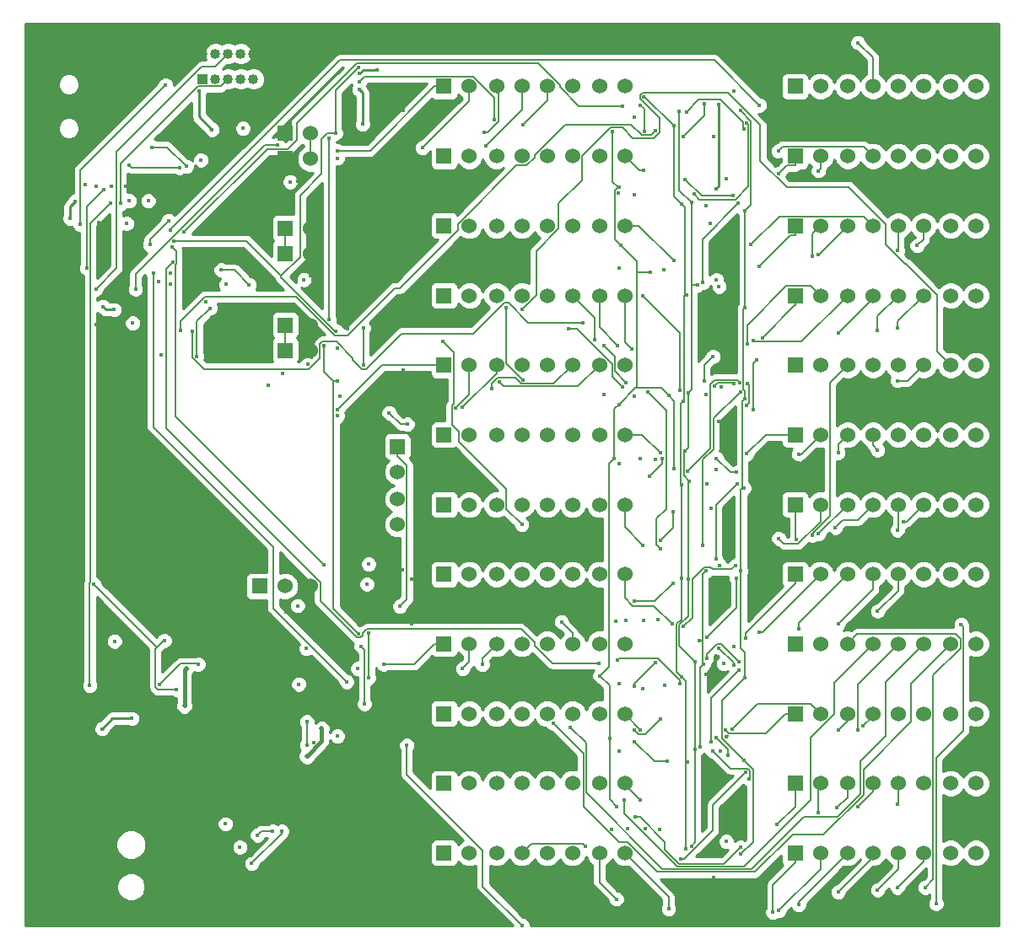
<source format=gbl>
%TF.FileFunction,Copper,L4,Bot,Signal*%
%FSLAX46Y46*%
G04 Gerber Fmt 4.6, Leading zero omitted, Abs format (unit mm)*
G04 Created by KiCad (PCBNEW (2014-10-18 BZR 5203)-product) date 11/17/2014 11:17:40 AM*
%MOMM*%
G01*
G04 APERTURE LIST*
%ADD10C,0.150000*%
%ADD11C,1.016000*%
%ADD12R,1.016000X1.016000*%
%ADD13R,1.524000X1.524000*%
%ADD14C,1.524000*%
%ADD15C,4.000000*%
%ADD16C,0.401600*%
%ADD17C,0.492600*%
%ADD18C,0.127000*%
%ADD19C,0.391000*%
%ADD20C,0.254000*%
G04 APERTURE END LIST*
D10*
D11*
X108270000Y-60270000D03*
D12*
X104460000Y-60270000D03*
D11*
X104460000Y-57730000D03*
X105730000Y-60270000D03*
X105730000Y-57730000D03*
X107000000Y-60270000D03*
X107000000Y-57730000D03*
X108270000Y-57730000D03*
X109540000Y-60270000D03*
X109540000Y-57730000D03*
D13*
X128680000Y-61000000D03*
D14*
X131220000Y-61000000D03*
X133940000Y-61000000D03*
X136480000Y-61000000D03*
X139020000Y-61000000D03*
X141560000Y-61000000D03*
X144280000Y-61000000D03*
X146820000Y-61000000D03*
D13*
X163930000Y-61000000D03*
D14*
X166470000Y-61000000D03*
X169190000Y-61000000D03*
X171730000Y-61000000D03*
X174270000Y-61000000D03*
X176810000Y-61000000D03*
X179530000Y-61000000D03*
X182070000Y-61000000D03*
D13*
X128680000Y-89000000D03*
D14*
X131220000Y-89000000D03*
X133940000Y-89000000D03*
X136480000Y-89000000D03*
X139020000Y-89000000D03*
X141560000Y-89000000D03*
X144280000Y-89000000D03*
X146820000Y-89000000D03*
D13*
X163930000Y-89000000D03*
D14*
X166470000Y-89000000D03*
X169190000Y-89000000D03*
X171730000Y-89000000D03*
X174270000Y-89000000D03*
X176810000Y-89000000D03*
X179530000Y-89000000D03*
X182070000Y-89000000D03*
D13*
X128680000Y-117000000D03*
D14*
X131220000Y-117000000D03*
X133940000Y-117000000D03*
X136480000Y-117000000D03*
X139020000Y-117000000D03*
X141560000Y-117000000D03*
X144280000Y-117000000D03*
X146820000Y-117000000D03*
D13*
X163930000Y-117000000D03*
D14*
X166470000Y-117000000D03*
X169190000Y-117000000D03*
X171730000Y-117000000D03*
X174270000Y-117000000D03*
X176810000Y-117000000D03*
X179530000Y-117000000D03*
X182070000Y-117000000D03*
D13*
X128680000Y-68000000D03*
D14*
X131220000Y-68000000D03*
X133940000Y-68000000D03*
X136480000Y-68000000D03*
X139020000Y-68000000D03*
X141560000Y-68000000D03*
X144280000Y-68000000D03*
X146820000Y-68000000D03*
D13*
X163930000Y-68000000D03*
D14*
X166470000Y-68000000D03*
X169190000Y-68000000D03*
X171730000Y-68000000D03*
X174270000Y-68000000D03*
X176810000Y-68000000D03*
X179530000Y-68000000D03*
X182070000Y-68000000D03*
D13*
X128680000Y-75000000D03*
D14*
X131220000Y-75000000D03*
X133940000Y-75000000D03*
X136480000Y-75000000D03*
X139020000Y-75000000D03*
X141560000Y-75000000D03*
X144280000Y-75000000D03*
X146820000Y-75000000D03*
D13*
X163930000Y-75000000D03*
D14*
X166470000Y-75000000D03*
X169190000Y-75000000D03*
X171730000Y-75000000D03*
X174270000Y-75000000D03*
X176810000Y-75000000D03*
X179530000Y-75000000D03*
X182070000Y-75000000D03*
D13*
X128680000Y-82000000D03*
D14*
X131220000Y-82000000D03*
X133940000Y-82000000D03*
X136480000Y-82000000D03*
X139020000Y-82000000D03*
X141560000Y-82000000D03*
X144280000Y-82000000D03*
X146820000Y-82000000D03*
D13*
X163930000Y-82000000D03*
D14*
X166470000Y-82000000D03*
X169190000Y-82000000D03*
X171730000Y-82000000D03*
X174270000Y-82000000D03*
X176810000Y-82000000D03*
X179530000Y-82000000D03*
X182070000Y-82000000D03*
D13*
X128680000Y-124000000D03*
D14*
X131220000Y-124000000D03*
X133940000Y-124000000D03*
X136480000Y-124000000D03*
X139020000Y-124000000D03*
X141560000Y-124000000D03*
X144280000Y-124000000D03*
X146820000Y-124000000D03*
D13*
X163930000Y-124000000D03*
D14*
X166470000Y-124000000D03*
X169190000Y-124000000D03*
X171730000Y-124000000D03*
X174270000Y-124000000D03*
X176810000Y-124000000D03*
X179530000Y-124000000D03*
X182070000Y-124000000D03*
D13*
X128680000Y-131000000D03*
D14*
X131220000Y-131000000D03*
X133940000Y-131000000D03*
X136480000Y-131000000D03*
X139020000Y-131000000D03*
X141560000Y-131000000D03*
X144280000Y-131000000D03*
X146820000Y-131000000D03*
D13*
X163930000Y-131000000D03*
D14*
X166470000Y-131000000D03*
X169190000Y-131000000D03*
X171730000Y-131000000D03*
X174270000Y-131000000D03*
X176810000Y-131000000D03*
X179530000Y-131000000D03*
X182070000Y-131000000D03*
D13*
X128680000Y-138000000D03*
D14*
X131220000Y-138000000D03*
X133940000Y-138000000D03*
X136480000Y-138000000D03*
X139020000Y-138000000D03*
X141560000Y-138000000D03*
X144280000Y-138000000D03*
X146820000Y-138000000D03*
D13*
X163930000Y-138000000D03*
D14*
X166470000Y-138000000D03*
X169190000Y-138000000D03*
X171730000Y-138000000D03*
X174270000Y-138000000D03*
X176810000Y-138000000D03*
X179530000Y-138000000D03*
X182070000Y-138000000D03*
D13*
X128680000Y-96000000D03*
D14*
X131220000Y-96000000D03*
X133940000Y-96000000D03*
X136480000Y-96000000D03*
X139020000Y-96000000D03*
X141560000Y-96000000D03*
X144280000Y-96000000D03*
X146820000Y-96000000D03*
D13*
X163930000Y-96000000D03*
D14*
X166470000Y-96000000D03*
X169190000Y-96000000D03*
X171730000Y-96000000D03*
X174270000Y-96000000D03*
X176810000Y-96000000D03*
X179530000Y-96000000D03*
X182070000Y-96000000D03*
D13*
X128680000Y-103000000D03*
D14*
X131220000Y-103000000D03*
X133940000Y-103000000D03*
X136480000Y-103000000D03*
X139020000Y-103000000D03*
X141560000Y-103000000D03*
X144280000Y-103000000D03*
X146820000Y-103000000D03*
D13*
X163930000Y-103000000D03*
D14*
X166470000Y-103000000D03*
X169190000Y-103000000D03*
X171730000Y-103000000D03*
X174270000Y-103000000D03*
X176810000Y-103000000D03*
X179530000Y-103000000D03*
X182070000Y-103000000D03*
D13*
X128680000Y-110000000D03*
D14*
X131220000Y-110000000D03*
X133940000Y-110000000D03*
X136480000Y-110000000D03*
X139020000Y-110000000D03*
X141560000Y-110000000D03*
X144280000Y-110000000D03*
X146820000Y-110000000D03*
D13*
X163930000Y-110000000D03*
D14*
X166470000Y-110000000D03*
X169190000Y-110000000D03*
X171730000Y-110000000D03*
X174270000Y-110000000D03*
X176810000Y-110000000D03*
X179530000Y-110000000D03*
X182070000Y-110000000D03*
X115270000Y-68270000D03*
D13*
X112730000Y-68270000D03*
X112730000Y-65730000D03*
D14*
X115270000Y-65730000D03*
X115270000Y-77770000D03*
D13*
X112730000Y-77770000D03*
X112730000Y-75230000D03*
D14*
X115270000Y-75230000D03*
X115270000Y-87520000D03*
D13*
X112730000Y-87520000D03*
X112730000Y-84980000D03*
D14*
X115270000Y-84980000D03*
D13*
X110160000Y-111200000D03*
D14*
X112700000Y-111200000D03*
X115240000Y-111200000D03*
D13*
X124000000Y-97180000D03*
D14*
X124000000Y-99720000D03*
X124000000Y-102440000D03*
X124000000Y-104980000D03*
D15*
X121790000Y-75650000D03*
X180980000Y-142620000D03*
D16*
X106321500Y-79435200D03*
X109118500Y-80926700D03*
X154411300Y-127315200D03*
X154732200Y-119028800D03*
X154307600Y-116674900D03*
X149397400Y-79638800D03*
X145609900Y-65518400D03*
X146250000Y-71121700D03*
X146029400Y-133316300D03*
X145286700Y-126478000D03*
X120620000Y-88974600D03*
X120576200Y-85289400D03*
X121097800Y-120432900D03*
X121149500Y-115917900D03*
X151797400Y-99417800D03*
X151215100Y-92042100D03*
X146250000Y-92932300D03*
X145778700Y-98377100D03*
X154976700Y-109657500D03*
X144318200Y-120209900D03*
X146412000Y-76948200D03*
X102201300Y-85538700D03*
X149886800Y-65477700D03*
X103455200Y-85622500D03*
X142634200Y-84760000D03*
X148653500Y-82038700D03*
X152384200Y-91565000D03*
X101425600Y-78631900D03*
X144210200Y-118931200D03*
X146080000Y-118622800D03*
X152326000Y-120998100D03*
X101581200Y-76534300D03*
X154093900Y-80974100D03*
X153896400Y-127587100D03*
X152295600Y-63459800D03*
X153512700Y-72685100D03*
X153542600Y-137300900D03*
X153313900Y-100646200D03*
X153896400Y-118802800D03*
X120683000Y-123024900D03*
X120357000Y-117236800D03*
X120103500Y-59107200D03*
X117786300Y-65701700D03*
X117848300Y-85560300D03*
X152844300Y-97600600D03*
X153176900Y-91802100D03*
X153204300Y-110449400D03*
X160606800Y-86250000D03*
X159126800Y-86898000D03*
X159720700Y-86502600D03*
X168236000Y-85773400D03*
X172204000Y-85515400D03*
X143826300Y-86436400D03*
X174188000Y-85265200D03*
X146088300Y-87010900D03*
X147563300Y-87416600D03*
X148794200Y-65506800D03*
X148396000Y-62883100D03*
X157676400Y-71960800D03*
X152891800Y-70336200D03*
X160300000Y-79095800D03*
X165655600Y-78022100D03*
X166252000Y-77886700D03*
X159450200Y-76916200D03*
X174188000Y-77505300D03*
X176172000Y-76996700D03*
X151738000Y-78495500D03*
X154830300Y-62739600D03*
X152704300Y-66056000D03*
X162284000Y-69736400D03*
X166252000Y-69476600D03*
X162230000Y-67497800D03*
X148722500Y-69444800D03*
X158220100Y-72769400D03*
X154651500Y-80708500D03*
X158954400Y-116418200D03*
X160300000Y-115782200D03*
X164268000Y-115501200D03*
X168236000Y-114999800D03*
X172204000Y-113701500D03*
X151578700Y-114995800D03*
X150380000Y-107445000D03*
X154608900Y-107116700D03*
X158406100Y-91655400D03*
X149093900Y-91677400D03*
X158042800Y-99770900D03*
X156020200Y-98361100D03*
X150564500Y-98367300D03*
X149275200Y-100137500D03*
X158013700Y-110446800D03*
X155028800Y-116367600D03*
X164051000Y-106491100D03*
X162284000Y-106415100D03*
X166252000Y-105944900D03*
X150380000Y-106614200D03*
X151634700Y-103675600D03*
X167960800Y-105294000D03*
X174188000Y-105553100D03*
X174756800Y-104700800D03*
X148651800Y-107108600D03*
X159072700Y-97888100D03*
X164268000Y-97927600D03*
X168236000Y-97797400D03*
X172201200Y-97537000D03*
X150397800Y-97829200D03*
X158097900Y-100894600D03*
X155957600Y-108456300D03*
X151659100Y-110880000D03*
X147802200Y-112727100D03*
X161687600Y-143967600D03*
X162284000Y-143776200D03*
X164268000Y-143203300D03*
X142845500Y-137310600D03*
X168236000Y-141928300D03*
X172204000Y-141702000D03*
X174188000Y-141451800D03*
X145972400Y-142631200D03*
X151218400Y-143610400D03*
X157729500Y-119085200D03*
X156285900Y-117400300D03*
X157215500Y-128188600D03*
X155982400Y-126379500D03*
X158424300Y-137420400D03*
X147838900Y-134375200D03*
X162122300Y-135125300D03*
X166252000Y-133932100D03*
X168128500Y-133459800D03*
X170220000Y-133317100D03*
X174188000Y-133071400D03*
X148396000Y-132698300D03*
X156947600Y-125617400D03*
X157607900Y-125551200D03*
X168236000Y-125668000D03*
X170747800Y-125246500D03*
X147760400Y-125631600D03*
X150380000Y-124572900D03*
X148396000Y-125631400D03*
X158947300Y-129908900D03*
X152465100Y-138602400D03*
X147802200Y-126818700D03*
X151083500Y-128817600D03*
X97709500Y-81364600D03*
X111957000Y-66857100D03*
X117980000Y-67483600D03*
X133749300Y-64372900D03*
X120203400Y-60503700D03*
X130540000Y-93217300D03*
X165655600Y-106078800D03*
X136481200Y-105020600D03*
X128556000Y-86625600D03*
X157776800Y-90874700D03*
X155854100Y-91065200D03*
X146581500Y-91176700D03*
X141207800Y-85374000D03*
X133462500Y-91313000D03*
X174188000Y-90559200D03*
X146951200Y-90759500D03*
X144723600Y-87063200D03*
X134227500Y-90688300D03*
X136492000Y-83362800D03*
X124978000Y-94933100D03*
X123172100Y-93779600D03*
X122604000Y-119040600D03*
X130540000Y-119486700D03*
X180584800Y-115023800D03*
X178072000Y-143093400D03*
X136492000Y-145268900D03*
X124935200Y-127193000D03*
X132524000Y-119066300D03*
X176959400Y-141451800D03*
X146751400Y-132669100D03*
X126515700Y-67158500D03*
X99497000Y-79729900D03*
X118908300Y-120788200D03*
X170220000Y-125668000D03*
X140460000Y-114795200D03*
X141348200Y-125370000D03*
X139625000Y-124968100D03*
X149933500Y-118890500D03*
X147802200Y-121277000D03*
X132714900Y-65586700D03*
X132870900Y-66971500D03*
X170220000Y-56606400D03*
X136609300Y-64838000D03*
X117980000Y-93510200D03*
X136579600Y-90485800D03*
X134933600Y-83194200D03*
X129861400Y-93305100D03*
D17*
X102793600Y-119437400D03*
X102615600Y-123229600D03*
D16*
X96237600Y-72761200D03*
X100605000Y-116662700D03*
X93541900Y-111023000D03*
X101839400Y-121589800D03*
X101350100Y-77121100D03*
X116652000Y-109018600D03*
D17*
X116410000Y-125509900D03*
X114910000Y-128279700D03*
D16*
X124239300Y-113212700D03*
X155325000Y-121600000D03*
X155525000Y-103375000D03*
X156250000Y-94675000D03*
X155425000Y-74800000D03*
X157750000Y-61450000D03*
X155750000Y-66000000D03*
X156646900Y-79329300D03*
X155750000Y-84250000D03*
X157000000Y-89300420D03*
X157000000Y-98300420D03*
X157000000Y-107300420D03*
X155750000Y-112750000D03*
X157764500Y-117300420D03*
X157000000Y-126300420D03*
X155750000Y-131250000D03*
X157000000Y-135300420D03*
X155750000Y-140500000D03*
X111660000Y-138420000D03*
X109910000Y-141869580D03*
X111410000Y-141869580D03*
X112910000Y-141869580D03*
X95280000Y-127340420D03*
X93090000Y-127290000D03*
X93090000Y-126340000D03*
X92280760Y-121090000D03*
X96616500Y-120708400D03*
X98080000Y-121590420D03*
X101080000Y-122489580D03*
X104244100Y-122735300D03*
X98080000Y-119590420D03*
X100830000Y-118790000D03*
X111920000Y-117000000D03*
X115670000Y-116550420D03*
X112837000Y-113766600D03*
X120050420Y-110250000D03*
X120050420Y-111750000D03*
X124000000Y-111000000D03*
X125387100Y-114993400D03*
X124549080Y-121724160D03*
X118950920Y-124325120D03*
X117150000Y-122550420D03*
X111910000Y-127850000D03*
X112660000Y-124900420D03*
X111160000Y-124900420D03*
X111260000Y-128765000D03*
X107160000Y-118101020D03*
X107177800Y-119748300D03*
X118950920Y-117575120D03*
X118254800Y-92102900D03*
X124549080Y-89474160D03*
X124549080Y-82724160D03*
X112500000Y-89800420D03*
X106500000Y-86000000D03*
X89300420Y-79750000D03*
X89300420Y-78250000D03*
X89300420Y-76750000D03*
X89300420Y-75250000D03*
X93988900Y-74706500D03*
X100065800Y-80631000D03*
X102699580Y-81000000D03*
X102699580Y-79500000D03*
X105550000Y-78650000D03*
X107905000Y-74950000D03*
X99750000Y-71050420D03*
X98250000Y-71050420D03*
X96750000Y-71050420D03*
X88275000Y-61400000D03*
X88275000Y-58550000D03*
X93725000Y-58550000D03*
X88275000Y-67450000D03*
X93218000Y-66294000D03*
X124602200Y-63428900D03*
X118950920Y-66325120D03*
X124549080Y-56724160D03*
X120216900Y-59721800D03*
X121991100Y-59329300D03*
X157000000Y-70300420D03*
X155002200Y-128781800D03*
X103380000Y-113392500D03*
X103007200Y-114889300D03*
X115572500Y-126873000D03*
X93750000Y-84949580D03*
X90550420Y-88000000D03*
X100300420Y-88000000D03*
X154985700Y-72989400D03*
X154967900Y-91958200D03*
X155025100Y-100892600D03*
X155006000Y-120015000D03*
X96937800Y-79781400D03*
X94381300Y-76771500D03*
X91500000Y-77500000D03*
X97254100Y-77144900D03*
X98000000Y-73500000D03*
X94381300Y-78988900D03*
X95000000Y-82500000D03*
X95250000Y-84949580D03*
X118950920Y-85325120D03*
X92623600Y-70835500D03*
X95250000Y-71050420D03*
X93750000Y-71050420D03*
X96580000Y-118489580D03*
X103932500Y-124440000D03*
X111170000Y-114050420D03*
X91330000Y-113978220D03*
X124500000Y-109550000D03*
X125450000Y-110500000D03*
X122550000Y-111500000D03*
X115250000Y-80050420D03*
X114000000Y-70550420D03*
X88000000Y-55000000D03*
X93000000Y-55000000D03*
X100000000Y-55000000D03*
X109000000Y-55000000D03*
X117000000Y-55000000D03*
X123000000Y-55000000D03*
X130000000Y-55000000D03*
X137000000Y-55000000D03*
X144000000Y-55000000D03*
X149000000Y-55000000D03*
X154000000Y-55000000D03*
X160000000Y-55000000D03*
X166000000Y-55000000D03*
X176000000Y-56000000D03*
X183000000Y-57000000D03*
X184000000Y-61000000D03*
X183000000Y-65000000D03*
X184000000Y-68000000D03*
X183000000Y-72000000D03*
X184000000Y-75000000D03*
X183000000Y-79000000D03*
X184000000Y-82000000D03*
X183000000Y-86000000D03*
X184000000Y-89000000D03*
X183000000Y-93000000D03*
X184000000Y-96000000D03*
X183000000Y-100000000D03*
X184000000Y-103000000D03*
X183000000Y-107000000D03*
X184000000Y-110000000D03*
X183000000Y-114000000D03*
X184000000Y-117000000D03*
X183000000Y-121000000D03*
X184000000Y-124000000D03*
X183000000Y-128000000D03*
X184000000Y-131000000D03*
X183000000Y-135000000D03*
X184000000Y-138000000D03*
X183000000Y-141000000D03*
X88000000Y-81000000D03*
X88000000Y-86000000D03*
X87000000Y-91000000D03*
X89000000Y-97000000D03*
X89000000Y-102000000D03*
X89000000Y-108000000D03*
X88000000Y-115000000D03*
X88000000Y-120000000D03*
X88000000Y-129000000D03*
X88000000Y-136000000D03*
X88000000Y-142000000D03*
X91000000Y-144000000D03*
X98000000Y-144000000D03*
X104000000Y-144000000D03*
X113000000Y-144000000D03*
X117000000Y-144000000D03*
X124000000Y-144000000D03*
X130000000Y-144000000D03*
X138000000Y-143000000D03*
X143000000Y-143000000D03*
X88000000Y-75000000D03*
X88000000Y-71000000D03*
X148000000Y-144000000D03*
X167000000Y-144000000D03*
X156000000Y-144000000D03*
X172000000Y-144000000D03*
X96837800Y-74769900D03*
X97077900Y-72493100D03*
X95599900Y-116727700D03*
X94431600Y-83102100D03*
X95563100Y-83428900D03*
X94354500Y-125524000D03*
X97341900Y-124495300D03*
X155983300Y-99454500D03*
X150718100Y-79391300D03*
X148864100Y-135517600D03*
X148721400Y-114653900D03*
X148634300Y-121483700D03*
X146971200Y-114622900D03*
X146250000Y-79227300D03*
X146250000Y-121008200D03*
X145909200Y-114739900D03*
X121106300Y-108983300D03*
X114846200Y-117467900D03*
X113973600Y-113157600D03*
X108192100Y-137420000D03*
X106790100Y-80877300D03*
X104076300Y-61480000D03*
X105394900Y-65339000D03*
X104283300Y-68399200D03*
X101186200Y-79714200D03*
X91152800Y-74265800D03*
X91671100Y-72538100D03*
X120009800Y-119490900D03*
X144760600Y-91932400D03*
X156280900Y-62849500D03*
X155998100Y-71256300D03*
X117980000Y-126261100D03*
X156280900Y-81091800D03*
X99000000Y-72491400D03*
X106732000Y-135075800D03*
X147136700Y-135528900D03*
X120930900Y-111000000D03*
X156020200Y-80432900D03*
X156725000Y-118974500D03*
X157012200Y-136844900D03*
X145491800Y-135613500D03*
X97426900Y-84763000D03*
X150835900Y-121148500D03*
X150334600Y-135658900D03*
X111070900Y-90995500D03*
X114093000Y-121045000D03*
X147802200Y-64084700D03*
X146250000Y-127782200D03*
X156424000Y-127739000D03*
X146250000Y-98872300D03*
X148396000Y-98422700D03*
X149875900Y-98499400D03*
X156531100Y-91187300D03*
X147802200Y-92115500D03*
X117987700Y-68205000D03*
X120504600Y-64806400D03*
X120151300Y-61297500D03*
X101213300Y-80880800D03*
X104750400Y-82627400D03*
X156332000Y-109097100D03*
X150131800Y-114561600D03*
X147802200Y-71843700D03*
X146201900Y-71720600D03*
X114979900Y-88941500D03*
X117980000Y-94096300D03*
X117980000Y-87330700D03*
X114625000Y-80420400D03*
X108500000Y-65211900D03*
X113237900Y-70591500D03*
X95185600Y-72724500D03*
X93117600Y-121185800D03*
X99152200Y-76906400D03*
X101024700Y-74480400D03*
X114910000Y-124825900D03*
X114910000Y-127181600D03*
X93725500Y-81368800D03*
X109951800Y-136207500D03*
X111467200Y-135799100D03*
X104011500Y-119040600D03*
X100097700Y-121114800D03*
X109377400Y-139062000D03*
X112386000Y-135826800D03*
X158811200Y-65248100D03*
X152993200Y-63578900D03*
X158317900Y-118818700D03*
X155020400Y-118433200D03*
X159260500Y-130528800D03*
X155629300Y-127743000D03*
X159747700Y-93502800D03*
X160079000Y-88469200D03*
X155678900Y-88140100D03*
X154815900Y-90633400D03*
X157904100Y-109158100D03*
X152693200Y-115254300D03*
X101236000Y-75463900D03*
X160331400Y-62886000D03*
X158748000Y-128716600D03*
X158793600Y-101343900D03*
X158485400Y-138104200D03*
X158442500Y-109650400D03*
X158448400Y-63455600D03*
X158879000Y-73532200D03*
X158879000Y-120385600D03*
X158893500Y-83266300D03*
X158879000Y-92385600D03*
X99372800Y-67116300D03*
X102826000Y-69040100D03*
X92792700Y-79247800D03*
X94500000Y-71336800D03*
X97054800Y-68932900D03*
X102115800Y-69182400D03*
X103879400Y-88097900D03*
X105230000Y-83270000D03*
X159072800Y-64660900D03*
X153754500Y-71774800D03*
X158309400Y-119639300D03*
X155497800Y-126809500D03*
X159026300Y-93040800D03*
X159125300Y-90874600D03*
X158342000Y-90734900D03*
X153135600Y-99619300D03*
X92156100Y-74867500D03*
X100734500Y-60867500D03*
X117103900Y-66169900D03*
X117155500Y-84452100D03*
X116629800Y-87076700D03*
X120053900Y-115962800D03*
X117961100Y-90605700D03*
X102548300Y-75642100D03*
X146559300Y-63024400D03*
X148749700Y-62046300D03*
X152543000Y-120298000D03*
X152492400Y-110410300D03*
X152534500Y-72842900D03*
X151752600Y-64978600D03*
X153019300Y-81973100D03*
X153140600Y-128872600D03*
X152948100Y-137617600D03*
X152714500Y-92608900D03*
X152512800Y-100978800D03*
D18*
X109118500Y-80926700D02*
X107627000Y-79435200D01*
X107627000Y-79435200D02*
X106321500Y-79435200D01*
X154628800Y-116674900D02*
X154307600Y-116674900D01*
X154976700Y-109657500D02*
X154628800Y-110005400D01*
X154628800Y-110005400D02*
X154628800Y-116674900D01*
X154628800Y-116674900D02*
X154628800Y-118925400D01*
X154628800Y-118925400D02*
X154732200Y-119028800D01*
X154411300Y-127315200D02*
X154411300Y-119349700D01*
X154411300Y-119349700D02*
X154732200Y-119028800D01*
X148014500Y-91285800D02*
X148014500Y-79638800D01*
X146250000Y-92932300D02*
X147896500Y-91285800D01*
X147896500Y-91285800D02*
X148014500Y-91285800D01*
X151215100Y-92042100D02*
X150458800Y-91285800D01*
X150458800Y-91285800D02*
X148014500Y-91285800D01*
X148014500Y-79638800D02*
X148014500Y-78550700D01*
X148014500Y-78550700D02*
X146412000Y-76948200D01*
X148014500Y-79638800D02*
X149397400Y-79638800D01*
X146140100Y-71121700D02*
X146250000Y-71121700D01*
X146412000Y-76948200D02*
X145810200Y-76346400D01*
X145810200Y-76346400D02*
X145810200Y-71451600D01*
X145810200Y-71451600D02*
X146140100Y-71121700D01*
X146140100Y-71121700D02*
X145609900Y-70591500D01*
X145609900Y-70591500D02*
X145609900Y-65518400D01*
X146029400Y-133316300D02*
X145286700Y-132573600D01*
X145286700Y-132573600D02*
X145286700Y-126478000D01*
X144318200Y-120209900D02*
X145286700Y-121178400D01*
X145286700Y-121178400D02*
X145286700Y-126478000D01*
X120576200Y-85289400D02*
X120576200Y-88930800D01*
X120576200Y-88930800D02*
X120620000Y-88974600D01*
X151215100Y-92042100D02*
X151797400Y-92624400D01*
X151797400Y-92624400D02*
X151797400Y-99417800D01*
X144318200Y-120209900D02*
X145232900Y-119295200D01*
X145232900Y-119295200D02*
X145232900Y-98922900D01*
X145232900Y-98922900D02*
X145778700Y-98377100D01*
X121149500Y-115917900D02*
X121149500Y-120381200D01*
X121149500Y-120381200D02*
X121097800Y-120432900D01*
X145778700Y-98377100D02*
X145778700Y-93403600D01*
X145778700Y-93403600D02*
X146250000Y-92932300D01*
X149886800Y-65477700D02*
X149455300Y-65909200D01*
X149455300Y-65909200D02*
X148542700Y-65909200D01*
X148542700Y-65909200D02*
X147469800Y-64836300D01*
X147469800Y-64836300D02*
X140809400Y-64836300D01*
X140809400Y-64836300D02*
X137750100Y-67895600D01*
X137750100Y-67895600D02*
X137750100Y-68160000D01*
X137750100Y-68160000D02*
X136957200Y-68952900D01*
X136957200Y-68952900D02*
X135911800Y-68952900D01*
X135911800Y-68952900D02*
X130052500Y-74812200D01*
X130052500Y-74812200D02*
X130052500Y-75425800D01*
X130052500Y-75425800D02*
X124215200Y-81263100D01*
X124215200Y-81263100D02*
X123727100Y-81263100D01*
X123727100Y-81263100D02*
X119010400Y-85979800D01*
X119010400Y-85979800D02*
X117693700Y-85979800D01*
X117693700Y-85979800D02*
X113828700Y-82114800D01*
X113828700Y-82114800D02*
X104674900Y-82114800D01*
X104674900Y-82114800D02*
X102201300Y-84588400D01*
X102201300Y-84588400D02*
X102201300Y-85538700D01*
X142634200Y-84760000D02*
X137137800Y-84760000D01*
X137137800Y-84760000D02*
X135138200Y-82760400D01*
X135138200Y-82760400D02*
X134700500Y-82760400D01*
X134700500Y-82760400D02*
X131645700Y-85815200D01*
X131645700Y-85815200D02*
X124386600Y-85815200D01*
X124386600Y-85815200D02*
X120822900Y-89378900D01*
X120822900Y-89378900D02*
X120451200Y-89378900D01*
X120451200Y-89378900D02*
X119533700Y-88461400D01*
X119533700Y-88461400D02*
X119533700Y-88271000D01*
X119533700Y-88271000D02*
X117915900Y-86653200D01*
X117915900Y-86653200D02*
X116471900Y-86653200D01*
X116471900Y-86653200D02*
X116233100Y-86892000D01*
X116233100Y-86892000D02*
X116233100Y-88268400D01*
X116233100Y-88268400D02*
X115124000Y-89377500D01*
X115124000Y-89377500D02*
X104568800Y-89377500D01*
X104568800Y-89377500D02*
X103455200Y-88263900D01*
X103455200Y-88263900D02*
X103455200Y-85622500D01*
X152384200Y-91565000D02*
X152384200Y-85769400D01*
X152384200Y-85769400D02*
X148653500Y-82038700D01*
X144210200Y-118931200D02*
X139529400Y-118931200D01*
X139529400Y-118931200D02*
X137750100Y-117151900D01*
X137750100Y-117151900D02*
X137750100Y-116875600D01*
X137750100Y-116875600D02*
X136394800Y-115520300D01*
X136394800Y-115520300D02*
X120918700Y-115520300D01*
X120918700Y-115520300D02*
X120494100Y-115944900D01*
X120494100Y-115944900D02*
X120494100Y-116140100D01*
X120494100Y-116140100D02*
X120273200Y-116361000D01*
X120273200Y-116361000D02*
X119888000Y-116361000D01*
X119888000Y-116361000D02*
X116260300Y-112733300D01*
X116260300Y-112733300D02*
X116260300Y-110848500D01*
X116260300Y-110848500D02*
X100762100Y-95350300D01*
X100762100Y-95350300D02*
X100762100Y-79295400D01*
X100762100Y-79295400D02*
X101425600Y-78631900D01*
X152326000Y-120998100D02*
X152326000Y-120644600D01*
X152326000Y-120644600D02*
X150140000Y-118458600D01*
X150140000Y-118458600D02*
X146244200Y-118458600D01*
X146244200Y-118458600D02*
X146080000Y-118622800D01*
X112319000Y-80031000D02*
X114241900Y-78108100D01*
X114241900Y-78108100D02*
X114241900Y-71924600D01*
X114241900Y-71924600D02*
X116401900Y-69764600D01*
X116401900Y-69764600D02*
X116401900Y-66291100D01*
X116401900Y-66291100D02*
X116991300Y-65701700D01*
X116991300Y-65701700D02*
X117786300Y-65701700D01*
X117848300Y-85560300D02*
X117710000Y-85560300D01*
X117710000Y-85560300D02*
X112319000Y-80169300D01*
X112319000Y-80169300D02*
X112319000Y-80031000D01*
X112319000Y-80031000D02*
X108822300Y-76534300D01*
X108822300Y-76534300D02*
X101581200Y-76534300D01*
X153896400Y-118802800D02*
X152301600Y-117208000D01*
X152301600Y-117208000D02*
X152301600Y-115092200D01*
X152301600Y-115092200D02*
X153204300Y-114189500D01*
X153204300Y-114189500D02*
X153204300Y-110449400D01*
X153512700Y-80974100D02*
X153512700Y-72685100D01*
X153176900Y-91802100D02*
X153512700Y-91466300D01*
X153512700Y-91466300D02*
X153512700Y-80974100D01*
X154093900Y-80974100D02*
X153512700Y-80974100D01*
X152844300Y-97600600D02*
X153176900Y-97268000D01*
X153176900Y-97268000D02*
X153176900Y-91802100D01*
X153896400Y-127587100D02*
X153896400Y-136947100D01*
X153896400Y-136947100D02*
X153542600Y-137300900D01*
X153896400Y-118802800D02*
X153896400Y-127587100D01*
X152844300Y-97600600D02*
X152744000Y-97700900D01*
X152744000Y-97700900D02*
X152744000Y-100076300D01*
X152744000Y-100076300D02*
X153313900Y-100646200D01*
X153512700Y-72685100D02*
X152295600Y-71468000D01*
X152295600Y-71468000D02*
X152295600Y-63459800D01*
X153204300Y-110449400D02*
X153204300Y-100755800D01*
X153204300Y-100755800D02*
X153313900Y-100646200D01*
X120357000Y-117236800D02*
X120683000Y-117562800D01*
X120683000Y-117562800D02*
X120683000Y-123024900D01*
X117786300Y-65701700D02*
X117786300Y-61424400D01*
X117786300Y-61424400D02*
X120103500Y-59107200D01*
X163930000Y-82000000D02*
X163930000Y-82952800D01*
X163930000Y-82952800D02*
X163904000Y-82952800D01*
X163904000Y-82952800D02*
X160606800Y-86250000D01*
X159126800Y-86898000D02*
X159126800Y-84964300D01*
X159126800Y-84964300D02*
X163044000Y-81047100D01*
X163044000Y-81047100D02*
X165517100Y-81047100D01*
X165517100Y-81047100D02*
X166470000Y-82000000D01*
X159720700Y-86502600D02*
X159859700Y-86641600D01*
X159859700Y-86641600D02*
X164548400Y-86641600D01*
X164548400Y-86641600D02*
X169190000Y-82000000D01*
X171730000Y-82000000D02*
X171730000Y-82279400D01*
X171730000Y-82279400D02*
X168236000Y-85773400D01*
X174270000Y-82000000D02*
X172204000Y-84066000D01*
X172204000Y-84066000D02*
X172204000Y-85515400D01*
X143826300Y-86436400D02*
X143826300Y-84266300D01*
X143826300Y-84266300D02*
X141560000Y-82000000D01*
X176810000Y-82000000D02*
X174188000Y-84622000D01*
X174188000Y-84622000D02*
X174188000Y-85265200D01*
X144280000Y-82000000D02*
X144280000Y-85202600D01*
X144280000Y-85202600D02*
X146088300Y-87010900D01*
X147563300Y-87416600D02*
X146820000Y-86673300D01*
X146820000Y-86673300D02*
X146820000Y-82000000D01*
X148396000Y-62883100D02*
X148794200Y-63281300D01*
X148794200Y-63281300D02*
X148794200Y-65506800D01*
X157676400Y-71960800D02*
X154516400Y-71960800D01*
X154516400Y-71960800D02*
X152891800Y-70336200D01*
X163930000Y-75000000D02*
X163930000Y-75952800D01*
X160300000Y-79095800D02*
X163443000Y-75952800D01*
X163443000Y-75952800D02*
X163930000Y-75952800D01*
X165655600Y-78022100D02*
X165655600Y-75814400D01*
X165655600Y-75814400D02*
X166470000Y-75000000D01*
X169190000Y-75000000D02*
X166303300Y-77886700D01*
X166303300Y-77886700D02*
X166252000Y-77886700D01*
X159450200Y-76916200D02*
X162319300Y-74047100D01*
X162319300Y-74047100D02*
X170777100Y-74047100D01*
X170777100Y-74047100D02*
X171730000Y-75000000D01*
X174270000Y-75000000D02*
X174270000Y-77423300D01*
X174270000Y-77423300D02*
X174188000Y-77505300D01*
X176810000Y-75000000D02*
X176810000Y-76358700D01*
X176810000Y-76358700D02*
X176172000Y-76996700D01*
X151738000Y-78495500D02*
X148242500Y-75000000D01*
X148242500Y-75000000D02*
X146820000Y-75000000D01*
X152704300Y-66056000D02*
X154830300Y-63930000D01*
X154830300Y-63930000D02*
X154830300Y-62739600D01*
X163930000Y-68000000D02*
X163930000Y-68952800D01*
X163930000Y-68952800D02*
X163067600Y-68952800D01*
X163067600Y-68952800D02*
X162284000Y-69736400D01*
X166252000Y-69476600D02*
X166470000Y-69258600D01*
X166470000Y-69258600D02*
X166470000Y-68000000D01*
X162230000Y-67497800D02*
X162680700Y-67047100D01*
X162680700Y-67047100D02*
X170777100Y-67047100D01*
X170777100Y-67047100D02*
X171730000Y-68000000D01*
X148722500Y-69444800D02*
X148264800Y-69444800D01*
X148264800Y-69444800D02*
X146820000Y-68000000D01*
X154651500Y-80708500D02*
X154651500Y-76338000D01*
X154651500Y-76338000D02*
X158220100Y-72769400D01*
X163930000Y-110000000D02*
X163930000Y-110952800D01*
X163930000Y-110952800D02*
X158954400Y-115928400D01*
X158954400Y-115928400D02*
X158954400Y-116418200D01*
X166470000Y-110000000D02*
X160687800Y-115782200D01*
X160687800Y-115782200D02*
X160300000Y-115782200D01*
X169190000Y-110000000D02*
X164268000Y-114922000D01*
X164268000Y-114922000D02*
X164268000Y-115501200D01*
X171730000Y-110000000D02*
X171730000Y-111505800D01*
X171730000Y-111505800D02*
X168236000Y-114999800D01*
X172204000Y-113701500D02*
X174270000Y-111635500D01*
X174270000Y-111635500D02*
X174270000Y-110000000D01*
X151578700Y-114995800D02*
X149754100Y-113171200D01*
X149754100Y-113171200D02*
X147602800Y-113171200D01*
X147602800Y-113171200D02*
X146820000Y-112388400D01*
X146820000Y-112388400D02*
X146820000Y-110000000D01*
X158406100Y-91655400D02*
X155702800Y-94358700D01*
X155702800Y-94358700D02*
X155702800Y-97411800D01*
X155702800Y-97411800D02*
X154608900Y-98505700D01*
X154608900Y-98505700D02*
X154608900Y-107116700D01*
X149093900Y-91677400D02*
X150964100Y-93547600D01*
X150964100Y-93547600D02*
X150964100Y-103443600D01*
X150964100Y-103443600D02*
X149988100Y-104419600D01*
X149988100Y-104419600D02*
X149988100Y-107053100D01*
X149988100Y-107053100D02*
X150380000Y-107445000D01*
X156020200Y-98361100D02*
X157430000Y-99770900D01*
X157430000Y-99770900D02*
X158042800Y-99770900D01*
X149275200Y-100137500D02*
X150564500Y-98848200D01*
X150564500Y-98848200D02*
X150564500Y-98367300D01*
X155028800Y-116367600D02*
X158013700Y-113382700D01*
X158013700Y-113382700D02*
X158013700Y-110446800D01*
X164051000Y-106491100D02*
X163930000Y-106370100D01*
X163930000Y-106370100D02*
X163930000Y-103000000D01*
X162284000Y-106415100D02*
X162804400Y-106935500D01*
X162804400Y-106935500D02*
X164226800Y-106935500D01*
X164226800Y-106935500D02*
X166470000Y-104692300D01*
X166470000Y-104692300D02*
X166470000Y-103000000D01*
X169190000Y-103000000D02*
X166252000Y-105938000D01*
X166252000Y-105938000D02*
X166252000Y-105944900D01*
X150380000Y-106614200D02*
X151634700Y-105359500D01*
X151634700Y-105359500D02*
X151634700Y-103675600D01*
X167960800Y-105294000D02*
X168717100Y-104537700D01*
X168717100Y-104537700D02*
X170192300Y-104537700D01*
X170192300Y-104537700D02*
X171730000Y-103000000D01*
X174270000Y-103000000D02*
X174270000Y-105471100D01*
X174270000Y-105471100D02*
X174188000Y-105553100D01*
X174756800Y-104700800D02*
X175109200Y-104700800D01*
X175109200Y-104700800D02*
X176810000Y-103000000D01*
X148651800Y-107108600D02*
X146820000Y-105276800D01*
X146820000Y-105276800D02*
X146820000Y-103000000D01*
X159072700Y-97888100D02*
X160960800Y-96000000D01*
X160960800Y-96000000D02*
X163930000Y-96000000D01*
X166470000Y-96000000D02*
X164542400Y-97927600D01*
X164542400Y-97927600D02*
X164268000Y-97927600D01*
X169190000Y-96000000D02*
X168236000Y-96954000D01*
X168236000Y-96954000D02*
X168236000Y-97797400D01*
X171730000Y-96000000D02*
X171730000Y-97065800D01*
X171730000Y-97065800D02*
X172201200Y-97537000D01*
X150397800Y-97829200D02*
X148568600Y-96000000D01*
X148568600Y-96000000D02*
X146820000Y-96000000D01*
X155957600Y-108456300D02*
X155957600Y-103034900D01*
X155957600Y-103034900D02*
X158097900Y-100894600D01*
X147802200Y-112727100D02*
X149812000Y-112727100D01*
X149812000Y-112727100D02*
X151659100Y-110880000D01*
X163930000Y-138000000D02*
X163930000Y-138952800D01*
X161687600Y-143967600D02*
X161687600Y-141195200D01*
X161687600Y-141195200D02*
X163930000Y-138952800D01*
X162284000Y-143776200D02*
X166470000Y-139590200D01*
X166470000Y-139590200D02*
X166470000Y-138000000D01*
X169190000Y-138000000D02*
X164268000Y-142922000D01*
X164268000Y-142922000D02*
X164268000Y-143203300D01*
X142845500Y-137310600D02*
X142582000Y-137047100D01*
X142582000Y-137047100D02*
X137432900Y-137047100D01*
X137432900Y-137047100D02*
X136480000Y-138000000D01*
X171730000Y-138000000D02*
X171730000Y-138434300D01*
X171730000Y-138434300D02*
X168236000Y-141928300D01*
X174270000Y-138000000D02*
X174270000Y-139636000D01*
X174270000Y-139636000D02*
X172204000Y-141702000D01*
X176810000Y-138000000D02*
X176810000Y-138829800D01*
X176810000Y-138829800D02*
X174188000Y-141451800D01*
X145972400Y-142631200D02*
X144280000Y-140938800D01*
X144280000Y-140938800D02*
X144280000Y-138000000D01*
X151218400Y-143610400D02*
X151218400Y-142398400D01*
X151218400Y-142398400D02*
X146820000Y-138000000D01*
X156285900Y-117400300D02*
X157729500Y-118843900D01*
X157729500Y-118843900D02*
X157729500Y-119085200D01*
X155982400Y-126379500D02*
X157215500Y-127612600D01*
X157215500Y-127612600D02*
X157215500Y-128188600D01*
X147838900Y-134375200D02*
X148345900Y-134375200D01*
X148345900Y-134375200D02*
X150849900Y-136879200D01*
X150849900Y-136879200D02*
X150849900Y-137633400D01*
X150849900Y-137633400D02*
X152300600Y-139084100D01*
X152300600Y-139084100D02*
X156760600Y-139084100D01*
X156760600Y-139084100D02*
X158424300Y-137420400D01*
X162122300Y-135125300D02*
X163930000Y-133317600D01*
X163930000Y-133317600D02*
X163930000Y-131000000D01*
X166252000Y-133932100D02*
X166252000Y-131218000D01*
X166252000Y-131218000D02*
X166470000Y-131000000D01*
X168128500Y-133459800D02*
X169190000Y-132398300D01*
X169190000Y-132398300D02*
X169190000Y-131000000D01*
X171730000Y-131000000D02*
X171730000Y-131807100D01*
X171730000Y-131807100D02*
X170220000Y-133317100D01*
X174270000Y-131000000D02*
X174270000Y-132989400D01*
X174270000Y-132989400D02*
X174188000Y-133071400D01*
X148396000Y-132698300D02*
X146820000Y-131122300D01*
X146820000Y-131122300D02*
X146820000Y-131000000D01*
X163930000Y-124000000D02*
X162977200Y-124000000D01*
X156947600Y-125617400D02*
X157278700Y-125948500D01*
X157278700Y-125948500D02*
X161028700Y-125948500D01*
X161028700Y-125948500D02*
X162977200Y-124000000D01*
X157607900Y-125551200D02*
X160112000Y-123047100D01*
X160112000Y-123047100D02*
X165517100Y-123047100D01*
X165517100Y-123047100D02*
X166470000Y-124000000D01*
X168236000Y-125668000D02*
X169190000Y-124714000D01*
X169190000Y-124714000D02*
X169190000Y-124000000D01*
X170747800Y-125246500D02*
X171730000Y-124264300D01*
X171730000Y-124264300D02*
X171730000Y-124000000D01*
X150380000Y-124572900D02*
X148914700Y-126038200D01*
X148914700Y-126038200D02*
X148167000Y-126038200D01*
X148167000Y-126038200D02*
X147760400Y-125631600D01*
X148396000Y-125631400D02*
X146820000Y-124055400D01*
X146820000Y-124055400D02*
X146820000Y-124000000D01*
X158947300Y-129908900D02*
X155674200Y-133182000D01*
X155674200Y-133182000D02*
X155674200Y-135723600D01*
X155674200Y-135723600D02*
X152795400Y-138602400D01*
X152795400Y-138602400D02*
X152465100Y-138602400D01*
X151083500Y-128817600D02*
X149801100Y-128817600D01*
X149801100Y-128817600D02*
X147802200Y-126818700D01*
X111957000Y-66857100D02*
X110704700Y-66857100D01*
X110704700Y-66857100D02*
X97709500Y-79852300D01*
X97709500Y-79852300D02*
X97709500Y-81364600D01*
X128680000Y-61000000D02*
X127727200Y-61000000D01*
X117980000Y-67483600D02*
X121243600Y-67483600D01*
X121243600Y-67483600D02*
X127727200Y-61000000D01*
X120203400Y-60503700D02*
X120660000Y-60047100D01*
X120660000Y-60047100D02*
X131632600Y-60047100D01*
X131632600Y-60047100D02*
X133749300Y-62163800D01*
X133749300Y-62163800D02*
X133749300Y-64372900D01*
X130540000Y-93217300D02*
X133940000Y-89817300D01*
X133940000Y-89817300D02*
X133940000Y-89000000D01*
X165655600Y-106078800D02*
X165655600Y-105943600D01*
X165655600Y-105943600D02*
X167422900Y-104176300D01*
X167422900Y-104176300D02*
X167422900Y-90767100D01*
X167422900Y-90767100D02*
X169190000Y-89000000D01*
X128556000Y-86625600D02*
X129673800Y-87743400D01*
X129673800Y-87743400D02*
X129673800Y-92854500D01*
X129673800Y-92854500D02*
X129468500Y-93059800D01*
X129468500Y-93059800D02*
X129468500Y-94957300D01*
X129468500Y-94957300D02*
X130191900Y-95680700D01*
X130191900Y-95680700D02*
X130191900Y-96714100D01*
X130191900Y-96714100D02*
X134892900Y-101415100D01*
X134892900Y-101415100D02*
X134892900Y-103432300D01*
X134892900Y-103432300D02*
X136481200Y-105020600D01*
X155854100Y-91065200D02*
X156123700Y-90795600D01*
X156123700Y-90795600D02*
X157697700Y-90795600D01*
X157697700Y-90795600D02*
X157776800Y-90874700D01*
X141207800Y-85374000D02*
X142016300Y-85374000D01*
X142016300Y-85374000D02*
X145550000Y-88907700D01*
X145550000Y-88907700D02*
X145550000Y-90145200D01*
X145550000Y-90145200D02*
X146581500Y-91176700D01*
X133462500Y-91313000D02*
X133462500Y-90888500D01*
X133462500Y-90888500D02*
X134055500Y-90295500D01*
X134055500Y-90295500D02*
X135835600Y-90295500D01*
X135835600Y-90295500D02*
X136417500Y-90877400D01*
X136417500Y-90877400D02*
X139682600Y-90877400D01*
X139682600Y-90877400D02*
X141560000Y-89000000D01*
X174188000Y-90559200D02*
X175250800Y-90559200D01*
X175250800Y-90559200D02*
X176810000Y-89000000D01*
X144723600Y-87063200D02*
X145804400Y-88144000D01*
X145804400Y-88144000D02*
X145804400Y-89612700D01*
X145804400Y-89612700D02*
X146951200Y-90759500D01*
X134227500Y-90688300D02*
X134670900Y-91131700D01*
X134670900Y-91131700D02*
X142148300Y-91131700D01*
X142148300Y-91131700D02*
X144280000Y-89000000D01*
X179530000Y-89000000D02*
X178183900Y-87653900D01*
X178183900Y-87653900D02*
X178183900Y-81964900D01*
X178183900Y-81964900D02*
X175064200Y-78845200D01*
X175064200Y-78845200D02*
X174954900Y-78845200D01*
X174954900Y-78845200D02*
X173000000Y-76890300D01*
X173000000Y-76890300D02*
X173000000Y-74846800D01*
X173000000Y-74846800D02*
X169261000Y-71107800D01*
X169261000Y-71107800D02*
X163085900Y-71107800D01*
X163085900Y-71107800D02*
X160436300Y-68458200D01*
X160436300Y-68458200D02*
X160436300Y-64886900D01*
X160436300Y-64886900D02*
X157160700Y-61611300D01*
X157160700Y-61611300D02*
X148612400Y-61611300D01*
X148612400Y-61611300D02*
X148338800Y-61884900D01*
X148338800Y-61884900D02*
X148338800Y-62189000D01*
X148338800Y-62189000D02*
X150312800Y-64163000D01*
X150312800Y-64163000D02*
X150312800Y-65632500D01*
X150312800Y-65632500D02*
X149768700Y-66176600D01*
X149768700Y-66176600D02*
X147631600Y-66176600D01*
X147631600Y-66176600D02*
X146573600Y-65118600D01*
X146573600Y-65118600D02*
X145383300Y-65118600D01*
X145383300Y-65118600D02*
X142512800Y-67989100D01*
X142512800Y-67989100D02*
X142512800Y-70439300D01*
X142512800Y-70439300D02*
X140200000Y-72752100D01*
X140200000Y-72752100D02*
X140200000Y-75267100D01*
X140200000Y-75267100D02*
X137936300Y-77530800D01*
X137936300Y-77530800D02*
X137936300Y-81918500D01*
X137936300Y-81918500D02*
X136492000Y-83362800D01*
X123172100Y-93779600D02*
X124325600Y-94933100D01*
X124325600Y-94933100D02*
X124978000Y-94933100D01*
X128680000Y-117000000D02*
X127727200Y-117000000D01*
X122604000Y-119040600D02*
X125686600Y-119040600D01*
X125686600Y-119040600D02*
X127727200Y-117000000D01*
X131220000Y-117000000D02*
X131220000Y-118806700D01*
X131220000Y-118806700D02*
X130540000Y-119486700D01*
X178072000Y-143093400D02*
X178072000Y-128434200D01*
X178072000Y-128434200D02*
X180806100Y-125700100D01*
X180806100Y-125700100D02*
X180806100Y-115245100D01*
X180806100Y-115245100D02*
X180584800Y-115023800D01*
X124935200Y-127193000D02*
X124935200Y-130102200D01*
X124935200Y-130102200D02*
X132580100Y-137747100D01*
X132580100Y-137747100D02*
X132580100Y-141357000D01*
X132580100Y-141357000D02*
X136492000Y-145268900D01*
X133940000Y-117000000D02*
X132524000Y-118416000D01*
X132524000Y-118416000D02*
X132524000Y-119066300D01*
X176959400Y-141451800D02*
X177762900Y-140648300D01*
X177762900Y-140648300D02*
X177762900Y-120139700D01*
X177762900Y-120139700D02*
X180503300Y-117399300D01*
X180503300Y-117399300D02*
X180503300Y-116541700D01*
X180503300Y-116541700D02*
X179995300Y-116033700D01*
X179995300Y-116033700D02*
X170156300Y-116033700D01*
X170156300Y-116033700D02*
X169190000Y-117000000D01*
X146751400Y-132669100D02*
X146751400Y-134009000D01*
X146751400Y-134009000D02*
X152113300Y-139370900D01*
X152113300Y-139370900D02*
X158779300Y-139370900D01*
X158779300Y-139370900D02*
X165441900Y-132708300D01*
X165441900Y-132708300D02*
X165441900Y-126400600D01*
X165441900Y-126400600D02*
X167830100Y-124012400D01*
X167830100Y-124012400D02*
X167830100Y-120899900D01*
X167830100Y-120899900D02*
X171730000Y-117000000D01*
X131220000Y-61000000D02*
X131220000Y-62454200D01*
X131220000Y-62454200D02*
X126515700Y-67158500D01*
X118908300Y-120788200D02*
X111532500Y-113412400D01*
X111532500Y-113412400D02*
X111532500Y-107243500D01*
X111532500Y-107243500D02*
X99497000Y-95208000D01*
X99497000Y-95208000D02*
X99497000Y-79729900D01*
X170220000Y-125668000D02*
X170220000Y-121050000D01*
X170220000Y-121050000D02*
X174270000Y-117000000D01*
X140460000Y-114795200D02*
X141560000Y-115895200D01*
X141560000Y-115895200D02*
X141560000Y-117000000D01*
X141348200Y-125370000D02*
X142920000Y-126941800D01*
X142920000Y-126941800D02*
X142920000Y-131940700D01*
X142920000Y-131940700D02*
X150613800Y-139634500D01*
X150613800Y-139634500D02*
X159542600Y-139634500D01*
X159542600Y-139634500D02*
X164821500Y-134355600D01*
X164821500Y-134355600D02*
X168175900Y-134355600D01*
X168175900Y-134355600D02*
X170460100Y-132071400D01*
X170460100Y-132071400D02*
X170460100Y-128797500D01*
X170460100Y-128797500D02*
X173000100Y-126257500D01*
X173000100Y-126257500D02*
X173000100Y-120809900D01*
X173000100Y-120809900D02*
X176810000Y-117000000D01*
X179530000Y-117000000D02*
X175540100Y-120989900D01*
X175540100Y-120989900D02*
X175540100Y-124832500D01*
X175540100Y-124832500D02*
X170767400Y-129605200D01*
X170767400Y-129605200D02*
X170767400Y-132123800D01*
X170767400Y-132123800D02*
X166734000Y-136157200D01*
X166734000Y-136157200D02*
X163660700Y-136157200D01*
X163660700Y-136157200D02*
X159924900Y-139893000D01*
X159924900Y-139893000D02*
X150060500Y-139893000D01*
X150060500Y-139893000D02*
X147102500Y-136935000D01*
X147102500Y-136935000D02*
X146253200Y-136935000D01*
X146253200Y-136935000D02*
X142665600Y-133347400D01*
X142665600Y-133347400D02*
X142665600Y-128008700D01*
X142665600Y-128008700D02*
X139625000Y-124968100D01*
X147802200Y-121277000D02*
X147802200Y-121021800D01*
X147802200Y-121021800D02*
X149933500Y-118890500D01*
X133940000Y-61000000D02*
X134140900Y-61200900D01*
X134140900Y-61200900D02*
X134140900Y-64535100D01*
X134140900Y-64535100D02*
X133089300Y-65586700D01*
X133089300Y-65586700D02*
X132714900Y-65586700D01*
X132870900Y-66971500D02*
X136480000Y-63362400D01*
X136480000Y-63362400D02*
X136480000Y-61000000D01*
X170220000Y-56606400D02*
X171730000Y-58116400D01*
X171730000Y-58116400D02*
X171730000Y-61000000D01*
X136609300Y-64838000D02*
X139020000Y-62427300D01*
X139020000Y-62427300D02*
X139020000Y-61000000D01*
X127727200Y-89000000D02*
X122490200Y-89000000D01*
X122490200Y-89000000D02*
X117980000Y-93510200D01*
X128680000Y-89000000D02*
X127727200Y-89000000D01*
X134933600Y-83194200D02*
X134933600Y-88839800D01*
X134933600Y-88839800D02*
X136579600Y-90485800D01*
X129861400Y-93305100D02*
X131220000Y-91946500D01*
X131220000Y-91946500D02*
X131220000Y-89000000D01*
D19*
X102615600Y-123229600D02*
X102615600Y-119615400D01*
X102615600Y-119615400D02*
X102793600Y-119437400D01*
D18*
X107000000Y-60270000D02*
X106288800Y-60981200D01*
X106288800Y-60981200D02*
X103985300Y-60981200D01*
X103985300Y-60981200D02*
X96237600Y-68728900D01*
X96237600Y-68728900D02*
X96237600Y-72761200D01*
X99857900Y-117338900D02*
X99706000Y-117490800D01*
X99706000Y-117490800D02*
X99706000Y-121361200D01*
X99706000Y-121361200D02*
X99934600Y-121589800D01*
X99934600Y-121589800D02*
X101839400Y-121589800D01*
X93541900Y-111023000D02*
X99857900Y-117338900D01*
X100605000Y-116662700D02*
X100534100Y-116662700D01*
X100534100Y-116662700D02*
X99857900Y-117338900D01*
X116652000Y-109018600D02*
X101756100Y-94122700D01*
X101756100Y-94122700D02*
X101756100Y-78855200D01*
X101756100Y-78855200D02*
X101817200Y-78794100D01*
X101817200Y-78794100D02*
X101817200Y-77588200D01*
X101817200Y-77588200D02*
X101350100Y-77121100D01*
D19*
X114910000Y-128279700D02*
X116410000Y-126779700D01*
X116410000Y-126779700D02*
X116410000Y-125509900D01*
D18*
X124000000Y-97180000D02*
X124000000Y-98132800D01*
X124000000Y-98132800D02*
X124953100Y-99085900D01*
X124953100Y-99085900D02*
X124953100Y-112498900D01*
X124953100Y-112498900D02*
X124239300Y-113212700D01*
D20*
X155749500Y-84250500D02*
X155745200Y-84250500D01*
X155750000Y-84250000D02*
X155749500Y-84250500D01*
X157004220Y-89296200D02*
X157012600Y-89296200D01*
X157000000Y-89300420D02*
X157004220Y-89296200D01*
X157048120Y-98252300D02*
X157048200Y-98252300D01*
X157000000Y-98300420D02*
X157048120Y-98252300D01*
X157002500Y-107302920D02*
X157002500Y-107304800D01*
X157000000Y-107300420D02*
X157002500Y-107302920D01*
X155745500Y-112745500D02*
X155745200Y-112745500D01*
X155750000Y-112750000D02*
X155745500Y-112745500D01*
X157764500Y-117300420D02*
X157764500Y-117302300D01*
X157054192Y-126246228D02*
X157054192Y-126173008D01*
X157000000Y-126300420D02*
X157054192Y-126246228D01*
X155749300Y-131250700D02*
X155745200Y-131250700D01*
X155750000Y-131250000D02*
X155749300Y-131250700D01*
X157000280Y-135300700D02*
X157002500Y-135300700D01*
X157000000Y-135300420D02*
X157000280Y-135300700D01*
X155752400Y-140497600D02*
X155752800Y-140497600D01*
X155750000Y-140500000D02*
X155752400Y-140497600D01*
X111659800Y-138419800D02*
X111658400Y-138419800D01*
X111660000Y-138420000D02*
X111659800Y-138419800D01*
X109910000Y-141869580D02*
X109910380Y-141869200D01*
X109910380Y-141869200D02*
X109910900Y-141869200D01*
X111409620Y-141869200D02*
X111410000Y-141869580D01*
X111409500Y-141869200D02*
X111409620Y-141869200D01*
X112910000Y-141869580D02*
X112909620Y-141869200D01*
X112909620Y-141869200D02*
X112908100Y-141869200D01*
X95280500Y-127339920D02*
X95280000Y-127340420D01*
X95280500Y-127337800D02*
X95280500Y-127339920D01*
X93092100Y-127292100D02*
X93090000Y-127290000D01*
X93093500Y-127292100D02*
X93092100Y-127292100D01*
X93090400Y-126339600D02*
X93090000Y-126340000D01*
X93093500Y-126339600D02*
X93090400Y-126339600D01*
X92280160Y-121089400D02*
X92280760Y-121090000D01*
X92278200Y-121089400D02*
X92280160Y-121089400D01*
X98074500Y-121595920D02*
X98080000Y-121590420D01*
X98074500Y-121597400D02*
X98074500Y-121595920D01*
X101079300Y-122488880D02*
X101080000Y-122489580D01*
X101079300Y-122486400D02*
X101079300Y-122488880D01*
X98077880Y-119588300D02*
X98080000Y-119590420D01*
X98074500Y-119588300D02*
X98077880Y-119588300D01*
X100828200Y-118788200D02*
X100830000Y-118790000D01*
X100827800Y-118788200D02*
X100828200Y-118788200D01*
X111925100Y-116994900D02*
X111920000Y-117000000D01*
X111925100Y-116992400D02*
X111925100Y-116994900D01*
X115672520Y-116547900D02*
X115670000Y-116550420D01*
X115676700Y-116547900D02*
X115672520Y-116547900D01*
X120050600Y-110250180D02*
X120050600Y-110251200D01*
X120050420Y-110250000D02*
X120050600Y-110250180D01*
X120050420Y-111750000D02*
X120050600Y-111749820D01*
X120050600Y-111749820D02*
X120050600Y-111749800D01*
X124000300Y-111000300D02*
X124000300Y-111000500D01*
X124000000Y-111000000D02*
X124000300Y-111000300D01*
X124551340Y-121721900D02*
X124549080Y-121724160D01*
X124551400Y-121721900D02*
X124551340Y-121721900D01*
X118948200Y-124322400D02*
X118950920Y-124325120D01*
X118948200Y-124320300D02*
X118948200Y-124322400D01*
X117149900Y-122550520D02*
X117150000Y-122550420D01*
X117149900Y-122552500D02*
X117149900Y-122550520D01*
X111908400Y-127848400D02*
X111907300Y-127848400D01*
X111910000Y-127850000D02*
X111908400Y-127848400D01*
X112659200Y-124901220D02*
X112660000Y-124900420D01*
X112659200Y-124902000D02*
X112659200Y-124901220D01*
X111160600Y-124901020D02*
X111160000Y-124900420D01*
X111160600Y-124902000D02*
X111160600Y-124901020D01*
X111260000Y-128765000D02*
X111259600Y-128764600D01*
X111259600Y-128764600D02*
X111259600Y-128762800D01*
X107160100Y-118101120D02*
X107160000Y-118101020D01*
X107160100Y-118102400D02*
X107160100Y-118101120D01*
X118949440Y-117576600D02*
X118950920Y-117575120D01*
X118948200Y-117576600D02*
X118949440Y-117576600D01*
X124549240Y-89474000D02*
X124549080Y-89474160D01*
X124552700Y-89474000D02*
X124549240Y-89474000D01*
X124548900Y-82723980D02*
X124549080Y-82724160D01*
X124548900Y-82722700D02*
X124548900Y-82723980D01*
X112501220Y-89799200D02*
X112500000Y-89800420D01*
X112506800Y-89799200D02*
X112501220Y-89799200D01*
X106500000Y-86000000D02*
X106499300Y-85999300D01*
X106499300Y-85999300D02*
X106497100Y-85999300D01*
X89302600Y-79747820D02*
X89300420Y-79750000D01*
X89302600Y-79747100D02*
X89302600Y-79747820D01*
X89300620Y-78249800D02*
X89300420Y-78250000D01*
X89302600Y-78249800D02*
X89300620Y-78249800D01*
X89309420Y-76741000D02*
X89300420Y-76750000D01*
X89325500Y-76741000D02*
X89309420Y-76741000D01*
X89300420Y-75250000D02*
X89302600Y-75252180D01*
X89302600Y-75252180D02*
X89302600Y-75255100D01*
X102700180Y-81000600D02*
X102699580Y-81000000D01*
X102702400Y-81000600D02*
X102700180Y-81000600D01*
X102700080Y-79499500D02*
X102699580Y-79500000D01*
X102702400Y-79499500D02*
X102700080Y-79499500D01*
X105552200Y-78652200D02*
X105550000Y-78650000D01*
X105552200Y-78653600D02*
X105552200Y-78652200D01*
X107890100Y-74935100D02*
X107905000Y-74950000D01*
X107853500Y-74935100D02*
X107890100Y-74935100D01*
X99750900Y-71049520D02*
X99750000Y-71050420D01*
X99750900Y-71048900D02*
X99750900Y-71049520D01*
X98251520Y-71048900D02*
X98250000Y-71050420D01*
X98252300Y-71048900D02*
X98251520Y-71048900D01*
X96748600Y-71049020D02*
X96750000Y-71050420D01*
X96748600Y-71048900D02*
X96748600Y-71049020D01*
X88265000Y-61391800D02*
X88266800Y-61391800D01*
X88266800Y-61391800D02*
X88275000Y-61400000D01*
X88272000Y-58547000D02*
X88275000Y-58550000D01*
X88265000Y-58547000D02*
X88272000Y-58547000D01*
X93726000Y-58549000D02*
X93725000Y-58550000D01*
X93726000Y-58547000D02*
X93726000Y-58549000D01*
X88265000Y-67460000D02*
X88275000Y-67450000D01*
X88265000Y-67462400D02*
X88265000Y-67460000D01*
X118950300Y-66324500D02*
X118950920Y-66325120D01*
X118948200Y-66324500D02*
X118950300Y-66324500D01*
X124548900Y-56723980D02*
X124548900Y-56723300D01*
X124548900Y-56723980D02*
X124549080Y-56724160D01*
X120216900Y-59721800D02*
X120609400Y-59329300D01*
X120609400Y-59329300D02*
X121991100Y-59329300D01*
X157001680Y-70302100D02*
X157002500Y-70302100D01*
X157000000Y-70300420D02*
X157001680Y-70302100D01*
X103378200Y-113390700D02*
X103380000Y-113392500D01*
X103378000Y-113390700D02*
X103378200Y-113390700D01*
X93748900Y-84948480D02*
X93750000Y-84949580D01*
X93748900Y-84947800D02*
X93748900Y-84948480D01*
X90548500Y-88001920D02*
X90550420Y-88000000D01*
X90548500Y-88003400D02*
X90548500Y-88001920D01*
X100297000Y-87996580D02*
X100300420Y-88000000D01*
X100297000Y-87993200D02*
X100297000Y-87996580D01*
X91497200Y-77495400D02*
X91497200Y-77497200D01*
X91497200Y-77497200D02*
X91500000Y-77500000D01*
X98000800Y-73494900D02*
X98000800Y-73499200D01*
X98000800Y-73499200D02*
X98000000Y-73500000D01*
X95001100Y-82499200D02*
X95000800Y-82499200D01*
X95000800Y-82499200D02*
X95000000Y-82500000D01*
X95250000Y-84947800D02*
X95250000Y-84949580D01*
X118951040Y-85325000D02*
X118950920Y-85325120D01*
X118952000Y-85325000D02*
X118951040Y-85325000D01*
X95250000Y-71048900D02*
X95250000Y-71050420D01*
X93751400Y-71048900D02*
X93751400Y-71049020D01*
X93751400Y-71049020D02*
X93750000Y-71050420D01*
X96579700Y-118489880D02*
X96580000Y-118489580D01*
X96579700Y-118491000D02*
X96579700Y-118489880D01*
X103930300Y-124442200D02*
X103932500Y-124440000D01*
X103924100Y-124442200D02*
X103930300Y-124442200D01*
X111170680Y-114051100D02*
X111170000Y-114050420D01*
X111170700Y-114051100D02*
X111170680Y-114051100D01*
X91338400Y-113969820D02*
X91330000Y-113978220D01*
X91338400Y-113969800D02*
X91338400Y-113969820D01*
X124500000Y-109550000D02*
X124495600Y-109545600D01*
X124495600Y-109545600D02*
X124495600Y-109545100D01*
X125455200Y-110505200D02*
X125450000Y-110500000D01*
X125455700Y-110505200D02*
X125455200Y-110505200D01*
X122550000Y-111500000D02*
X122530600Y-111480600D01*
X122530600Y-111480600D02*
X122486400Y-111480600D01*
X115252320Y-80048100D02*
X115252500Y-80048100D01*
X115252320Y-80048100D02*
X115250000Y-80050420D01*
X114002800Y-70553600D02*
X114002800Y-70553220D01*
X114002800Y-70553220D02*
X114000000Y-70550420D01*
X93000000Y-55000000D02*
X88000000Y-55000000D01*
X109000000Y-55000000D02*
X100000000Y-55000000D01*
X123000000Y-55000000D02*
X117000000Y-55000000D01*
X137000000Y-55000000D02*
X130000000Y-55000000D01*
X149000000Y-55000000D02*
X144000000Y-55000000D01*
X160000000Y-55000000D02*
X154000000Y-55000000D01*
X171000000Y-55000000D02*
X166000000Y-55000000D01*
X172000000Y-56000000D02*
X171000000Y-55000000D01*
X176000000Y-56000000D02*
X172000000Y-56000000D01*
X183000000Y-59000000D02*
X183000000Y-57000000D01*
X184000000Y-60000000D02*
X183000000Y-59000000D01*
X184000000Y-61000000D02*
X184000000Y-60000000D01*
X183000000Y-66000000D02*
X183000000Y-65000000D01*
X184000000Y-67000000D02*
X183000000Y-66000000D01*
X184000000Y-68000000D02*
X184000000Y-67000000D01*
X183000000Y-73000000D02*
X183000000Y-72000000D01*
X184000000Y-74000000D02*
X183000000Y-73000000D01*
X184000000Y-75000000D02*
X184000000Y-74000000D01*
X183000000Y-80000000D02*
X183000000Y-79000000D01*
X184000000Y-81000000D02*
X183000000Y-80000000D01*
X184000000Y-82000000D02*
X184000000Y-81000000D01*
X183000000Y-87000000D02*
X183000000Y-86000000D01*
X184000000Y-88000000D02*
X183000000Y-87000000D01*
X184000000Y-89000000D02*
X184000000Y-88000000D01*
X183000000Y-94000000D02*
X183000000Y-93000000D01*
X184000000Y-95000000D02*
X183000000Y-94000000D01*
X184000000Y-96000000D02*
X184000000Y-95000000D01*
X183000000Y-101000000D02*
X183000000Y-100000000D01*
X184000000Y-102000000D02*
X183000000Y-101000000D01*
X184000000Y-103000000D02*
X184000000Y-102000000D01*
X183000000Y-108000000D02*
X183000000Y-107000000D01*
X184000000Y-109000000D02*
X183000000Y-108000000D01*
X184000000Y-110000000D02*
X184000000Y-109000000D01*
X183000000Y-115000000D02*
X183000000Y-114000000D01*
X184000000Y-116000000D02*
X183000000Y-115000000D01*
X184000000Y-117000000D02*
X184000000Y-116000000D01*
X183000000Y-122000000D02*
X183000000Y-121000000D01*
X184000000Y-123000000D02*
X183000000Y-122000000D01*
X184000000Y-124000000D02*
X184000000Y-123000000D01*
X183000000Y-129000000D02*
X183000000Y-128000000D01*
X184000000Y-130000000D02*
X183000000Y-129000000D01*
X184000000Y-131000000D02*
X184000000Y-130000000D01*
X184000000Y-136000000D02*
X183000000Y-135000000D01*
X184000000Y-138000000D02*
X184000000Y-136000000D01*
X88000000Y-86000000D02*
X87000000Y-87000000D01*
X87000000Y-87000000D02*
X87000000Y-91000000D01*
X89000000Y-97000000D02*
X89000000Y-102000000D01*
X89000000Y-108000000D02*
X88000000Y-109000000D01*
X88000000Y-109000000D02*
X88000000Y-115000000D01*
X88000000Y-120000000D02*
X88000000Y-129000000D01*
X88000000Y-136000000D02*
X88000000Y-142000000D01*
X91000000Y-144000000D02*
X98000000Y-144000000D01*
X104000000Y-144000000D02*
X113000000Y-144000000D01*
X88000000Y-71000000D02*
X88000000Y-75000000D01*
X95563100Y-83428900D02*
X94758400Y-83428900D01*
X94758400Y-83428900D02*
X94431600Y-83102100D01*
X97341900Y-124495300D02*
X95383200Y-124495300D01*
X95383200Y-124495300D02*
X94354500Y-125524000D01*
X156280900Y-62849500D02*
X156280900Y-70973500D01*
X156280900Y-70973500D02*
X155998100Y-71256300D01*
X105394900Y-65339000D02*
X104076300Y-64020400D01*
X104076300Y-64020400D02*
X104076300Y-61480000D01*
X91671100Y-72538100D02*
X91152900Y-73056300D01*
X91152900Y-73056300D02*
X91152900Y-74265800D01*
X91152900Y-74265800D02*
X91152800Y-74265800D01*
X120504600Y-61650800D02*
X120151300Y-61297500D01*
X120504600Y-64806400D02*
X120504600Y-61650800D01*
D18*
X95185600Y-72724500D02*
X93184300Y-74725800D01*
X93184300Y-74725800D02*
X93184300Y-110826900D01*
X93184300Y-110826900D02*
X93117600Y-110893600D01*
X93117600Y-110893600D02*
X93117600Y-121185800D01*
X101024700Y-74480400D02*
X99152200Y-76352900D01*
X99152200Y-76352900D02*
X99152200Y-76906400D01*
X114910000Y-127181600D02*
X114910000Y-124825900D01*
X107000000Y-57730000D02*
X105678000Y-59052000D01*
X105678000Y-59052000D02*
X104361000Y-59052000D01*
X104361000Y-59052000D02*
X95808100Y-67604900D01*
X95808100Y-67604900D02*
X95808100Y-79286200D01*
X95808100Y-79286200D02*
X93725500Y-81368800D01*
X112730000Y-84980000D02*
X112730000Y-87520000D01*
X109951800Y-136207500D02*
X110360200Y-135799100D01*
X110360200Y-135799100D02*
X111467200Y-135799100D01*
X112730000Y-75230000D02*
X112730000Y-77770000D01*
X104011500Y-119040600D02*
X103912500Y-118941600D01*
X103912500Y-118941600D02*
X102270900Y-118941600D01*
X102270900Y-118941600D02*
X100097700Y-121114800D01*
X109377400Y-139062000D02*
X112386000Y-136053400D01*
X112386000Y-136053400D02*
X112386000Y-135826800D01*
X115270000Y-65730000D02*
X115270000Y-68270000D01*
X152993200Y-63578900D02*
X154224100Y-62348000D01*
X154224100Y-62348000D02*
X156389900Y-62348000D01*
X156389900Y-62348000D02*
X158681200Y-64639300D01*
X158681200Y-64639300D02*
X158681200Y-65118100D01*
X158681200Y-65118100D02*
X158811200Y-65248100D01*
X155020400Y-118433200D02*
X155020400Y-118041600D01*
X155020400Y-118041600D02*
X156078700Y-116983300D01*
X156078700Y-116983300D02*
X156482500Y-116983300D01*
X156482500Y-116983300D02*
X158317900Y-118818700D01*
X159260500Y-130528800D02*
X159338900Y-130450400D01*
X159338900Y-130450400D02*
X159338900Y-129746700D01*
X159338900Y-129746700D02*
X159109500Y-129517300D01*
X159109500Y-129517300D02*
X157403600Y-129517300D01*
X157403600Y-129517300D02*
X155629300Y-127743000D01*
X160079000Y-88469200D02*
X159747700Y-88800500D01*
X159747700Y-88800500D02*
X159747700Y-93502800D01*
X154815900Y-90633400D02*
X154815900Y-89003100D01*
X154815900Y-89003100D02*
X155678900Y-88140100D01*
X152693200Y-115254300D02*
X153596000Y-114351500D01*
X153596000Y-114351500D02*
X153596000Y-110470800D01*
X153596000Y-110470800D02*
X154801000Y-109265800D01*
X154801000Y-109265800D02*
X155405000Y-109265800D01*
X155405000Y-109265800D02*
X155651100Y-109511900D01*
X155651100Y-109511900D02*
X157550300Y-109511900D01*
X157550300Y-109511900D02*
X157904100Y-109158100D01*
X160331400Y-62886000D02*
X155818000Y-58372600D01*
X155818000Y-58372600D02*
X118229800Y-58372600D01*
X118229800Y-58372600D02*
X101236000Y-75366400D01*
X101236000Y-75366400D02*
X101236000Y-75463900D01*
X158748000Y-128716600D02*
X159685800Y-129654400D01*
X159685800Y-129654400D02*
X159685800Y-136903800D01*
X159685800Y-136903800D02*
X158485400Y-138104200D01*
X158879000Y-120385600D02*
X156556000Y-122708600D01*
X156556000Y-122708600D02*
X156556000Y-126524600D01*
X156556000Y-126524600D02*
X158748000Y-128716600D01*
X158619800Y-101343900D02*
X158489400Y-101474300D01*
X158489400Y-101474300D02*
X158489400Y-109650400D01*
X158793600Y-101343900D02*
X158619800Y-101343900D01*
X158619800Y-101343900D02*
X158619800Y-92644800D01*
X158619800Y-92644800D02*
X158879000Y-92385600D01*
X158879000Y-92385600D02*
X158879000Y-91574500D01*
X158879000Y-91574500D02*
X158733700Y-91429200D01*
X158733700Y-91429200D02*
X158733700Y-83414700D01*
X158733700Y-83414700D02*
X158882100Y-83266300D01*
X158489400Y-109650400D02*
X158489400Y-117459200D01*
X158489400Y-117459200D02*
X158879000Y-117848800D01*
X158879000Y-117848800D02*
X158879000Y-120385600D01*
X158442500Y-109650400D02*
X158489400Y-109650400D01*
X158879000Y-73532200D02*
X159491100Y-72920100D01*
X159491100Y-72920100D02*
X159491100Y-64498300D01*
X159491100Y-64498300D02*
X158448400Y-63455600D01*
X158882100Y-83266300D02*
X158879000Y-83263200D01*
X158879000Y-83263200D02*
X158879000Y-73532200D01*
X158882100Y-83266300D02*
X158893500Y-83266300D01*
X102826000Y-69040100D02*
X100902200Y-67116300D01*
X100902200Y-67116300D02*
X99372800Y-67116300D01*
X94500000Y-71336800D02*
X92792700Y-73044100D01*
X92792700Y-73044100D02*
X92792700Y-79247800D01*
X102115800Y-69182400D02*
X97304300Y-69182400D01*
X97304300Y-69182400D02*
X97054800Y-68932900D01*
X105230000Y-83270000D02*
X103879400Y-84620600D01*
X103879400Y-84620600D02*
X103879400Y-88097900D01*
X153754500Y-71774800D02*
X154332200Y-72352500D01*
X154332200Y-72352500D02*
X157900100Y-72352500D01*
X157900100Y-72352500D02*
X159236700Y-71015900D01*
X159236700Y-71015900D02*
X159236700Y-64824800D01*
X159236700Y-64824800D02*
X159072800Y-64660900D01*
X155497800Y-126809500D02*
X155497800Y-122450900D01*
X155497800Y-122450900D02*
X158309400Y-119639300D01*
X158342000Y-90734900D02*
X158087000Y-90479900D01*
X158087000Y-90479900D02*
X155864800Y-90479900D01*
X155864800Y-90479900D02*
X155374200Y-90970500D01*
X155374200Y-90970500D02*
X155374200Y-97380700D01*
X155374200Y-97380700D02*
X153135600Y-99619300D01*
X159125300Y-90874600D02*
X159270700Y-91020000D01*
X159270700Y-91020000D02*
X159270700Y-92796400D01*
X159270700Y-92796400D02*
X159026300Y-93040800D01*
X100734500Y-60867500D02*
X92156100Y-69445900D01*
X92156100Y-69445900D02*
X92156100Y-74867500D01*
X117155500Y-84452100D02*
X117155500Y-66221500D01*
X117155500Y-66221500D02*
X117103900Y-66169900D01*
X117578400Y-90605700D02*
X117961100Y-90605700D01*
X120053900Y-115962800D02*
X117578400Y-113487300D01*
X117578400Y-113487300D02*
X117578400Y-90605700D01*
X117578400Y-90605700D02*
X116629800Y-89657100D01*
X116629800Y-89657100D02*
X116629800Y-87076700D01*
X146559300Y-63024400D02*
X142232700Y-63024400D01*
X142232700Y-63024400D02*
X140290100Y-61081800D01*
X140290100Y-61081800D02*
X140290100Y-60855000D01*
X140290100Y-60855000D02*
X138086800Y-58651700D01*
X138086800Y-58651700D02*
X119954400Y-58651700D01*
X119954400Y-58651700D02*
X113910000Y-64696100D01*
X113910000Y-64696100D02*
X113910000Y-66396700D01*
X113910000Y-66396700D02*
X113023800Y-67282900D01*
X113023800Y-67282900D02*
X110907500Y-67282900D01*
X110907500Y-67282900D02*
X102548300Y-75642100D01*
X151752600Y-64978600D02*
X148820300Y-62046300D01*
X148820300Y-62046300D02*
X148749700Y-62046300D01*
X152534500Y-72842900D02*
X151752600Y-72061000D01*
X151752600Y-72061000D02*
X151752600Y-64978600D01*
X152714500Y-92608900D02*
X152775800Y-92547600D01*
X152775800Y-92547600D02*
X152775800Y-82020600D01*
X152775800Y-82020600D02*
X152823300Y-81973100D01*
X152512800Y-100978800D02*
X152492400Y-100999200D01*
X152492400Y-100999200D02*
X152492400Y-110410300D01*
X152543000Y-120298000D02*
X152047300Y-119802300D01*
X152047300Y-119802300D02*
X152047300Y-114986900D01*
X152047300Y-114986900D02*
X152492400Y-114541800D01*
X152492400Y-114541800D02*
X152492400Y-110410300D01*
X152543000Y-120298000D02*
X152948100Y-120703100D01*
X152948100Y-120703100D02*
X152948100Y-128872600D01*
X152948100Y-128872600D02*
X153140600Y-128872600D01*
X152948100Y-137617600D02*
X152948100Y-128872600D01*
X152714500Y-92608900D02*
X152407500Y-92915900D01*
X152407500Y-92915900D02*
X152407500Y-100873500D01*
X152407500Y-100873500D02*
X152512800Y-100978800D01*
X152823300Y-81973100D02*
X152823300Y-73131700D01*
X152823300Y-73131700D02*
X152534500Y-72842900D01*
X152823300Y-81973100D02*
X153019300Y-81973100D01*
D20*
G36*
X95109600Y-78996872D02*
X93882800Y-80223672D01*
X93882800Y-75015128D01*
X95109600Y-73788328D01*
X95109600Y-78996872D01*
X95109600Y-78996872D01*
G37*
X95109600Y-78996872D02*
X93882800Y-80223672D01*
X93882800Y-75015128D01*
X95109600Y-73788328D01*
X95109600Y-78996872D01*
G36*
X112578171Y-81416300D02*
X109811076Y-81416300D01*
X109826643Y-81400761D01*
X109954154Y-81093680D01*
X109954444Y-80761179D01*
X109827470Y-80453876D01*
X109592561Y-80218557D01*
X109285480Y-80091046D01*
X109270661Y-80091033D01*
X108120914Y-78941286D01*
X107894305Y-78789870D01*
X107627000Y-78736700D01*
X106805187Y-78736700D01*
X106795561Y-78727057D01*
X106488480Y-78599546D01*
X106155979Y-78599256D01*
X105848676Y-78726230D01*
X105613357Y-78961139D01*
X105485846Y-79268220D01*
X105485556Y-79600721D01*
X105612530Y-79908024D01*
X105847439Y-80143343D01*
X106154520Y-80270854D01*
X106214520Y-80270906D01*
X106081957Y-80403239D01*
X105954446Y-80710320D01*
X105954156Y-81042821D01*
X106081130Y-81350124D01*
X106147190Y-81416300D01*
X104674900Y-81416300D01*
X104407595Y-81469470D01*
X104180986Y-81620886D01*
X102454600Y-83347272D01*
X102454600Y-79073272D01*
X102454600Y-79073271D01*
X102462529Y-79061405D01*
X102462530Y-79061404D01*
X102515700Y-78794100D01*
X102515700Y-77588200D01*
X102462530Y-77320896D01*
X102462530Y-77320895D01*
X102403666Y-77232800D01*
X108532972Y-77232800D01*
X111658000Y-80357828D01*
X111673670Y-80436605D01*
X111825086Y-80663214D01*
X112578171Y-81416300D01*
X112578171Y-81416300D01*
G37*
X112578171Y-81416300D02*
X109811076Y-81416300D01*
X109826643Y-81400761D01*
X109954154Y-81093680D01*
X109954444Y-80761179D01*
X109827470Y-80453876D01*
X109592561Y-80218557D01*
X109285480Y-80091046D01*
X109270661Y-80091033D01*
X108120914Y-78941286D01*
X107894305Y-78789870D01*
X107627000Y-78736700D01*
X106805187Y-78736700D01*
X106795561Y-78727057D01*
X106488480Y-78599546D01*
X106155979Y-78599256D01*
X105848676Y-78726230D01*
X105613357Y-78961139D01*
X105485846Y-79268220D01*
X105485556Y-79600721D01*
X105612530Y-79908024D01*
X105847439Y-80143343D01*
X106154520Y-80270854D01*
X106214520Y-80270906D01*
X106081957Y-80403239D01*
X105954446Y-80710320D01*
X105954156Y-81042821D01*
X106081130Y-81350124D01*
X106147190Y-81416300D01*
X104674900Y-81416300D01*
X104407595Y-81469470D01*
X104180986Y-81620886D01*
X102454600Y-83347272D01*
X102454600Y-79073272D01*
X102454600Y-79073271D01*
X102462529Y-79061405D01*
X102462530Y-79061404D01*
X102515700Y-78794100D01*
X102515700Y-77588200D01*
X102462530Y-77320896D01*
X102462530Y-77320895D01*
X102403666Y-77232800D01*
X108532972Y-77232800D01*
X111658000Y-80357828D01*
X111673670Y-80436605D01*
X111825086Y-80663214D01*
X112578171Y-81416300D01*
G36*
X115511460Y-69667211D02*
X114073844Y-71104827D01*
X114073844Y-70425979D01*
X113946870Y-70118676D01*
X113711961Y-69883357D01*
X113404880Y-69755846D01*
X113072379Y-69755556D01*
X112765076Y-69882530D01*
X112529757Y-70117439D01*
X112402246Y-70424520D01*
X112401956Y-70757021D01*
X112528930Y-71064324D01*
X112763839Y-71299643D01*
X113070920Y-71427154D01*
X113403421Y-71427444D01*
X113710724Y-71300470D01*
X113946043Y-71065561D01*
X114073554Y-70758480D01*
X114073844Y-70425979D01*
X114073844Y-71104827D01*
X113747986Y-71430686D01*
X113596570Y-71657295D01*
X113543400Y-71924600D01*
X113543400Y-73833000D01*
X113365691Y-73833000D01*
X111841691Y-73833000D01*
X111608302Y-73929673D01*
X111429673Y-74108301D01*
X111333000Y-74341690D01*
X111333000Y-74594309D01*
X111333000Y-76118309D01*
X111429673Y-76351698D01*
X111577974Y-76500000D01*
X111429673Y-76648301D01*
X111333000Y-76881690D01*
X111333000Y-77134309D01*
X111333000Y-78057172D01*
X109316214Y-76040386D01*
X109089605Y-75888970D01*
X108822300Y-75835800D01*
X103372858Y-75835800D01*
X103383954Y-75809080D01*
X103383966Y-75794261D01*
X111196828Y-67981400D01*
X113023800Y-67981400D01*
X113291104Y-67928230D01*
X113291105Y-67928230D01*
X113517714Y-67776814D01*
X114403914Y-66890614D01*
X114424259Y-66860165D01*
X114477630Y-66913629D01*
X114571500Y-66952607D01*
X114571500Y-67047057D01*
X114479697Y-67084990D01*
X114086371Y-67477630D01*
X113873243Y-67990900D01*
X113872758Y-68546661D01*
X114084990Y-69060303D01*
X114477630Y-69453629D01*
X114990900Y-69666757D01*
X115511460Y-69667211D01*
X115511460Y-69667211D01*
G37*
X115511460Y-69667211D02*
X114073844Y-71104827D01*
X114073844Y-70425979D01*
X113946870Y-70118676D01*
X113711961Y-69883357D01*
X113404880Y-69755846D01*
X113072379Y-69755556D01*
X112765076Y-69882530D01*
X112529757Y-70117439D01*
X112402246Y-70424520D01*
X112401956Y-70757021D01*
X112528930Y-71064324D01*
X112763839Y-71299643D01*
X113070920Y-71427154D01*
X113403421Y-71427444D01*
X113710724Y-71300470D01*
X113946043Y-71065561D01*
X114073554Y-70758480D01*
X114073844Y-70425979D01*
X114073844Y-71104827D01*
X113747986Y-71430686D01*
X113596570Y-71657295D01*
X113543400Y-71924600D01*
X113543400Y-73833000D01*
X113365691Y-73833000D01*
X111841691Y-73833000D01*
X111608302Y-73929673D01*
X111429673Y-74108301D01*
X111333000Y-74341690D01*
X111333000Y-74594309D01*
X111333000Y-76118309D01*
X111429673Y-76351698D01*
X111577974Y-76500000D01*
X111429673Y-76648301D01*
X111333000Y-76881690D01*
X111333000Y-77134309D01*
X111333000Y-78057172D01*
X109316214Y-76040386D01*
X109089605Y-75888970D01*
X108822300Y-75835800D01*
X103372858Y-75835800D01*
X103383954Y-75809080D01*
X103383966Y-75794261D01*
X111196828Y-67981400D01*
X113023800Y-67981400D01*
X113291104Y-67928230D01*
X113291105Y-67928230D01*
X113517714Y-67776814D01*
X114403914Y-66890614D01*
X114424259Y-66860165D01*
X114477630Y-66913629D01*
X114571500Y-66952607D01*
X114571500Y-67047057D01*
X114479697Y-67084990D01*
X114086371Y-67477630D01*
X113873243Y-67990900D01*
X113872758Y-68546661D01*
X114084990Y-69060303D01*
X114477630Y-69453629D01*
X114990900Y-69666757D01*
X115511460Y-69667211D01*
G36*
X116457000Y-83319472D02*
X114347825Y-81210297D01*
X114458020Y-81256054D01*
X114790521Y-81256344D01*
X115097824Y-81129370D01*
X115333143Y-80894461D01*
X115460654Y-80587380D01*
X115460944Y-80254879D01*
X115333970Y-79947576D01*
X115099061Y-79712257D01*
X114791980Y-79584746D01*
X114459479Y-79584456D01*
X114152176Y-79711430D01*
X113916857Y-79946339D01*
X113789346Y-80253420D01*
X113789056Y-80585921D01*
X113835251Y-80697723D01*
X113237677Y-80100149D01*
X114735814Y-78602014D01*
X114887230Y-78375405D01*
X114887230Y-78375404D01*
X114940400Y-78108100D01*
X114940400Y-72213928D01*
X116457000Y-70697328D01*
X116457000Y-83319472D01*
X116457000Y-83319472D01*
G37*
X116457000Y-83319472D02*
X114347825Y-81210297D01*
X114458020Y-81256054D01*
X114790521Y-81256344D01*
X115097824Y-81129370D01*
X115333143Y-80894461D01*
X115460654Y-80587380D01*
X115460944Y-80254879D01*
X115333970Y-79947576D01*
X115099061Y-79712257D01*
X114791980Y-79584746D01*
X114459479Y-79584456D01*
X114152176Y-79711430D01*
X113916857Y-79946339D01*
X113789346Y-80253420D01*
X113789056Y-80585921D01*
X113835251Y-80697723D01*
X113237677Y-80100149D01*
X114735814Y-78602014D01*
X114887230Y-78375405D01*
X114887230Y-78375404D01*
X114940400Y-78108100D01*
X114940400Y-72213928D01*
X116457000Y-70697328D01*
X116457000Y-83319472D01*
G36*
X116680772Y-85954700D02*
X116471900Y-85954700D01*
X116204595Y-86007870D01*
X115977986Y-86159286D01*
X115739186Y-86398086D01*
X115587770Y-86624695D01*
X115534600Y-86892000D01*
X115534600Y-87979072D01*
X115331263Y-88182408D01*
X115146880Y-88105846D01*
X114814379Y-88105556D01*
X114507076Y-88232530D01*
X114271757Y-88467439D01*
X114183909Y-88679000D01*
X113993025Y-88679000D01*
X114030327Y-88641699D01*
X114127000Y-88408310D01*
X114127000Y-88155691D01*
X114127000Y-86631691D01*
X114030327Y-86398302D01*
X113882025Y-86249999D01*
X114030327Y-86101699D01*
X114127000Y-85868310D01*
X114127000Y-85615691D01*
X114127000Y-84091691D01*
X114030327Y-83858302D01*
X113851699Y-83679673D01*
X113618310Y-83583000D01*
X113365691Y-83583000D01*
X111841691Y-83583000D01*
X111608302Y-83679673D01*
X111429673Y-83858301D01*
X111333000Y-84091690D01*
X111333000Y-84344309D01*
X111333000Y-85868309D01*
X111429673Y-86101698D01*
X111577974Y-86250000D01*
X111429673Y-86398301D01*
X111333000Y-86631690D01*
X111333000Y-86884309D01*
X111333000Y-88408309D01*
X111429673Y-88641698D01*
X111466974Y-88679000D01*
X104858128Y-88679000D01*
X104635528Y-88456400D01*
X104715054Y-88264880D01*
X104715344Y-87932379D01*
X104588370Y-87625076D01*
X104577900Y-87614587D01*
X104577900Y-84909928D01*
X105381895Y-84105932D01*
X105395521Y-84105944D01*
X105702824Y-83978970D01*
X105938143Y-83744061D01*
X106065654Y-83436980D01*
X106065944Y-83104479D01*
X105945632Y-82813300D01*
X113539372Y-82813300D01*
X116680772Y-85954700D01*
X116680772Y-85954700D01*
G37*
X116680772Y-85954700D02*
X116471900Y-85954700D01*
X116204595Y-86007870D01*
X115977986Y-86159286D01*
X115739186Y-86398086D01*
X115587770Y-86624695D01*
X115534600Y-86892000D01*
X115534600Y-87979072D01*
X115331263Y-88182408D01*
X115146880Y-88105846D01*
X114814379Y-88105556D01*
X114507076Y-88232530D01*
X114271757Y-88467439D01*
X114183909Y-88679000D01*
X113993025Y-88679000D01*
X114030327Y-88641699D01*
X114127000Y-88408310D01*
X114127000Y-88155691D01*
X114127000Y-86631691D01*
X114030327Y-86398302D01*
X113882025Y-86249999D01*
X114030327Y-86101699D01*
X114127000Y-85868310D01*
X114127000Y-85615691D01*
X114127000Y-84091691D01*
X114030327Y-83858302D01*
X113851699Y-83679673D01*
X113618310Y-83583000D01*
X113365691Y-83583000D01*
X111841691Y-83583000D01*
X111608302Y-83679673D01*
X111429673Y-83858301D01*
X111333000Y-84091690D01*
X111333000Y-84344309D01*
X111333000Y-85868309D01*
X111429673Y-86101698D01*
X111577974Y-86250000D01*
X111429673Y-86398301D01*
X111333000Y-86631690D01*
X111333000Y-86884309D01*
X111333000Y-88408309D01*
X111429673Y-88641698D01*
X111466974Y-88679000D01*
X104858128Y-88679000D01*
X104635528Y-88456400D01*
X104715054Y-88264880D01*
X104715344Y-87932379D01*
X104588370Y-87625076D01*
X104577900Y-87614587D01*
X104577900Y-84909928D01*
X105381895Y-84105932D01*
X105395521Y-84105944D01*
X105702824Y-83978970D01*
X105938143Y-83744061D01*
X106065654Y-83436980D01*
X106065944Y-83104479D01*
X105945632Y-82813300D01*
X113539372Y-82813300D01*
X116680772Y-85954700D01*
G36*
X118547172Y-59071100D02*
X113416086Y-64202186D01*
X113264670Y-64428795D01*
X113211500Y-64696100D01*
X113211500Y-66107372D01*
X112744510Y-66574361D01*
X112665970Y-66384276D01*
X112431061Y-66148957D01*
X112123980Y-66021446D01*
X111791479Y-66021156D01*
X111484176Y-66148130D01*
X111473687Y-66158600D01*
X111431628Y-66158600D01*
X118519128Y-59071100D01*
X118547172Y-59071100D01*
X118547172Y-59071100D01*
G37*
X118547172Y-59071100D02*
X113416086Y-64202186D01*
X113264670Y-64428795D01*
X113211500Y-64696100D01*
X113211500Y-66107372D01*
X112744510Y-66574361D01*
X112665970Y-66384276D01*
X112431061Y-66148957D01*
X112123980Y-66021446D01*
X111791479Y-66021156D01*
X111484176Y-66148130D01*
X111473687Y-66158600D01*
X111431628Y-66158600D01*
X118519128Y-59071100D01*
X118547172Y-59071100D01*
G36*
X126993771Y-60745600D02*
X120954272Y-66785100D01*
X118463687Y-66785100D01*
X118454061Y-66775457D01*
X118146980Y-66647946D01*
X117854000Y-66647690D01*
X117854000Y-66542917D01*
X117856224Y-66537560D01*
X117951821Y-66537644D01*
X118259124Y-66410670D01*
X118494443Y-66175761D01*
X118621954Y-65868680D01*
X118622244Y-65536179D01*
X118495270Y-65228876D01*
X118484800Y-65218387D01*
X118484800Y-61713728D01*
X119414778Y-60783749D01*
X119437152Y-60837900D01*
X119315646Y-61130520D01*
X119315356Y-61463021D01*
X119442330Y-61770324D01*
X119677239Y-62005643D01*
X119742600Y-62032783D01*
X119742600Y-64462041D01*
X119668946Y-64639420D01*
X119668656Y-64971921D01*
X119795630Y-65279224D01*
X120030539Y-65514543D01*
X120337620Y-65642054D01*
X120670121Y-65642344D01*
X120977424Y-65515370D01*
X121212743Y-65280461D01*
X121340254Y-64973380D01*
X121340544Y-64640879D01*
X121266600Y-64461919D01*
X121266600Y-61650800D01*
X121208596Y-61359196D01*
X121208596Y-61359195D01*
X121142434Y-61260176D01*
X121043416Y-61111985D01*
X120933613Y-61002183D01*
X120917547Y-60963299D01*
X121007944Y-60745600D01*
X126993771Y-60745600D01*
X126993771Y-60745600D01*
G37*
X126993771Y-60745600D02*
X120954272Y-66785100D01*
X118463687Y-66785100D01*
X118454061Y-66775457D01*
X118146980Y-66647946D01*
X117854000Y-66647690D01*
X117854000Y-66542917D01*
X117856224Y-66537560D01*
X117951821Y-66537644D01*
X118259124Y-66410670D01*
X118494443Y-66175761D01*
X118621954Y-65868680D01*
X118622244Y-65536179D01*
X118495270Y-65228876D01*
X118484800Y-65218387D01*
X118484800Y-61713728D01*
X119414778Y-60783749D01*
X119437152Y-60837900D01*
X119315646Y-61130520D01*
X119315356Y-61463021D01*
X119442330Y-61770324D01*
X119677239Y-62005643D01*
X119742600Y-62032783D01*
X119742600Y-64462041D01*
X119668946Y-64639420D01*
X119668656Y-64971921D01*
X119795630Y-65279224D01*
X120030539Y-65514543D01*
X120337620Y-65642054D01*
X120670121Y-65642344D01*
X120977424Y-65515370D01*
X121212743Y-65280461D01*
X121340254Y-64973380D01*
X121340544Y-64640879D01*
X121266600Y-64461919D01*
X121266600Y-61650800D01*
X121208596Y-61359196D01*
X121208596Y-61359195D01*
X121142434Y-61260176D01*
X121043416Y-61111985D01*
X120933613Y-61002183D01*
X120917547Y-60963299D01*
X121007944Y-60745600D01*
X126993771Y-60745600D01*
G36*
X134664794Y-69212077D02*
X129985670Y-73891201D01*
X129980327Y-73878302D01*
X129801699Y-73699673D01*
X129568310Y-73603000D01*
X129315691Y-73603000D01*
X127791691Y-73603000D01*
X127558302Y-73699673D01*
X127379673Y-73878301D01*
X127283000Y-74111690D01*
X127283000Y-74364309D01*
X127283000Y-75888309D01*
X127379673Y-76121698D01*
X127558301Y-76300327D01*
X127791690Y-76397000D01*
X128044309Y-76397000D01*
X128093472Y-76397000D01*
X123925872Y-80564600D01*
X123727100Y-80564600D01*
X123459795Y-80617770D01*
X123233186Y-80769186D01*
X118721072Y-85281300D01*
X118637355Y-85281300D01*
X118557270Y-85087476D01*
X118322361Y-84852157D01*
X118015280Y-84724646D01*
X117947343Y-84724586D01*
X117991154Y-84619080D01*
X117991444Y-84286579D01*
X117864470Y-83979276D01*
X117854000Y-83968787D01*
X117854000Y-69040683D01*
X118153221Y-69040944D01*
X118460524Y-68913970D01*
X118695843Y-68679061D01*
X118823354Y-68371980D01*
X118823519Y-68182100D01*
X121243600Y-68182100D01*
X121510904Y-68128930D01*
X121510905Y-68128930D01*
X121737514Y-67977514D01*
X127486501Y-62228526D01*
X127558301Y-62300327D01*
X127791690Y-62397000D01*
X128044309Y-62397000D01*
X129568309Y-62397000D01*
X129801698Y-62300327D01*
X129980327Y-62121699D01*
X130077000Y-61888310D01*
X130077000Y-61832386D01*
X130427630Y-62183629D01*
X130480704Y-62205667D01*
X126363804Y-66322567D01*
X126350179Y-66322556D01*
X126042876Y-66449530D01*
X125807557Y-66684439D01*
X125680046Y-66991520D01*
X125679756Y-67324021D01*
X125806730Y-67631324D01*
X126041639Y-67866643D01*
X126348720Y-67994154D01*
X126681221Y-67994444D01*
X126988524Y-67867470D01*
X127223843Y-67632561D01*
X127283000Y-67490094D01*
X127283000Y-68888309D01*
X127379673Y-69121698D01*
X127558301Y-69300327D01*
X127791690Y-69397000D01*
X128044309Y-69397000D01*
X129568309Y-69397000D01*
X129801698Y-69300327D01*
X129980327Y-69121699D01*
X130077000Y-68888310D01*
X130077000Y-68832386D01*
X130427630Y-69183629D01*
X130940900Y-69396757D01*
X131496661Y-69397242D01*
X132010303Y-69185010D01*
X132403629Y-68792370D01*
X132580171Y-68367208D01*
X132754990Y-68790303D01*
X133147630Y-69183629D01*
X133660900Y-69396757D01*
X134216661Y-69397242D01*
X134664794Y-69212077D01*
X134664794Y-69212077D01*
G37*
X134664794Y-69212077D02*
X129985670Y-73891201D01*
X129980327Y-73878302D01*
X129801699Y-73699673D01*
X129568310Y-73603000D01*
X129315691Y-73603000D01*
X127791691Y-73603000D01*
X127558302Y-73699673D01*
X127379673Y-73878301D01*
X127283000Y-74111690D01*
X127283000Y-74364309D01*
X127283000Y-75888309D01*
X127379673Y-76121698D01*
X127558301Y-76300327D01*
X127791690Y-76397000D01*
X128044309Y-76397000D01*
X128093472Y-76397000D01*
X123925872Y-80564600D01*
X123727100Y-80564600D01*
X123459795Y-80617770D01*
X123233186Y-80769186D01*
X118721072Y-85281300D01*
X118637355Y-85281300D01*
X118557270Y-85087476D01*
X118322361Y-84852157D01*
X118015280Y-84724646D01*
X117947343Y-84724586D01*
X117991154Y-84619080D01*
X117991444Y-84286579D01*
X117864470Y-83979276D01*
X117854000Y-83968787D01*
X117854000Y-69040683D01*
X118153221Y-69040944D01*
X118460524Y-68913970D01*
X118695843Y-68679061D01*
X118823354Y-68371980D01*
X118823519Y-68182100D01*
X121243600Y-68182100D01*
X121510904Y-68128930D01*
X121510905Y-68128930D01*
X121737514Y-67977514D01*
X127486501Y-62228526D01*
X127558301Y-62300327D01*
X127791690Y-62397000D01*
X128044309Y-62397000D01*
X129568309Y-62397000D01*
X129801698Y-62300327D01*
X129980327Y-62121699D01*
X130077000Y-61888310D01*
X130077000Y-61832386D01*
X130427630Y-62183629D01*
X130480704Y-62205667D01*
X126363804Y-66322567D01*
X126350179Y-66322556D01*
X126042876Y-66449530D01*
X125807557Y-66684439D01*
X125680046Y-66991520D01*
X125679756Y-67324021D01*
X125806730Y-67631324D01*
X126041639Y-67866643D01*
X126348720Y-67994154D01*
X126681221Y-67994444D01*
X126988524Y-67867470D01*
X127223843Y-67632561D01*
X127283000Y-67490094D01*
X127283000Y-68888309D01*
X127379673Y-69121698D01*
X127558301Y-69300327D01*
X127791690Y-69397000D01*
X128044309Y-69397000D01*
X129568309Y-69397000D01*
X129801698Y-69300327D01*
X129980327Y-69121699D01*
X130077000Y-68888310D01*
X130077000Y-68832386D01*
X130427630Y-69183629D01*
X130940900Y-69396757D01*
X131496661Y-69397242D01*
X132010303Y-69185010D01*
X132403629Y-68792370D01*
X132580171Y-68367208D01*
X132754990Y-68790303D01*
X133147630Y-69183629D01*
X133660900Y-69396757D01*
X134216661Y-69397242D01*
X134664794Y-69212077D01*
G36*
X138275687Y-76203584D02*
X137442386Y-77036886D01*
X137290970Y-77263495D01*
X137237800Y-77530800D01*
X137237800Y-80802016D01*
X136759100Y-80603243D01*
X136203339Y-80602758D01*
X135689697Y-80814990D01*
X135296371Y-81207630D01*
X135210050Y-81415512D01*
X135125010Y-81209697D01*
X134732370Y-80816371D01*
X134219100Y-80603243D01*
X133663339Y-80602758D01*
X133149697Y-80814990D01*
X132756371Y-81207630D01*
X132579828Y-81632791D01*
X132405010Y-81209697D01*
X132012370Y-80816371D01*
X131499100Y-80603243D01*
X130943339Y-80602758D01*
X130429697Y-80814990D01*
X130077000Y-81167071D01*
X130077000Y-81111691D01*
X129980327Y-80878302D01*
X129801699Y-80699673D01*
X129568310Y-80603000D01*
X129315691Y-80603000D01*
X127791691Y-80603000D01*
X127558302Y-80699673D01*
X127379673Y-80878301D01*
X127283000Y-81111690D01*
X127283000Y-81364309D01*
X127283000Y-82888309D01*
X127379673Y-83121698D01*
X127558301Y-83300327D01*
X127791690Y-83397000D01*
X128044309Y-83397000D01*
X129568309Y-83397000D01*
X129801698Y-83300327D01*
X129980327Y-83121699D01*
X130077000Y-82888310D01*
X130077000Y-82832386D01*
X130427630Y-83183629D01*
X130940900Y-83396757D01*
X131496661Y-83397242D01*
X132010303Y-83185010D01*
X132403629Y-82792370D01*
X132580171Y-82367208D01*
X132754990Y-82790303D01*
X133147630Y-83183629D01*
X133247834Y-83225237D01*
X131356372Y-85116700D01*
X124386600Y-85116700D01*
X124119295Y-85169870D01*
X123892686Y-85321286D01*
X121274700Y-87939272D01*
X121274700Y-85773087D01*
X121284343Y-85763461D01*
X121411854Y-85456380D01*
X121412144Y-85123879D01*
X121285170Y-84816576D01*
X121223364Y-84754663D01*
X124016428Y-81961600D01*
X124215200Y-81961600D01*
X124482504Y-81908430D01*
X124482505Y-81908430D01*
X124709114Y-81757014D01*
X130355127Y-76111000D01*
X130427630Y-76183629D01*
X130940900Y-76396757D01*
X131496661Y-76397242D01*
X132010303Y-76185010D01*
X132403629Y-75792370D01*
X132580171Y-75367208D01*
X132754990Y-75790303D01*
X133147630Y-76183629D01*
X133660900Y-76396757D01*
X134216661Y-76397242D01*
X134730303Y-76185010D01*
X135123629Y-75792370D01*
X135209949Y-75584487D01*
X135294990Y-75790303D01*
X135687630Y-76183629D01*
X136200900Y-76396757D01*
X136756661Y-76397242D01*
X137270303Y-76185010D01*
X137663629Y-75792370D01*
X137749949Y-75584487D01*
X137834990Y-75790303D01*
X138227630Y-76183629D01*
X138275687Y-76203584D01*
X138275687Y-76203584D01*
G37*
X138275687Y-76203584D02*
X137442386Y-77036886D01*
X137290970Y-77263495D01*
X137237800Y-77530800D01*
X137237800Y-80802016D01*
X136759100Y-80603243D01*
X136203339Y-80602758D01*
X135689697Y-80814990D01*
X135296371Y-81207630D01*
X135210050Y-81415512D01*
X135125010Y-81209697D01*
X134732370Y-80816371D01*
X134219100Y-80603243D01*
X133663339Y-80602758D01*
X133149697Y-80814990D01*
X132756371Y-81207630D01*
X132579828Y-81632791D01*
X132405010Y-81209697D01*
X132012370Y-80816371D01*
X131499100Y-80603243D01*
X130943339Y-80602758D01*
X130429697Y-80814990D01*
X130077000Y-81167071D01*
X130077000Y-81111691D01*
X129980327Y-80878302D01*
X129801699Y-80699673D01*
X129568310Y-80603000D01*
X129315691Y-80603000D01*
X127791691Y-80603000D01*
X127558302Y-80699673D01*
X127379673Y-80878301D01*
X127283000Y-81111690D01*
X127283000Y-81364309D01*
X127283000Y-82888309D01*
X127379673Y-83121698D01*
X127558301Y-83300327D01*
X127791690Y-83397000D01*
X128044309Y-83397000D01*
X129568309Y-83397000D01*
X129801698Y-83300327D01*
X129980327Y-83121699D01*
X130077000Y-82888310D01*
X130077000Y-82832386D01*
X130427630Y-83183629D01*
X130940900Y-83396757D01*
X131496661Y-83397242D01*
X132010303Y-83185010D01*
X132403629Y-82792370D01*
X132580171Y-82367208D01*
X132754990Y-82790303D01*
X133147630Y-83183629D01*
X133247834Y-83225237D01*
X131356372Y-85116700D01*
X124386600Y-85116700D01*
X124119295Y-85169870D01*
X123892686Y-85321286D01*
X121274700Y-87939272D01*
X121274700Y-85773087D01*
X121284343Y-85763461D01*
X121411854Y-85456380D01*
X121412144Y-85123879D01*
X121285170Y-84816576D01*
X121223364Y-84754663D01*
X124016428Y-81961600D01*
X124215200Y-81961600D01*
X124482504Y-81908430D01*
X124482505Y-81908430D01*
X124709114Y-81757014D01*
X130355127Y-76111000D01*
X130427630Y-76183629D01*
X130940900Y-76396757D01*
X131496661Y-76397242D01*
X132010303Y-76185010D01*
X132403629Y-75792370D01*
X132580171Y-75367208D01*
X132754990Y-75790303D01*
X133147630Y-76183629D01*
X133660900Y-76396757D01*
X134216661Y-76397242D01*
X134730303Y-76185010D01*
X135123629Y-75792370D01*
X135209949Y-75584487D01*
X135294990Y-75790303D01*
X135687630Y-76183629D01*
X136200900Y-76396757D01*
X136756661Y-76397242D01*
X137270303Y-76185010D01*
X137663629Y-75792370D01*
X137749949Y-75584487D01*
X137834990Y-75790303D01*
X138227630Y-76183629D01*
X138275687Y-76203584D01*
G36*
X144534400Y-115603221D02*
X144003339Y-115602758D01*
X143489697Y-115814990D01*
X143096371Y-116207630D01*
X142919828Y-116632791D01*
X142745010Y-116209697D01*
X142352370Y-115816371D01*
X142232957Y-115766786D01*
X142232956Y-115766786D01*
X142205330Y-115627896D01*
X142205330Y-115627895D01*
X142053914Y-115401286D01*
X141295932Y-114643304D01*
X141295944Y-114629679D01*
X141168970Y-114322376D01*
X140934061Y-114087057D01*
X140626980Y-113959546D01*
X140294479Y-113959256D01*
X139987176Y-114086230D01*
X139751857Y-114321139D01*
X139624346Y-114628220D01*
X139624056Y-114960721D01*
X139751030Y-115268024D01*
X139985939Y-115503343D01*
X140293020Y-115630854D01*
X140307838Y-115630866D01*
X140630708Y-115953736D01*
X140376371Y-116207630D01*
X140290050Y-116415512D01*
X140205010Y-116209697D01*
X139812370Y-115816371D01*
X139299100Y-115603243D01*
X138743339Y-115602758D01*
X138229697Y-115814990D01*
X137953266Y-116090938D01*
X136888714Y-115026386D01*
X136662105Y-114874970D01*
X136394800Y-114821800D01*
X125813944Y-114821800D01*
X125813944Y-94767579D01*
X125686970Y-94460276D01*
X125452061Y-94224957D01*
X125144980Y-94097446D01*
X124812479Y-94097156D01*
X124575429Y-94195101D01*
X124008032Y-93627704D01*
X124008044Y-93614079D01*
X123881070Y-93306776D01*
X123646161Y-93071457D01*
X123339080Y-92943946D01*
X123006579Y-92943656D01*
X122699276Y-93070630D01*
X122463957Y-93305539D01*
X122336446Y-93612620D01*
X122336156Y-93945121D01*
X122463130Y-94252424D01*
X122698039Y-94487743D01*
X123005120Y-94615254D01*
X123019938Y-94615266D01*
X123831686Y-95427014D01*
X124058295Y-95578429D01*
X124058296Y-95578430D01*
X124325600Y-95631600D01*
X124494312Y-95631600D01*
X124503939Y-95641243D01*
X124811020Y-95768754D01*
X125143521Y-95769044D01*
X125450824Y-95642070D01*
X125686143Y-95407161D01*
X125813654Y-95100080D01*
X125813944Y-94767579D01*
X125813944Y-114821800D01*
X125651600Y-114821800D01*
X125651600Y-112498900D01*
X125651600Y-99085900D01*
X125598430Y-98818596D01*
X125598430Y-98818595D01*
X125447014Y-98591986D01*
X125228526Y-98373498D01*
X125300327Y-98301699D01*
X125397000Y-98068310D01*
X125397000Y-97815691D01*
X125397000Y-96291691D01*
X125300327Y-96058302D01*
X125121699Y-95879673D01*
X124888310Y-95783000D01*
X124635691Y-95783000D01*
X123111691Y-95783000D01*
X122878302Y-95879673D01*
X122699673Y-96058301D01*
X122603000Y-96291690D01*
X122603000Y-96544309D01*
X122603000Y-98068309D01*
X122699673Y-98301698D01*
X122878301Y-98480327D01*
X123111690Y-98577000D01*
X123167613Y-98577000D01*
X122816371Y-98927630D01*
X122603243Y-99440900D01*
X122602758Y-99996661D01*
X122814990Y-100510303D01*
X123207630Y-100903629D01*
X123632791Y-101080171D01*
X123209697Y-101254990D01*
X122816371Y-101647630D01*
X122603243Y-102160900D01*
X122602758Y-102716661D01*
X122814990Y-103230303D01*
X123207630Y-103623629D01*
X123415512Y-103709949D01*
X123209697Y-103794990D01*
X122816371Y-104187630D01*
X122603243Y-104700900D01*
X122602758Y-105256661D01*
X122814990Y-105770303D01*
X123207630Y-106163629D01*
X123720900Y-106376757D01*
X124254600Y-106377222D01*
X124254600Y-112209572D01*
X124087404Y-112376767D01*
X124073779Y-112376756D01*
X123766476Y-112503730D01*
X123531157Y-112738639D01*
X123403646Y-113045720D01*
X123403356Y-113378221D01*
X123530330Y-113685524D01*
X123765239Y-113920843D01*
X124072320Y-114048354D01*
X124404821Y-114048644D01*
X124712124Y-113921670D01*
X124947443Y-113686761D01*
X125074954Y-113379680D01*
X125074966Y-113364861D01*
X125447014Y-112992814D01*
X125598430Y-112766204D01*
X125651600Y-112498900D01*
X125651600Y-114821800D01*
X121942244Y-114821800D01*
X121942244Y-108817779D01*
X121815270Y-108510476D01*
X121580361Y-108275157D01*
X121273280Y-108147646D01*
X120940779Y-108147356D01*
X120633476Y-108274330D01*
X120398157Y-108509239D01*
X120270646Y-108816320D01*
X120270356Y-109148821D01*
X120397330Y-109456124D01*
X120632239Y-109691443D01*
X120939320Y-109818954D01*
X121271821Y-109819244D01*
X121579124Y-109692270D01*
X121814443Y-109457361D01*
X121941954Y-109150280D01*
X121942244Y-108817779D01*
X121942244Y-114821800D01*
X121766844Y-114821800D01*
X121766844Y-110834479D01*
X121639870Y-110527176D01*
X121404961Y-110291857D01*
X121097880Y-110164346D01*
X120765379Y-110164056D01*
X120458076Y-110291030D01*
X120222757Y-110525939D01*
X120095246Y-110833020D01*
X120094956Y-111165521D01*
X120221930Y-111472824D01*
X120456839Y-111708143D01*
X120763920Y-111835654D01*
X121096421Y-111835944D01*
X121403724Y-111708970D01*
X121639043Y-111474061D01*
X121766554Y-111166980D01*
X121766844Y-110834479D01*
X121766844Y-114821800D01*
X120918700Y-114821800D01*
X120651395Y-114874970D01*
X120424786Y-115026386D01*
X120293762Y-115157409D01*
X120220880Y-115127146D01*
X120206061Y-115127133D01*
X118276900Y-113197972D01*
X118276900Y-94877959D01*
X118452824Y-94805270D01*
X118688143Y-94570361D01*
X118815654Y-94263280D01*
X118815944Y-93930779D01*
X118763277Y-93803316D01*
X118815654Y-93677180D01*
X118815666Y-93662361D01*
X122779528Y-89698500D01*
X127283000Y-89698500D01*
X127283000Y-89888309D01*
X127379673Y-90121698D01*
X127558301Y-90300327D01*
X127791690Y-90397000D01*
X128044309Y-90397000D01*
X128975300Y-90397000D01*
X128975300Y-92565172D01*
X128974586Y-92565886D01*
X128823170Y-92792495D01*
X128770000Y-93059800D01*
X128770000Y-94603000D01*
X127791691Y-94603000D01*
X127558302Y-94699673D01*
X127379673Y-94878301D01*
X127283000Y-95111690D01*
X127283000Y-95364309D01*
X127283000Y-96888309D01*
X127379673Y-97121698D01*
X127558301Y-97300327D01*
X127791690Y-97397000D01*
X128044309Y-97397000D01*
X129568309Y-97397000D01*
X129793637Y-97303665D01*
X134093105Y-101603133D01*
X133663339Y-101602758D01*
X133149697Y-101814990D01*
X132756371Y-102207630D01*
X132579828Y-102632791D01*
X132405010Y-102209697D01*
X132012370Y-101816371D01*
X131499100Y-101603243D01*
X130943339Y-101602758D01*
X130429697Y-101814990D01*
X130077000Y-102167071D01*
X130077000Y-102111691D01*
X129980327Y-101878302D01*
X129801699Y-101699673D01*
X129568310Y-101603000D01*
X129315691Y-101603000D01*
X127791691Y-101603000D01*
X127558302Y-101699673D01*
X127379673Y-101878301D01*
X127283000Y-102111690D01*
X127283000Y-102364309D01*
X127283000Y-103888309D01*
X127379673Y-104121698D01*
X127558301Y-104300327D01*
X127791690Y-104397000D01*
X128044309Y-104397000D01*
X129568309Y-104397000D01*
X129801698Y-104300327D01*
X129980327Y-104121699D01*
X130077000Y-103888310D01*
X130077000Y-103832386D01*
X130427630Y-104183629D01*
X130940900Y-104396757D01*
X131496661Y-104397242D01*
X132010303Y-104185010D01*
X132403629Y-103792370D01*
X132580171Y-103367208D01*
X132754990Y-103790303D01*
X133147630Y-104183629D01*
X133660900Y-104396757D01*
X134216661Y-104397242D01*
X134678985Y-104206213D01*
X135645267Y-105172495D01*
X135645256Y-105186121D01*
X135772230Y-105493424D01*
X136007139Y-105728743D01*
X136314220Y-105856254D01*
X136646721Y-105856544D01*
X136954024Y-105729570D01*
X137189343Y-105494661D01*
X137316854Y-105187580D01*
X137317144Y-104855079D01*
X137190170Y-104547776D01*
X136957187Y-104314386D01*
X137270303Y-104185010D01*
X137663629Y-103792370D01*
X137749949Y-103584487D01*
X137834990Y-103790303D01*
X138227630Y-104183629D01*
X138740900Y-104396757D01*
X139296661Y-104397242D01*
X139810303Y-104185010D01*
X140203629Y-103792370D01*
X140289949Y-103584487D01*
X140374990Y-103790303D01*
X140767630Y-104183629D01*
X141280900Y-104396757D01*
X141836661Y-104397242D01*
X142350303Y-104185010D01*
X142743629Y-103792370D01*
X142920171Y-103367208D01*
X143094990Y-103790303D01*
X143487630Y-104183629D01*
X144000900Y-104396757D01*
X144534400Y-104397222D01*
X144534400Y-108603221D01*
X144003339Y-108602758D01*
X143489697Y-108814990D01*
X143096371Y-109207630D01*
X142919828Y-109632791D01*
X142745010Y-109209697D01*
X142352370Y-108816371D01*
X141839100Y-108603243D01*
X141283339Y-108602758D01*
X140769697Y-108814990D01*
X140376371Y-109207630D01*
X140290050Y-109415512D01*
X140205010Y-109209697D01*
X139812370Y-108816371D01*
X139299100Y-108603243D01*
X138743339Y-108602758D01*
X138229697Y-108814990D01*
X137836371Y-109207630D01*
X137750050Y-109415512D01*
X137665010Y-109209697D01*
X137272370Y-108816371D01*
X136759100Y-108603243D01*
X136203339Y-108602758D01*
X135689697Y-108814990D01*
X135296371Y-109207630D01*
X135210050Y-109415512D01*
X135125010Y-109209697D01*
X134732370Y-108816371D01*
X134219100Y-108603243D01*
X133663339Y-108602758D01*
X133149697Y-108814990D01*
X132756371Y-109207630D01*
X132579828Y-109632791D01*
X132405010Y-109209697D01*
X132012370Y-108816371D01*
X131499100Y-108603243D01*
X130943339Y-108602758D01*
X130429697Y-108814990D01*
X130077000Y-109167071D01*
X130077000Y-109111691D01*
X129980327Y-108878302D01*
X129801699Y-108699673D01*
X129568310Y-108603000D01*
X129315691Y-108603000D01*
X127791691Y-108603000D01*
X127558302Y-108699673D01*
X127379673Y-108878301D01*
X127283000Y-109111690D01*
X127283000Y-109364309D01*
X127283000Y-110888309D01*
X127379673Y-111121698D01*
X127558301Y-111300327D01*
X127791690Y-111397000D01*
X128044309Y-111397000D01*
X129568309Y-111397000D01*
X129801698Y-111300327D01*
X129980327Y-111121699D01*
X130077000Y-110888310D01*
X130077000Y-110832386D01*
X130427630Y-111183629D01*
X130940900Y-111396757D01*
X131496661Y-111397242D01*
X132010303Y-111185010D01*
X132403629Y-110792370D01*
X132580171Y-110367208D01*
X132754990Y-110790303D01*
X133147630Y-111183629D01*
X133660900Y-111396757D01*
X134216661Y-111397242D01*
X134730303Y-111185010D01*
X135123629Y-110792370D01*
X135209949Y-110584487D01*
X135294990Y-110790303D01*
X135687630Y-111183629D01*
X136200900Y-111396757D01*
X136756661Y-111397242D01*
X137270303Y-111185010D01*
X137663629Y-110792370D01*
X137749949Y-110584487D01*
X137834990Y-110790303D01*
X138227630Y-111183629D01*
X138740900Y-111396757D01*
X139296661Y-111397242D01*
X139810303Y-111185010D01*
X140203629Y-110792370D01*
X140289949Y-110584487D01*
X140374990Y-110790303D01*
X140767630Y-111183629D01*
X141280900Y-111396757D01*
X141836661Y-111397242D01*
X142350303Y-111185010D01*
X142743629Y-110792370D01*
X142920171Y-110367208D01*
X143094990Y-110790303D01*
X143487630Y-111183629D01*
X144000900Y-111396757D01*
X144534400Y-111397222D01*
X144534400Y-115603221D01*
X144534400Y-115603221D01*
G37*
X144534400Y-115603221D02*
X144003339Y-115602758D01*
X143489697Y-115814990D01*
X143096371Y-116207630D01*
X142919828Y-116632791D01*
X142745010Y-116209697D01*
X142352370Y-115816371D01*
X142232957Y-115766786D01*
X142232956Y-115766786D01*
X142205330Y-115627896D01*
X142205330Y-115627895D01*
X142053914Y-115401286D01*
X141295932Y-114643304D01*
X141295944Y-114629679D01*
X141168970Y-114322376D01*
X140934061Y-114087057D01*
X140626980Y-113959546D01*
X140294479Y-113959256D01*
X139987176Y-114086230D01*
X139751857Y-114321139D01*
X139624346Y-114628220D01*
X139624056Y-114960721D01*
X139751030Y-115268024D01*
X139985939Y-115503343D01*
X140293020Y-115630854D01*
X140307838Y-115630866D01*
X140630708Y-115953736D01*
X140376371Y-116207630D01*
X140290050Y-116415512D01*
X140205010Y-116209697D01*
X139812370Y-115816371D01*
X139299100Y-115603243D01*
X138743339Y-115602758D01*
X138229697Y-115814990D01*
X137953266Y-116090938D01*
X136888714Y-115026386D01*
X136662105Y-114874970D01*
X136394800Y-114821800D01*
X125813944Y-114821800D01*
X125813944Y-94767579D01*
X125686970Y-94460276D01*
X125452061Y-94224957D01*
X125144980Y-94097446D01*
X124812479Y-94097156D01*
X124575429Y-94195101D01*
X124008032Y-93627704D01*
X124008044Y-93614079D01*
X123881070Y-93306776D01*
X123646161Y-93071457D01*
X123339080Y-92943946D01*
X123006579Y-92943656D01*
X122699276Y-93070630D01*
X122463957Y-93305539D01*
X122336446Y-93612620D01*
X122336156Y-93945121D01*
X122463130Y-94252424D01*
X122698039Y-94487743D01*
X123005120Y-94615254D01*
X123019938Y-94615266D01*
X123831686Y-95427014D01*
X124058295Y-95578429D01*
X124058296Y-95578430D01*
X124325600Y-95631600D01*
X124494312Y-95631600D01*
X124503939Y-95641243D01*
X124811020Y-95768754D01*
X125143521Y-95769044D01*
X125450824Y-95642070D01*
X125686143Y-95407161D01*
X125813654Y-95100080D01*
X125813944Y-94767579D01*
X125813944Y-114821800D01*
X125651600Y-114821800D01*
X125651600Y-112498900D01*
X125651600Y-99085900D01*
X125598430Y-98818596D01*
X125598430Y-98818595D01*
X125447014Y-98591986D01*
X125228526Y-98373498D01*
X125300327Y-98301699D01*
X125397000Y-98068310D01*
X125397000Y-97815691D01*
X125397000Y-96291691D01*
X125300327Y-96058302D01*
X125121699Y-95879673D01*
X124888310Y-95783000D01*
X124635691Y-95783000D01*
X123111691Y-95783000D01*
X122878302Y-95879673D01*
X122699673Y-96058301D01*
X122603000Y-96291690D01*
X122603000Y-96544309D01*
X122603000Y-98068309D01*
X122699673Y-98301698D01*
X122878301Y-98480327D01*
X123111690Y-98577000D01*
X123167613Y-98577000D01*
X122816371Y-98927630D01*
X122603243Y-99440900D01*
X122602758Y-99996661D01*
X122814990Y-100510303D01*
X123207630Y-100903629D01*
X123632791Y-101080171D01*
X123209697Y-101254990D01*
X122816371Y-101647630D01*
X122603243Y-102160900D01*
X122602758Y-102716661D01*
X122814990Y-103230303D01*
X123207630Y-103623629D01*
X123415512Y-103709949D01*
X123209697Y-103794990D01*
X122816371Y-104187630D01*
X122603243Y-104700900D01*
X122602758Y-105256661D01*
X122814990Y-105770303D01*
X123207630Y-106163629D01*
X123720900Y-106376757D01*
X124254600Y-106377222D01*
X124254600Y-112209572D01*
X124087404Y-112376767D01*
X124073779Y-112376756D01*
X123766476Y-112503730D01*
X123531157Y-112738639D01*
X123403646Y-113045720D01*
X123403356Y-113378221D01*
X123530330Y-113685524D01*
X123765239Y-113920843D01*
X124072320Y-114048354D01*
X124404821Y-114048644D01*
X124712124Y-113921670D01*
X124947443Y-113686761D01*
X125074954Y-113379680D01*
X125074966Y-113364861D01*
X125447014Y-112992814D01*
X125598430Y-112766204D01*
X125651600Y-112498900D01*
X125651600Y-114821800D01*
X121942244Y-114821800D01*
X121942244Y-108817779D01*
X121815270Y-108510476D01*
X121580361Y-108275157D01*
X121273280Y-108147646D01*
X120940779Y-108147356D01*
X120633476Y-108274330D01*
X120398157Y-108509239D01*
X120270646Y-108816320D01*
X120270356Y-109148821D01*
X120397330Y-109456124D01*
X120632239Y-109691443D01*
X120939320Y-109818954D01*
X121271821Y-109819244D01*
X121579124Y-109692270D01*
X121814443Y-109457361D01*
X121941954Y-109150280D01*
X121942244Y-108817779D01*
X121942244Y-114821800D01*
X121766844Y-114821800D01*
X121766844Y-110834479D01*
X121639870Y-110527176D01*
X121404961Y-110291857D01*
X121097880Y-110164346D01*
X120765379Y-110164056D01*
X120458076Y-110291030D01*
X120222757Y-110525939D01*
X120095246Y-110833020D01*
X120094956Y-111165521D01*
X120221930Y-111472824D01*
X120456839Y-111708143D01*
X120763920Y-111835654D01*
X121096421Y-111835944D01*
X121403724Y-111708970D01*
X121639043Y-111474061D01*
X121766554Y-111166980D01*
X121766844Y-110834479D01*
X121766844Y-114821800D01*
X120918700Y-114821800D01*
X120651395Y-114874970D01*
X120424786Y-115026386D01*
X120293762Y-115157409D01*
X120220880Y-115127146D01*
X120206061Y-115127133D01*
X118276900Y-113197972D01*
X118276900Y-94877959D01*
X118452824Y-94805270D01*
X118688143Y-94570361D01*
X118815654Y-94263280D01*
X118815944Y-93930779D01*
X118763277Y-93803316D01*
X118815654Y-93677180D01*
X118815666Y-93662361D01*
X122779528Y-89698500D01*
X127283000Y-89698500D01*
X127283000Y-89888309D01*
X127379673Y-90121698D01*
X127558301Y-90300327D01*
X127791690Y-90397000D01*
X128044309Y-90397000D01*
X128975300Y-90397000D01*
X128975300Y-92565172D01*
X128974586Y-92565886D01*
X128823170Y-92792495D01*
X128770000Y-93059800D01*
X128770000Y-94603000D01*
X127791691Y-94603000D01*
X127558302Y-94699673D01*
X127379673Y-94878301D01*
X127283000Y-95111690D01*
X127283000Y-95364309D01*
X127283000Y-96888309D01*
X127379673Y-97121698D01*
X127558301Y-97300327D01*
X127791690Y-97397000D01*
X128044309Y-97397000D01*
X129568309Y-97397000D01*
X129793637Y-97303665D01*
X134093105Y-101603133D01*
X133663339Y-101602758D01*
X133149697Y-101814990D01*
X132756371Y-102207630D01*
X132579828Y-102632791D01*
X132405010Y-102209697D01*
X132012370Y-101816371D01*
X131499100Y-101603243D01*
X130943339Y-101602758D01*
X130429697Y-101814990D01*
X130077000Y-102167071D01*
X130077000Y-102111691D01*
X129980327Y-101878302D01*
X129801699Y-101699673D01*
X129568310Y-101603000D01*
X129315691Y-101603000D01*
X127791691Y-101603000D01*
X127558302Y-101699673D01*
X127379673Y-101878301D01*
X127283000Y-102111690D01*
X127283000Y-102364309D01*
X127283000Y-103888309D01*
X127379673Y-104121698D01*
X127558301Y-104300327D01*
X127791690Y-104397000D01*
X128044309Y-104397000D01*
X129568309Y-104397000D01*
X129801698Y-104300327D01*
X129980327Y-104121699D01*
X130077000Y-103888310D01*
X130077000Y-103832386D01*
X130427630Y-104183629D01*
X130940900Y-104396757D01*
X131496661Y-104397242D01*
X132010303Y-104185010D01*
X132403629Y-103792370D01*
X132580171Y-103367208D01*
X132754990Y-103790303D01*
X133147630Y-104183629D01*
X133660900Y-104396757D01*
X134216661Y-104397242D01*
X134678985Y-104206213D01*
X135645267Y-105172495D01*
X135645256Y-105186121D01*
X135772230Y-105493424D01*
X136007139Y-105728743D01*
X136314220Y-105856254D01*
X136646721Y-105856544D01*
X136954024Y-105729570D01*
X137189343Y-105494661D01*
X137316854Y-105187580D01*
X137317144Y-104855079D01*
X137190170Y-104547776D01*
X136957187Y-104314386D01*
X137270303Y-104185010D01*
X137663629Y-103792370D01*
X137749949Y-103584487D01*
X137834990Y-103790303D01*
X138227630Y-104183629D01*
X138740900Y-104396757D01*
X139296661Y-104397242D01*
X139810303Y-104185010D01*
X140203629Y-103792370D01*
X140289949Y-103584487D01*
X140374990Y-103790303D01*
X140767630Y-104183629D01*
X141280900Y-104396757D01*
X141836661Y-104397242D01*
X142350303Y-104185010D01*
X142743629Y-103792370D01*
X142920171Y-103367208D01*
X143094990Y-103790303D01*
X143487630Y-104183629D01*
X144000900Y-104396757D01*
X144534400Y-104397222D01*
X144534400Y-108603221D01*
X144003339Y-108602758D01*
X143489697Y-108814990D01*
X143096371Y-109207630D01*
X142919828Y-109632791D01*
X142745010Y-109209697D01*
X142352370Y-108816371D01*
X141839100Y-108603243D01*
X141283339Y-108602758D01*
X140769697Y-108814990D01*
X140376371Y-109207630D01*
X140290050Y-109415512D01*
X140205010Y-109209697D01*
X139812370Y-108816371D01*
X139299100Y-108603243D01*
X138743339Y-108602758D01*
X138229697Y-108814990D01*
X137836371Y-109207630D01*
X137750050Y-109415512D01*
X137665010Y-109209697D01*
X137272370Y-108816371D01*
X136759100Y-108603243D01*
X136203339Y-108602758D01*
X135689697Y-108814990D01*
X135296371Y-109207630D01*
X135210050Y-109415512D01*
X135125010Y-109209697D01*
X134732370Y-108816371D01*
X134219100Y-108603243D01*
X133663339Y-108602758D01*
X133149697Y-108814990D01*
X132756371Y-109207630D01*
X132579828Y-109632791D01*
X132405010Y-109209697D01*
X132012370Y-108816371D01*
X131499100Y-108603243D01*
X130943339Y-108602758D01*
X130429697Y-108814990D01*
X130077000Y-109167071D01*
X130077000Y-109111691D01*
X129980327Y-108878302D01*
X129801699Y-108699673D01*
X129568310Y-108603000D01*
X129315691Y-108603000D01*
X127791691Y-108603000D01*
X127558302Y-108699673D01*
X127379673Y-108878301D01*
X127283000Y-109111690D01*
X127283000Y-109364309D01*
X127283000Y-110888309D01*
X127379673Y-111121698D01*
X127558301Y-111300327D01*
X127791690Y-111397000D01*
X128044309Y-111397000D01*
X129568309Y-111397000D01*
X129801698Y-111300327D01*
X129980327Y-111121699D01*
X130077000Y-110888310D01*
X130077000Y-110832386D01*
X130427630Y-111183629D01*
X130940900Y-111396757D01*
X131496661Y-111397242D01*
X132010303Y-111185010D01*
X132403629Y-110792370D01*
X132580171Y-110367208D01*
X132754990Y-110790303D01*
X133147630Y-111183629D01*
X133660900Y-111396757D01*
X134216661Y-111397242D01*
X134730303Y-111185010D01*
X135123629Y-110792370D01*
X135209949Y-110584487D01*
X135294990Y-110790303D01*
X135687630Y-111183629D01*
X136200900Y-111396757D01*
X136756661Y-111397242D01*
X137270303Y-111185010D01*
X137663629Y-110792370D01*
X137749949Y-110584487D01*
X137834990Y-110790303D01*
X138227630Y-111183629D01*
X138740900Y-111396757D01*
X139296661Y-111397242D01*
X139810303Y-111185010D01*
X140203629Y-110792370D01*
X140289949Y-110584487D01*
X140374990Y-110790303D01*
X140767630Y-111183629D01*
X141280900Y-111396757D01*
X141836661Y-111397242D01*
X142350303Y-111185010D01*
X142743629Y-110792370D01*
X142920171Y-110367208D01*
X143094990Y-110790303D01*
X143487630Y-111183629D01*
X144000900Y-111396757D01*
X144534400Y-111397222D01*
X144534400Y-115603221D01*
G36*
X157211522Y-119749349D02*
X155109800Y-121851072D01*
X155109800Y-119777115D01*
X155205024Y-119737770D01*
X155440343Y-119502861D01*
X155567854Y-119195780D01*
X155567965Y-119067558D01*
X155728543Y-118907261D01*
X155856054Y-118600180D01*
X155856344Y-118267679D01*
X155834650Y-118215177D01*
X155903375Y-118146452D01*
X156118920Y-118235954D01*
X156133738Y-118235966D01*
X156207700Y-118309928D01*
X156016857Y-118500439D01*
X155889346Y-118807520D01*
X155889056Y-119140021D01*
X156016030Y-119447324D01*
X156250939Y-119682643D01*
X156558020Y-119810154D01*
X156890521Y-119810444D01*
X157160961Y-119698700D01*
X157211522Y-119749349D01*
X157211522Y-119749349D01*
G37*
X157211522Y-119749349D02*
X155109800Y-121851072D01*
X155109800Y-119777115D01*
X155205024Y-119737770D01*
X155440343Y-119502861D01*
X155567854Y-119195780D01*
X155567965Y-119067558D01*
X155728543Y-118907261D01*
X155856054Y-118600180D01*
X155856344Y-118267679D01*
X155834650Y-118215177D01*
X155903375Y-118146452D01*
X156118920Y-118235954D01*
X156133738Y-118235966D01*
X156207700Y-118309928D01*
X156016857Y-118500439D01*
X155889346Y-118807520D01*
X155889056Y-119140021D01*
X156016030Y-119447324D01*
X156250939Y-119682643D01*
X156558020Y-119810154D01*
X156890521Y-119810444D01*
X157160961Y-119698700D01*
X157211522Y-119749349D01*
G36*
X157315200Y-113093372D02*
X155327300Y-115081272D01*
X155327300Y-110416971D01*
X155449524Y-110366470D01*
X155613382Y-110202897D01*
X155651100Y-110210400D01*
X157206871Y-110210400D01*
X157178046Y-110279820D01*
X157177756Y-110612321D01*
X157304730Y-110919624D01*
X157315200Y-110930112D01*
X157315200Y-113093372D01*
X157315200Y-113093372D01*
G37*
X157315200Y-113093372D02*
X155327300Y-115081272D01*
X155327300Y-110416971D01*
X155449524Y-110366470D01*
X155613382Y-110202897D01*
X155651100Y-110210400D01*
X157206871Y-110210400D01*
X157178046Y-110279820D01*
X157177756Y-110612321D01*
X157304730Y-110919624D01*
X157315200Y-110930112D01*
X157315200Y-113093372D01*
G36*
X157652572Y-130215800D02*
X155180286Y-132688086D01*
X155028870Y-132914695D01*
X154975700Y-133182000D01*
X154975700Y-135434272D01*
X154594900Y-135815072D01*
X154594900Y-128143673D01*
X154847408Y-128039340D01*
X154920330Y-128215824D01*
X155155239Y-128451143D01*
X155462320Y-128578654D01*
X155477138Y-128578666D01*
X156909686Y-130011214D01*
X157136295Y-130162630D01*
X157136296Y-130162630D01*
X157403600Y-130215800D01*
X157652572Y-130215800D01*
X157652572Y-130215800D01*
G37*
X157652572Y-130215800D02*
X155180286Y-132688086D01*
X155028870Y-132914695D01*
X154975700Y-133182000D01*
X154975700Y-135434272D01*
X154594900Y-135815072D01*
X154594900Y-128143673D01*
X154847408Y-128039340D01*
X154920330Y-128215824D01*
X155155239Y-128451143D01*
X155462320Y-128578654D01*
X155477138Y-128578666D01*
X156909686Y-130011214D01*
X157136295Y-130162630D01*
X157136296Y-130162630D01*
X157403600Y-130215800D01*
X157652572Y-130215800D01*
G36*
X157790900Y-108322201D02*
X157738579Y-108322156D01*
X157431276Y-108449130D01*
X157195957Y-108684039D01*
X157142241Y-108813400D01*
X157119113Y-108813400D01*
X157040970Y-108624276D01*
X156806061Y-108388957D01*
X156793462Y-108383725D01*
X156793544Y-108290779D01*
X156666570Y-107983476D01*
X156656100Y-107972987D01*
X156656100Y-103324228D01*
X157790900Y-102189428D01*
X157790900Y-108322201D01*
X157790900Y-108322201D01*
G37*
X157790900Y-108322201D02*
X157738579Y-108322156D01*
X157431276Y-108449130D01*
X157195957Y-108684039D01*
X157142241Y-108813400D01*
X157119113Y-108813400D01*
X157040970Y-108624276D01*
X156806061Y-108388957D01*
X156793462Y-108383725D01*
X156793544Y-108290779D01*
X156666570Y-107983476D01*
X156656100Y-107972987D01*
X156656100Y-103324228D01*
X157790900Y-102189428D01*
X157790900Y-108322201D01*
G36*
X157921300Y-98934994D02*
X157877279Y-98934956D01*
X157668251Y-99021323D01*
X156856132Y-98209204D01*
X156856144Y-98195579D01*
X156729170Y-97888276D01*
X156494261Y-97652957D01*
X156364083Y-97598902D01*
X156401300Y-97411800D01*
X156401300Y-94648028D01*
X157921300Y-93128028D01*
X157921300Y-98934994D01*
X157921300Y-98934994D01*
G37*
X157921300Y-98934994D02*
X157877279Y-98934956D01*
X157668251Y-99021323D01*
X156856132Y-98209204D01*
X156856144Y-98195579D01*
X156729170Y-97888276D01*
X156494261Y-97652957D01*
X156364083Y-97598902D01*
X156401300Y-97411800D01*
X156401300Y-94648028D01*
X157921300Y-93128028D01*
X157921300Y-98934994D01*
G36*
X158180500Y-82803935D02*
X158057846Y-83099320D01*
X158057669Y-83301737D01*
X158057669Y-83301738D01*
X158035200Y-83414700D01*
X158035200Y-89781400D01*
X155864800Y-89781400D01*
X155597495Y-89834570D01*
X155514400Y-89890092D01*
X155514400Y-89292428D01*
X155830795Y-88976032D01*
X155844421Y-88976044D01*
X156151724Y-88849070D01*
X156387043Y-88614161D01*
X156514554Y-88307080D01*
X156514844Y-87974579D01*
X156387870Y-87667276D01*
X156152961Y-87431957D01*
X155845880Y-87304446D01*
X155513379Y-87304156D01*
X155206076Y-87431130D01*
X154970757Y-87666039D01*
X154843246Y-87973120D01*
X154843233Y-87987938D01*
X154321986Y-88509186D01*
X154211200Y-88674988D01*
X154211200Y-81810001D01*
X154259421Y-81810044D01*
X154566724Y-81683070D01*
X154705689Y-81544346D01*
X154817021Y-81544444D01*
X155124324Y-81417470D01*
X155359643Y-81182561D01*
X155426604Y-81021299D01*
X155445145Y-81039873D01*
X155444956Y-81257321D01*
X155571930Y-81564624D01*
X155806839Y-81799943D01*
X156113920Y-81927454D01*
X156446421Y-81927744D01*
X156753724Y-81800770D01*
X156989043Y-81565861D01*
X157116554Y-81258780D01*
X157116844Y-80926279D01*
X156989870Y-80618976D01*
X156855954Y-80484826D01*
X156856144Y-80267379D01*
X156729170Y-79960076D01*
X156494261Y-79724757D01*
X156187180Y-79597246D01*
X155854679Y-79596956D01*
X155547376Y-79723930D01*
X155350000Y-79920962D01*
X155350000Y-76627328D01*
X158112218Y-73865109D01*
X158170030Y-74005024D01*
X158180500Y-74015512D01*
X158180500Y-82803935D01*
X158180500Y-82803935D01*
G37*
X158180500Y-82803935D02*
X158057846Y-83099320D01*
X158057669Y-83301737D01*
X158057669Y-83301738D01*
X158035200Y-83414700D01*
X158035200Y-89781400D01*
X155864800Y-89781400D01*
X155597495Y-89834570D01*
X155514400Y-89890092D01*
X155514400Y-89292428D01*
X155830795Y-88976032D01*
X155844421Y-88976044D01*
X156151724Y-88849070D01*
X156387043Y-88614161D01*
X156514554Y-88307080D01*
X156514844Y-87974579D01*
X156387870Y-87667276D01*
X156152961Y-87431957D01*
X155845880Y-87304446D01*
X155513379Y-87304156D01*
X155206076Y-87431130D01*
X154970757Y-87666039D01*
X154843246Y-87973120D01*
X154843233Y-87987938D01*
X154321986Y-88509186D01*
X154211200Y-88674988D01*
X154211200Y-81810001D01*
X154259421Y-81810044D01*
X154566724Y-81683070D01*
X154705689Y-81544346D01*
X154817021Y-81544444D01*
X155124324Y-81417470D01*
X155359643Y-81182561D01*
X155426604Y-81021299D01*
X155445145Y-81039873D01*
X155444956Y-81257321D01*
X155571930Y-81564624D01*
X155806839Y-81799943D01*
X156113920Y-81927454D01*
X156446421Y-81927744D01*
X156753724Y-81800770D01*
X156989043Y-81565861D01*
X157116554Y-81258780D01*
X157116844Y-80926279D01*
X156989870Y-80618976D01*
X156855954Y-80484826D01*
X156856144Y-80267379D01*
X156729170Y-79960076D01*
X156494261Y-79724757D01*
X156187180Y-79597246D01*
X155854679Y-79596956D01*
X155547376Y-79723930D01*
X155350000Y-79920962D01*
X155350000Y-76627328D01*
X158112218Y-73865109D01*
X158170030Y-74005024D01*
X158180500Y-74015512D01*
X158180500Y-82803935D01*
G36*
X158987300Y-136614472D02*
X158892110Y-136709661D01*
X158591280Y-136584746D01*
X158258779Y-136584456D01*
X157951476Y-136711430D01*
X157848025Y-136814699D01*
X157848144Y-136679379D01*
X157721170Y-136372076D01*
X157486261Y-136136757D01*
X157179180Y-136009246D01*
X156846679Y-136008956D01*
X156539376Y-136135930D01*
X156304057Y-136370839D01*
X156176546Y-136677920D01*
X156176256Y-137010421D01*
X156303230Y-137317724D01*
X156538139Y-137553043D01*
X156845220Y-137680554D01*
X157176029Y-137680842D01*
X156471272Y-138385600D01*
X154000028Y-138385600D01*
X156168114Y-136217514D01*
X156319530Y-135990905D01*
X156319530Y-135990904D01*
X156372700Y-135723600D01*
X156372700Y-133471328D01*
X158696840Y-131147187D01*
X158786439Y-131236943D01*
X158987300Y-131320347D01*
X158987300Y-136614472D01*
X158987300Y-136614472D01*
G37*
X158987300Y-136614472D02*
X158892110Y-136709661D01*
X158591280Y-136584746D01*
X158258779Y-136584456D01*
X157951476Y-136711430D01*
X157848025Y-136814699D01*
X157848144Y-136679379D01*
X157721170Y-136372076D01*
X157486261Y-136136757D01*
X157179180Y-136009246D01*
X156846679Y-136008956D01*
X156539376Y-136135930D01*
X156304057Y-136370839D01*
X156176546Y-136677920D01*
X156176256Y-137010421D01*
X156303230Y-137317724D01*
X156538139Y-137553043D01*
X156845220Y-137680554D01*
X157176029Y-137680842D01*
X156471272Y-138385600D01*
X154000028Y-138385600D01*
X156168114Y-136217514D01*
X156319530Y-135990905D01*
X156319530Y-135990904D01*
X156372700Y-135723600D01*
X156372700Y-133471328D01*
X158696840Y-131147187D01*
X158786439Y-131236943D01*
X158987300Y-131320347D01*
X158987300Y-136614472D01*
G36*
X184315000Y-145315000D02*
X137327759Y-145315000D01*
X137327944Y-145103379D01*
X137200970Y-144796076D01*
X136966061Y-144560757D01*
X136658980Y-144433246D01*
X136644161Y-144433233D01*
X133278600Y-141067672D01*
X133278600Y-139238012D01*
X133660900Y-139396757D01*
X134216661Y-139397242D01*
X134730303Y-139185010D01*
X135123629Y-138792370D01*
X135209949Y-138584487D01*
X135294990Y-138790303D01*
X135687630Y-139183629D01*
X136200900Y-139396757D01*
X136756661Y-139397242D01*
X137270303Y-139185010D01*
X137663629Y-138792370D01*
X137749949Y-138584487D01*
X137834990Y-138790303D01*
X138227630Y-139183629D01*
X138740900Y-139396757D01*
X139296661Y-139397242D01*
X139810303Y-139185010D01*
X140203629Y-138792370D01*
X140289949Y-138584487D01*
X140374990Y-138790303D01*
X140767630Y-139183629D01*
X141280900Y-139396757D01*
X141836661Y-139397242D01*
X142350303Y-139185010D01*
X142743629Y-138792370D01*
X142920171Y-138367208D01*
X143094990Y-138790303D01*
X143487630Y-139183629D01*
X143581500Y-139222607D01*
X143581500Y-140938800D01*
X143634670Y-141206105D01*
X143786086Y-141432714D01*
X145136467Y-142783095D01*
X145136456Y-142796721D01*
X145263430Y-143104024D01*
X145498339Y-143339343D01*
X145805420Y-143466854D01*
X146137921Y-143467144D01*
X146445224Y-143340170D01*
X146680543Y-143105261D01*
X146808054Y-142798180D01*
X146808344Y-142465679D01*
X146681370Y-142158376D01*
X146446461Y-141923057D01*
X146139380Y-141795546D01*
X146124561Y-141795533D01*
X144978500Y-140649472D01*
X144978500Y-139222942D01*
X145070303Y-139185010D01*
X145463629Y-138792370D01*
X145549949Y-138584487D01*
X145634990Y-138790303D01*
X146027630Y-139183629D01*
X146540900Y-139396757D01*
X147096661Y-139397242D01*
X147190599Y-139358427D01*
X150519900Y-142687728D01*
X150519900Y-143126712D01*
X150510257Y-143136339D01*
X150382746Y-143443420D01*
X150382456Y-143775921D01*
X150509430Y-144083224D01*
X150744339Y-144318543D01*
X151051420Y-144446054D01*
X151383921Y-144446344D01*
X151691224Y-144319370D01*
X151926543Y-144084461D01*
X152054054Y-143777380D01*
X152054344Y-143444879D01*
X151927370Y-143137576D01*
X151916900Y-143127087D01*
X151916900Y-142398400D01*
X151863730Y-142131096D01*
X151863730Y-142131095D01*
X151712314Y-141904486D01*
X150399328Y-140591500D01*
X159924900Y-140591500D01*
X160192204Y-140538330D01*
X160192205Y-140538330D01*
X160418814Y-140386914D01*
X162533000Y-138272728D01*
X162533000Y-138888309D01*
X162629673Y-139121698D01*
X162701473Y-139193498D01*
X161193686Y-140701286D01*
X161042270Y-140927895D01*
X160989100Y-141195200D01*
X160989100Y-143483912D01*
X160979457Y-143493539D01*
X160851946Y-143800620D01*
X160851656Y-144133121D01*
X160978630Y-144440424D01*
X161213539Y-144675743D01*
X161520620Y-144803254D01*
X161853121Y-144803544D01*
X162160424Y-144676570D01*
X162225158Y-144611948D01*
X162449521Y-144612144D01*
X162756824Y-144485170D01*
X162992143Y-144250261D01*
X163119654Y-143943180D01*
X163119666Y-143928361D01*
X163504318Y-143543709D01*
X163559030Y-143676124D01*
X163793939Y-143911443D01*
X164101020Y-144038954D01*
X164433521Y-144039244D01*
X164740824Y-143912270D01*
X164976143Y-143677361D01*
X165103654Y-143370280D01*
X165103912Y-143073915D01*
X168819163Y-139358664D01*
X168910900Y-139396757D01*
X169466661Y-139397242D01*
X169980303Y-139185010D01*
X170373629Y-138792370D01*
X170459949Y-138584487D01*
X170498553Y-138677918D01*
X168084104Y-141092367D01*
X168070479Y-141092356D01*
X167763176Y-141219330D01*
X167527857Y-141454239D01*
X167400346Y-141761320D01*
X167400056Y-142093821D01*
X167527030Y-142401124D01*
X167761939Y-142636443D01*
X168069020Y-142763954D01*
X168401521Y-142764244D01*
X168708824Y-142637270D01*
X168944143Y-142402361D01*
X169071654Y-142095280D01*
X169071666Y-142080461D01*
X171755105Y-139397022D01*
X172006661Y-139397242D01*
X172520303Y-139185010D01*
X172913629Y-138792370D01*
X172999949Y-138584487D01*
X173084990Y-138790303D01*
X173477630Y-139183629D01*
X173571500Y-139222607D01*
X173571500Y-139346672D01*
X172052104Y-140866067D01*
X172038479Y-140866056D01*
X171731176Y-140993030D01*
X171495857Y-141227939D01*
X171368346Y-141535020D01*
X171368056Y-141867521D01*
X171495030Y-142174824D01*
X171729939Y-142410143D01*
X172037020Y-142537654D01*
X172369521Y-142537944D01*
X172676824Y-142410970D01*
X172912143Y-142176061D01*
X173039654Y-141868980D01*
X173039666Y-141854161D01*
X173352121Y-141541706D01*
X173352056Y-141617321D01*
X173479030Y-141924624D01*
X173713939Y-142159943D01*
X174021020Y-142287454D01*
X174353521Y-142287744D01*
X174660824Y-142160770D01*
X174896143Y-141925861D01*
X175023654Y-141618780D01*
X175023666Y-141603961D01*
X177064400Y-139563228D01*
X177064400Y-140358972D01*
X176807504Y-140615867D01*
X176793879Y-140615856D01*
X176486576Y-140742830D01*
X176251257Y-140977739D01*
X176123746Y-141284820D01*
X176123456Y-141617321D01*
X176250430Y-141924624D01*
X176485339Y-142159943D01*
X176792420Y-142287454D01*
X177124921Y-142287744D01*
X177373500Y-142185034D01*
X177373500Y-142609712D01*
X177363857Y-142619339D01*
X177236346Y-142926420D01*
X177236056Y-143258921D01*
X177363030Y-143566224D01*
X177597939Y-143801543D01*
X177905020Y-143929054D01*
X178237521Y-143929344D01*
X178544824Y-143802370D01*
X178780143Y-143567461D01*
X178907654Y-143260380D01*
X178907944Y-142927879D01*
X178780970Y-142620576D01*
X178770500Y-142610087D01*
X178770500Y-139197277D01*
X179250900Y-139396757D01*
X179806661Y-139397242D01*
X180320303Y-139185010D01*
X180713629Y-138792370D01*
X180799949Y-138584487D01*
X180884990Y-138790303D01*
X181277630Y-139183629D01*
X181790900Y-139396757D01*
X182346661Y-139397242D01*
X182860303Y-139185010D01*
X183253629Y-138792370D01*
X183466757Y-138279100D01*
X183467242Y-137723339D01*
X183255010Y-137209697D01*
X182862370Y-136816371D01*
X182349100Y-136603243D01*
X181793339Y-136602758D01*
X181279697Y-136814990D01*
X180886371Y-137207630D01*
X180800050Y-137415512D01*
X180715010Y-137209697D01*
X180322370Y-136816371D01*
X179809100Y-136603243D01*
X179253339Y-136602758D01*
X178770500Y-136802262D01*
X178770500Y-132197277D01*
X179250900Y-132396757D01*
X179806661Y-132397242D01*
X180320303Y-132185010D01*
X180713629Y-131792370D01*
X180799949Y-131584487D01*
X180884990Y-131790303D01*
X181277630Y-132183629D01*
X181790900Y-132396757D01*
X182346661Y-132397242D01*
X182860303Y-132185010D01*
X183253629Y-131792370D01*
X183466757Y-131279100D01*
X183467242Y-130723339D01*
X183255010Y-130209697D01*
X182862370Y-129816371D01*
X182349100Y-129603243D01*
X181793339Y-129602758D01*
X181279697Y-129814990D01*
X180886371Y-130207630D01*
X180800050Y-130415512D01*
X180715010Y-130209697D01*
X180322370Y-129816371D01*
X179809100Y-129603243D01*
X179253339Y-129602758D01*
X178770500Y-129802262D01*
X178770500Y-128723528D01*
X181300014Y-126194014D01*
X181451429Y-125967405D01*
X181451430Y-125967404D01*
X181504600Y-125700100D01*
X181504600Y-125277875D01*
X181790900Y-125396757D01*
X182346661Y-125397242D01*
X182860303Y-125185010D01*
X183253629Y-124792370D01*
X183466757Y-124279100D01*
X183467242Y-123723339D01*
X183255010Y-123209697D01*
X182862370Y-122816371D01*
X182349100Y-122603243D01*
X181793339Y-122602758D01*
X181504600Y-122722062D01*
X181504600Y-118277875D01*
X181790900Y-118396757D01*
X182346661Y-118397242D01*
X182860303Y-118185010D01*
X183253629Y-117792370D01*
X183466757Y-117279100D01*
X183467242Y-116723339D01*
X183255010Y-116209697D01*
X182862370Y-115816371D01*
X182349100Y-115603243D01*
X181793339Y-115602758D01*
X181504600Y-115722062D01*
X181504600Y-115245100D01*
X181451430Y-114977796D01*
X181451429Y-114977795D01*
X181420679Y-114931775D01*
X181420744Y-114858279D01*
X181293770Y-114550976D01*
X181058861Y-114315657D01*
X180751780Y-114188146D01*
X180419279Y-114187856D01*
X180111976Y-114314830D01*
X179876657Y-114549739D01*
X179749146Y-114856820D01*
X179748856Y-115189321D01*
X179809131Y-115335200D01*
X170156300Y-115335200D01*
X169888996Y-115388370D01*
X169662386Y-115539786D01*
X169560836Y-115641335D01*
X169469100Y-115603243D01*
X168913339Y-115602758D01*
X168745586Y-115672071D01*
X168944143Y-115473861D01*
X169071654Y-115166780D01*
X169071666Y-115151961D01*
X172223914Y-111999714D01*
X172375330Y-111773105D01*
X172375330Y-111773104D01*
X172428500Y-111505800D01*
X172428500Y-111222942D01*
X172520303Y-111185010D01*
X172913629Y-110792370D01*
X172999949Y-110584487D01*
X173084990Y-110790303D01*
X173477630Y-111183629D01*
X173571500Y-111222607D01*
X173571500Y-111346172D01*
X172052104Y-112865567D01*
X172038479Y-112865556D01*
X171731176Y-112992530D01*
X171495857Y-113227439D01*
X171368346Y-113534520D01*
X171368056Y-113867021D01*
X171495030Y-114174324D01*
X171729939Y-114409643D01*
X172037020Y-114537154D01*
X172369521Y-114537444D01*
X172676824Y-114410470D01*
X172912143Y-114175561D01*
X173039654Y-113868480D01*
X173039666Y-113853661D01*
X174763914Y-112129414D01*
X174915330Y-111902805D01*
X174915330Y-111902804D01*
X174968500Y-111635500D01*
X174968500Y-111222942D01*
X175060303Y-111185010D01*
X175453629Y-110792370D01*
X175539949Y-110584487D01*
X175624990Y-110790303D01*
X176017630Y-111183629D01*
X176530900Y-111396757D01*
X177086661Y-111397242D01*
X177600303Y-111185010D01*
X177993629Y-110792370D01*
X178170171Y-110367208D01*
X178344990Y-110790303D01*
X178737630Y-111183629D01*
X179250900Y-111396757D01*
X179806661Y-111397242D01*
X180320303Y-111185010D01*
X180713629Y-110792370D01*
X180799949Y-110584487D01*
X180884990Y-110790303D01*
X181277630Y-111183629D01*
X181790900Y-111396757D01*
X182346661Y-111397242D01*
X182860303Y-111185010D01*
X183253629Y-110792370D01*
X183466757Y-110279100D01*
X183467242Y-109723339D01*
X183255010Y-109209697D01*
X182862370Y-108816371D01*
X182349100Y-108603243D01*
X181793339Y-108602758D01*
X181279697Y-108814990D01*
X180886371Y-109207630D01*
X180800050Y-109415512D01*
X180715010Y-109209697D01*
X180322370Y-108816371D01*
X179809100Y-108603243D01*
X179253339Y-108602758D01*
X178739697Y-108814990D01*
X178346371Y-109207630D01*
X178169828Y-109632791D01*
X177995010Y-109209697D01*
X177602370Y-108816371D01*
X177089100Y-108603243D01*
X176533339Y-108602758D01*
X176019697Y-108814990D01*
X175626371Y-109207630D01*
X175540050Y-109415512D01*
X175455010Y-109209697D01*
X175062370Y-108816371D01*
X174549100Y-108603243D01*
X173993339Y-108602758D01*
X173479697Y-108814990D01*
X173086371Y-109207630D01*
X173000050Y-109415512D01*
X172915010Y-109209697D01*
X172522370Y-108816371D01*
X172009100Y-108603243D01*
X171453339Y-108602758D01*
X170939697Y-108814990D01*
X170546371Y-109207630D01*
X170460050Y-109415512D01*
X170375010Y-109209697D01*
X169982370Y-108816371D01*
X169469100Y-108603243D01*
X168913339Y-108602758D01*
X168399697Y-108814990D01*
X168006371Y-109207630D01*
X167829828Y-109632791D01*
X167655010Y-109209697D01*
X167262370Y-108816371D01*
X166749100Y-108603243D01*
X166193339Y-108602758D01*
X165679697Y-108814990D01*
X165327000Y-109167071D01*
X165327000Y-109111691D01*
X165230327Y-108878302D01*
X165051699Y-108699673D01*
X164818310Y-108603000D01*
X164565691Y-108603000D01*
X163041691Y-108603000D01*
X162808302Y-108699673D01*
X162629673Y-108878301D01*
X162533000Y-109111690D01*
X162533000Y-109364309D01*
X162533000Y-110888309D01*
X162629673Y-111121698D01*
X162701473Y-111193498D01*
X159187900Y-114707072D01*
X159187900Y-110034736D01*
X159278154Y-109817380D01*
X159278444Y-109484879D01*
X159187900Y-109265744D01*
X159187900Y-102085315D01*
X159266424Y-102052870D01*
X159501743Y-101817961D01*
X159629254Y-101510880D01*
X159629544Y-101178379D01*
X159502570Y-100871076D01*
X159318300Y-100686484D01*
X159318300Y-98690956D01*
X159545524Y-98597070D01*
X159780843Y-98362161D01*
X159908354Y-98055080D01*
X159908366Y-98040261D01*
X161250128Y-96698500D01*
X162533000Y-96698500D01*
X162533000Y-96888309D01*
X162629673Y-97121698D01*
X162808301Y-97300327D01*
X163041690Y-97397000D01*
X163294309Y-97397000D01*
X163616494Y-97397000D01*
X163559857Y-97453539D01*
X163432346Y-97760620D01*
X163432056Y-98093121D01*
X163559030Y-98400424D01*
X163793939Y-98635743D01*
X164101020Y-98763254D01*
X164433521Y-98763544D01*
X164740824Y-98636570D01*
X164803298Y-98574204D01*
X164809704Y-98572930D01*
X164809705Y-98572930D01*
X165036314Y-98421514D01*
X166099163Y-97358664D01*
X166190900Y-97396757D01*
X166724400Y-97397222D01*
X166724400Y-101603221D01*
X166193339Y-101602758D01*
X165679697Y-101814990D01*
X165327000Y-102167071D01*
X165327000Y-102111691D01*
X165230327Y-101878302D01*
X165051699Y-101699673D01*
X164818310Y-101603000D01*
X164565691Y-101603000D01*
X163041691Y-101603000D01*
X162808302Y-101699673D01*
X162629673Y-101878301D01*
X162533000Y-102111690D01*
X162533000Y-102364309D01*
X162533000Y-103888309D01*
X162629673Y-104121698D01*
X162808301Y-104300327D01*
X163041690Y-104397000D01*
X163231500Y-104397000D01*
X163231500Y-106237000D01*
X163114746Y-106237000D01*
X162992970Y-105942276D01*
X162758061Y-105706957D01*
X162450980Y-105579446D01*
X162118479Y-105579156D01*
X161811176Y-105706130D01*
X161575857Y-105941039D01*
X161448346Y-106248120D01*
X161448056Y-106580621D01*
X161575030Y-106887924D01*
X161809939Y-107123243D01*
X162117020Y-107250754D01*
X162131838Y-107250766D01*
X162310486Y-107429414D01*
X162537095Y-107580830D01*
X162537096Y-107580830D01*
X162804400Y-107634000D01*
X164226800Y-107634000D01*
X164494104Y-107580830D01*
X164494105Y-107580830D01*
X164720714Y-107429414D01*
X165309889Y-106840238D01*
X165488620Y-106914454D01*
X165821121Y-106914744D01*
X166128424Y-106787770D01*
X166135608Y-106780598D01*
X166417521Y-106780844D01*
X166724824Y-106653870D01*
X166960143Y-106418961D01*
X167087654Y-106111880D01*
X167087672Y-106090155D01*
X167331347Y-105846480D01*
X167486739Y-106002143D01*
X167793820Y-106129654D01*
X168126321Y-106129944D01*
X168433624Y-106002970D01*
X168668943Y-105768061D01*
X168796454Y-105460980D01*
X168796466Y-105446161D01*
X169006428Y-105236200D01*
X170192300Y-105236200D01*
X170459604Y-105183030D01*
X170459605Y-105183030D01*
X170686214Y-105031614D01*
X171359163Y-104358664D01*
X171450900Y-104396757D01*
X172006661Y-104397242D01*
X172520303Y-104185010D01*
X172913629Y-103792370D01*
X172999949Y-103584487D01*
X173084990Y-103790303D01*
X173477630Y-104183629D01*
X173571500Y-104222607D01*
X173571500Y-104987555D01*
X173479857Y-105079039D01*
X173352346Y-105386120D01*
X173352056Y-105718621D01*
X173479030Y-106025924D01*
X173713939Y-106261243D01*
X174021020Y-106388754D01*
X174353521Y-106389044D01*
X174660824Y-106262070D01*
X174896143Y-106027161D01*
X175023654Y-105720080D01*
X175023850Y-105494793D01*
X175229624Y-105409770D01*
X175272688Y-105366780D01*
X175376504Y-105346130D01*
X175376505Y-105346130D01*
X175603114Y-105194714D01*
X176439163Y-104358664D01*
X176530900Y-104396757D01*
X177086661Y-104397242D01*
X177600303Y-104185010D01*
X177993629Y-103792370D01*
X178170171Y-103367208D01*
X178344990Y-103790303D01*
X178737630Y-104183629D01*
X179250900Y-104396757D01*
X179806661Y-104397242D01*
X180320303Y-104185010D01*
X180713629Y-103792370D01*
X180799949Y-103584487D01*
X180884990Y-103790303D01*
X181277630Y-104183629D01*
X181790900Y-104396757D01*
X182346661Y-104397242D01*
X182860303Y-104185010D01*
X183253629Y-103792370D01*
X183466757Y-103279100D01*
X183467242Y-102723339D01*
X183255010Y-102209697D01*
X182862370Y-101816371D01*
X182349100Y-101603243D01*
X181793339Y-101602758D01*
X181279697Y-101814990D01*
X180886371Y-102207630D01*
X180800050Y-102415512D01*
X180715010Y-102209697D01*
X180322370Y-101816371D01*
X179809100Y-101603243D01*
X179253339Y-101602758D01*
X178739697Y-101814990D01*
X178346371Y-102207630D01*
X178169828Y-102632791D01*
X177995010Y-102209697D01*
X177602370Y-101816371D01*
X177089100Y-101603243D01*
X176533339Y-101602758D01*
X176019697Y-101814990D01*
X175626371Y-102207630D01*
X175540050Y-102415512D01*
X175455010Y-102209697D01*
X175062370Y-101816371D01*
X174549100Y-101603243D01*
X173993339Y-101602758D01*
X173479697Y-101814990D01*
X173086371Y-102207630D01*
X173000050Y-102415512D01*
X172915010Y-102209697D01*
X172522370Y-101816371D01*
X172009100Y-101603243D01*
X171453339Y-101602758D01*
X170939697Y-101814990D01*
X170546371Y-102207630D01*
X170460050Y-102415512D01*
X170375010Y-102209697D01*
X169982370Y-101816371D01*
X169469100Y-101603243D01*
X168913339Y-101602758D01*
X168399697Y-101814990D01*
X168121400Y-102092801D01*
X168121400Y-98633099D01*
X168401521Y-98633344D01*
X168708824Y-98506370D01*
X168944143Y-98271461D01*
X169071654Y-97964380D01*
X169071944Y-97631879D01*
X168974817Y-97396812D01*
X169466661Y-97397242D01*
X169980303Y-97185010D01*
X170373629Y-96792370D01*
X170459949Y-96584487D01*
X170544990Y-96790303D01*
X170937630Y-97183629D01*
X171065498Y-97236724D01*
X171084670Y-97333105D01*
X171236086Y-97559714D01*
X171365267Y-97688895D01*
X171365256Y-97702521D01*
X171492230Y-98009824D01*
X171727139Y-98245143D01*
X172034220Y-98372654D01*
X172366721Y-98372944D01*
X172674024Y-98245970D01*
X172909343Y-98011061D01*
X173036854Y-97703980D01*
X173037144Y-97371479D01*
X172910170Y-97064176D01*
X172775993Y-96929765D01*
X172913629Y-96792370D01*
X172999949Y-96584487D01*
X173084990Y-96790303D01*
X173477630Y-97183629D01*
X173990900Y-97396757D01*
X174546661Y-97397242D01*
X175060303Y-97185010D01*
X175453629Y-96792370D01*
X175539949Y-96584487D01*
X175624990Y-96790303D01*
X176017630Y-97183629D01*
X176530900Y-97396757D01*
X177086661Y-97397242D01*
X177600303Y-97185010D01*
X177993629Y-96792370D01*
X178170171Y-96367208D01*
X178344990Y-96790303D01*
X178737630Y-97183629D01*
X179250900Y-97396757D01*
X179806661Y-97397242D01*
X180320303Y-97185010D01*
X180713629Y-96792370D01*
X180799949Y-96584487D01*
X180884990Y-96790303D01*
X181277630Y-97183629D01*
X181790900Y-97396757D01*
X182346661Y-97397242D01*
X182860303Y-97185010D01*
X183253629Y-96792370D01*
X183466757Y-96279100D01*
X183467242Y-95723339D01*
X183255010Y-95209697D01*
X182862370Y-94816371D01*
X182349100Y-94603243D01*
X181793339Y-94602758D01*
X181279697Y-94814990D01*
X180886371Y-95207630D01*
X180800050Y-95415512D01*
X180715010Y-95209697D01*
X180322370Y-94816371D01*
X179809100Y-94603243D01*
X179253339Y-94602758D01*
X178739697Y-94814990D01*
X178346371Y-95207630D01*
X178169828Y-95632791D01*
X177995010Y-95209697D01*
X177602370Y-94816371D01*
X177089100Y-94603243D01*
X176533339Y-94602758D01*
X176019697Y-94814990D01*
X175626371Y-95207630D01*
X175540050Y-95415512D01*
X175455010Y-95209697D01*
X175062370Y-94816371D01*
X174549100Y-94603243D01*
X173993339Y-94602758D01*
X173479697Y-94814990D01*
X173086371Y-95207630D01*
X173000050Y-95415512D01*
X172915010Y-95209697D01*
X172522370Y-94816371D01*
X172009100Y-94603243D01*
X171453339Y-94602758D01*
X170939697Y-94814990D01*
X170546371Y-95207630D01*
X170460050Y-95415512D01*
X170375010Y-95209697D01*
X169982370Y-94816371D01*
X169469100Y-94603243D01*
X168913339Y-94602758D01*
X168399697Y-94814990D01*
X168121400Y-95092801D01*
X168121400Y-91056428D01*
X168819163Y-90358664D01*
X168910900Y-90396757D01*
X169466661Y-90397242D01*
X169980303Y-90185010D01*
X170373629Y-89792370D01*
X170459949Y-89584487D01*
X170544990Y-89790303D01*
X170937630Y-90183629D01*
X171450900Y-90396757D01*
X172006661Y-90397242D01*
X172520303Y-90185010D01*
X172913629Y-89792370D01*
X172999949Y-89584487D01*
X173084990Y-89790303D01*
X173450320Y-90156271D01*
X173352346Y-90392220D01*
X173352056Y-90724721D01*
X173479030Y-91032024D01*
X173713939Y-91267343D01*
X174021020Y-91394854D01*
X174353521Y-91395144D01*
X174660824Y-91268170D01*
X174671312Y-91257700D01*
X175250800Y-91257700D01*
X175518104Y-91204530D01*
X175518105Y-91204530D01*
X175744714Y-91053114D01*
X176439163Y-90358664D01*
X176530900Y-90396757D01*
X177086661Y-90397242D01*
X177600303Y-90185010D01*
X177993629Y-89792370D01*
X178170171Y-89367208D01*
X178344990Y-89790303D01*
X178737630Y-90183629D01*
X179250900Y-90396757D01*
X179806661Y-90397242D01*
X180320303Y-90185010D01*
X180713629Y-89792370D01*
X180799949Y-89584487D01*
X180884990Y-89790303D01*
X181277630Y-90183629D01*
X181790900Y-90396757D01*
X182346661Y-90397242D01*
X182860303Y-90185010D01*
X183253629Y-89792370D01*
X183466757Y-89279100D01*
X183467242Y-88723339D01*
X183255010Y-88209697D01*
X182862370Y-87816371D01*
X182349100Y-87603243D01*
X181793339Y-87602758D01*
X181279697Y-87814990D01*
X180886371Y-88207630D01*
X180800050Y-88415512D01*
X180715010Y-88209697D01*
X180322370Y-87816371D01*
X179809100Y-87603243D01*
X179253339Y-87602758D01*
X179159400Y-87641572D01*
X178882400Y-87364572D01*
X178882400Y-83243742D01*
X179250900Y-83396757D01*
X179806661Y-83397242D01*
X180320303Y-83185010D01*
X180713629Y-82792370D01*
X180799949Y-82584487D01*
X180884990Y-82790303D01*
X181277630Y-83183629D01*
X181790900Y-83396757D01*
X182346661Y-83397242D01*
X182860303Y-83185010D01*
X183253629Y-82792370D01*
X183466757Y-82279100D01*
X183467242Y-81723339D01*
X183255010Y-81209697D01*
X182862370Y-80816371D01*
X182349100Y-80603243D01*
X181793339Y-80602758D01*
X181279697Y-80814990D01*
X180886371Y-81207630D01*
X180800050Y-81415512D01*
X180715010Y-81209697D01*
X180322370Y-80816371D01*
X179809100Y-80603243D01*
X179253339Y-80602758D01*
X178739697Y-80814990D01*
X178380444Y-81173616D01*
X175558114Y-78351286D01*
X175331505Y-78199870D01*
X175288929Y-78191401D01*
X174949174Y-77851646D01*
X175023654Y-77672280D01*
X175023944Y-77339779D01*
X174968500Y-77205593D01*
X174968500Y-76222942D01*
X175060303Y-76185010D01*
X175453629Y-75792370D01*
X175539949Y-75584487D01*
X175624990Y-75790303D01*
X175998208Y-76164173D01*
X175699176Y-76287730D01*
X175463857Y-76522639D01*
X175336346Y-76829720D01*
X175336056Y-77162221D01*
X175463030Y-77469524D01*
X175697939Y-77704843D01*
X176005020Y-77832354D01*
X176337521Y-77832644D01*
X176644824Y-77705670D01*
X176880143Y-77470761D01*
X177007654Y-77163680D01*
X177007666Y-77148861D01*
X177303914Y-76852614D01*
X177455330Y-76626005D01*
X177455330Y-76626004D01*
X177508500Y-76358700D01*
X177508500Y-76222942D01*
X177600303Y-76185010D01*
X177993629Y-75792370D01*
X178170171Y-75367208D01*
X178344990Y-75790303D01*
X178737630Y-76183629D01*
X179250900Y-76396757D01*
X179806661Y-76397242D01*
X180320303Y-76185010D01*
X180713629Y-75792370D01*
X180799949Y-75584487D01*
X180884990Y-75790303D01*
X181277630Y-76183629D01*
X181790900Y-76396757D01*
X182346661Y-76397242D01*
X182860303Y-76185010D01*
X183253629Y-75792370D01*
X183466757Y-75279100D01*
X183467242Y-74723339D01*
X183255010Y-74209697D01*
X182862370Y-73816371D01*
X182349100Y-73603243D01*
X181793339Y-73602758D01*
X181279697Y-73814990D01*
X180886371Y-74207630D01*
X180800050Y-74415512D01*
X180715010Y-74209697D01*
X180322370Y-73816371D01*
X179809100Y-73603243D01*
X179253339Y-73602758D01*
X178739697Y-73814990D01*
X178346371Y-74207630D01*
X178169828Y-74632791D01*
X177995010Y-74209697D01*
X177602370Y-73816371D01*
X177089100Y-73603243D01*
X176533339Y-73602758D01*
X176019697Y-73814990D01*
X175626371Y-74207630D01*
X175540050Y-74415512D01*
X175455010Y-74209697D01*
X175062370Y-73816371D01*
X174549100Y-73603243D01*
X173993339Y-73602758D01*
X173479697Y-73814990D01*
X173217628Y-74076600D01*
X169754914Y-70613886D01*
X169528305Y-70462470D01*
X169261000Y-70409300D01*
X163375228Y-70409300D01*
X163046201Y-70080273D01*
X163119654Y-69903380D01*
X163119666Y-69888561D01*
X163356928Y-69651300D01*
X163930000Y-69651300D01*
X164197304Y-69598130D01*
X164423914Y-69446714D01*
X164457131Y-69397000D01*
X164818309Y-69397000D01*
X165051698Y-69300327D01*
X165230327Y-69121699D01*
X165327000Y-68888310D01*
X165327000Y-68832386D01*
X165530049Y-69035790D01*
X165416346Y-69309620D01*
X165416056Y-69642121D01*
X165543030Y-69949424D01*
X165777939Y-70184743D01*
X166085020Y-70312254D01*
X166417521Y-70312544D01*
X166724824Y-70185570D01*
X166960143Y-69950661D01*
X167087654Y-69643580D01*
X167087720Y-69567224D01*
X167115330Y-69525904D01*
X167168500Y-69258600D01*
X167168500Y-69222942D01*
X167260303Y-69185010D01*
X167653629Y-68792370D01*
X167830171Y-68367208D01*
X168004990Y-68790303D01*
X168397630Y-69183629D01*
X168910900Y-69396757D01*
X169466661Y-69397242D01*
X169980303Y-69185010D01*
X170373629Y-68792370D01*
X170459949Y-68584487D01*
X170544990Y-68790303D01*
X170937630Y-69183629D01*
X171450900Y-69396757D01*
X172006661Y-69397242D01*
X172520303Y-69185010D01*
X172913629Y-68792370D01*
X172999949Y-68584487D01*
X173084990Y-68790303D01*
X173477630Y-69183629D01*
X173990900Y-69396757D01*
X174546661Y-69397242D01*
X175060303Y-69185010D01*
X175453629Y-68792370D01*
X175539949Y-68584487D01*
X175624990Y-68790303D01*
X176017630Y-69183629D01*
X176530900Y-69396757D01*
X177086661Y-69397242D01*
X177600303Y-69185010D01*
X177993629Y-68792370D01*
X178170171Y-68367208D01*
X178344990Y-68790303D01*
X178737630Y-69183629D01*
X179250900Y-69396757D01*
X179806661Y-69397242D01*
X180320303Y-69185010D01*
X180713629Y-68792370D01*
X180799949Y-68584487D01*
X180884990Y-68790303D01*
X181277630Y-69183629D01*
X181790900Y-69396757D01*
X182346661Y-69397242D01*
X182860303Y-69185010D01*
X183253629Y-68792370D01*
X183466757Y-68279100D01*
X183467242Y-67723339D01*
X183467242Y-60723339D01*
X183255010Y-60209697D01*
X182862370Y-59816371D01*
X182349100Y-59603243D01*
X181793339Y-59602758D01*
X181279697Y-59814990D01*
X180886371Y-60207630D01*
X180800050Y-60415512D01*
X180715010Y-60209697D01*
X180322370Y-59816371D01*
X179809100Y-59603243D01*
X179253339Y-59602758D01*
X178739697Y-59814990D01*
X178346371Y-60207630D01*
X178169828Y-60632791D01*
X177995010Y-60209697D01*
X177602370Y-59816371D01*
X177089100Y-59603243D01*
X176533339Y-59602758D01*
X176019697Y-59814990D01*
X175626371Y-60207630D01*
X175540050Y-60415512D01*
X175455010Y-60209697D01*
X175062370Y-59816371D01*
X174549100Y-59603243D01*
X173993339Y-59602758D01*
X173479697Y-59814990D01*
X173086371Y-60207630D01*
X173000050Y-60415512D01*
X172915010Y-60209697D01*
X172522370Y-59816371D01*
X172428500Y-59777392D01*
X172428500Y-58116400D01*
X172375330Y-57849096D01*
X172375329Y-57849095D01*
X172223914Y-57622486D01*
X171055932Y-56454504D01*
X171055944Y-56440879D01*
X170928970Y-56133576D01*
X170694061Y-55898257D01*
X170386980Y-55770746D01*
X170054479Y-55770456D01*
X169747176Y-55897430D01*
X169511857Y-56132339D01*
X169384346Y-56439420D01*
X169384056Y-56771921D01*
X169511030Y-57079224D01*
X169745939Y-57314543D01*
X170053020Y-57442054D01*
X170067838Y-57442066D01*
X171031500Y-58405728D01*
X171031500Y-59777057D01*
X170939697Y-59814990D01*
X170546371Y-60207630D01*
X170460050Y-60415512D01*
X170375010Y-60209697D01*
X169982370Y-59816371D01*
X169469100Y-59603243D01*
X168913339Y-59602758D01*
X168399697Y-59814990D01*
X168006371Y-60207630D01*
X167829828Y-60632791D01*
X167655010Y-60209697D01*
X167262370Y-59816371D01*
X166749100Y-59603243D01*
X166193339Y-59602758D01*
X165679697Y-59814990D01*
X165327000Y-60167071D01*
X165327000Y-60111691D01*
X165230327Y-59878302D01*
X165051699Y-59699673D01*
X164818310Y-59603000D01*
X164565691Y-59603000D01*
X163041691Y-59603000D01*
X162808302Y-59699673D01*
X162629673Y-59878301D01*
X162533000Y-60111690D01*
X162533000Y-60364309D01*
X162533000Y-61888309D01*
X162629673Y-62121698D01*
X162808301Y-62300327D01*
X163041690Y-62397000D01*
X163294309Y-62397000D01*
X164818309Y-62397000D01*
X165051698Y-62300327D01*
X165230327Y-62121699D01*
X165327000Y-61888310D01*
X165327000Y-61832386D01*
X165677630Y-62183629D01*
X166190900Y-62396757D01*
X166746661Y-62397242D01*
X167260303Y-62185010D01*
X167653629Y-61792370D01*
X167830171Y-61367208D01*
X168004990Y-61790303D01*
X168397630Y-62183629D01*
X168910900Y-62396757D01*
X169466661Y-62397242D01*
X169980303Y-62185010D01*
X170373629Y-61792370D01*
X170459949Y-61584487D01*
X170544990Y-61790303D01*
X170937630Y-62183629D01*
X171450900Y-62396757D01*
X172006661Y-62397242D01*
X172520303Y-62185010D01*
X172913629Y-61792370D01*
X172999949Y-61584487D01*
X173084990Y-61790303D01*
X173477630Y-62183629D01*
X173990900Y-62396757D01*
X174546661Y-62397242D01*
X175060303Y-62185010D01*
X175453629Y-61792370D01*
X175539949Y-61584487D01*
X175624990Y-61790303D01*
X176017630Y-62183629D01*
X176530900Y-62396757D01*
X177086661Y-62397242D01*
X177600303Y-62185010D01*
X177993629Y-61792370D01*
X178170171Y-61367208D01*
X178344990Y-61790303D01*
X178737630Y-62183629D01*
X179250900Y-62396757D01*
X179806661Y-62397242D01*
X180320303Y-62185010D01*
X180713629Y-61792370D01*
X180799949Y-61584487D01*
X180884990Y-61790303D01*
X181277630Y-62183629D01*
X181790900Y-62396757D01*
X182346661Y-62397242D01*
X182860303Y-62185010D01*
X183253629Y-61792370D01*
X183466757Y-61279100D01*
X183467242Y-60723339D01*
X183467242Y-67723339D01*
X183255010Y-67209697D01*
X182862370Y-66816371D01*
X182349100Y-66603243D01*
X181793339Y-66602758D01*
X181279697Y-66814990D01*
X180886371Y-67207630D01*
X180800050Y-67415512D01*
X180715010Y-67209697D01*
X180322370Y-66816371D01*
X179809100Y-66603243D01*
X179253339Y-66602758D01*
X178739697Y-66814990D01*
X178346371Y-67207630D01*
X178169828Y-67632791D01*
X177995010Y-67209697D01*
X177602370Y-66816371D01*
X177089100Y-66603243D01*
X176533339Y-66602758D01*
X176019697Y-66814990D01*
X175626371Y-67207630D01*
X175540050Y-67415512D01*
X175455010Y-67209697D01*
X175062370Y-66816371D01*
X174549100Y-66603243D01*
X173993339Y-66602758D01*
X173479697Y-66814990D01*
X173086371Y-67207630D01*
X173000050Y-67415512D01*
X172915010Y-67209697D01*
X172522370Y-66816371D01*
X172009100Y-66603243D01*
X171453339Y-66602758D01*
X171359400Y-66641572D01*
X171271014Y-66553186D01*
X171044405Y-66401770D01*
X170777100Y-66348600D01*
X162680700Y-66348600D01*
X162413395Y-66401770D01*
X162186786Y-66553186D01*
X162078104Y-66661867D01*
X162064479Y-66661856D01*
X161757176Y-66788830D01*
X161521857Y-67023739D01*
X161394346Y-67330820D01*
X161394056Y-67663321D01*
X161521030Y-67970624D01*
X161755939Y-68205943D01*
X162063020Y-68333454D01*
X162395521Y-68333744D01*
X162533000Y-68276939D01*
X162533000Y-68499572D01*
X162132104Y-68900467D01*
X162118479Y-68900456D01*
X161940091Y-68974163D01*
X161134800Y-68168872D01*
X161134800Y-64886900D01*
X161081630Y-64619596D01*
X161081630Y-64619595D01*
X160930214Y-64392986D01*
X160258964Y-63721736D01*
X160496921Y-63721944D01*
X160804224Y-63594970D01*
X161039543Y-63360061D01*
X161167054Y-63052980D01*
X161167344Y-62720479D01*
X161040370Y-62413176D01*
X160805461Y-62177857D01*
X160498380Y-62050346D01*
X160483561Y-62050333D01*
X156311914Y-57878686D01*
X156085305Y-57727270D01*
X155818000Y-57674100D01*
X118229800Y-57674100D01*
X117962496Y-57727270D01*
X117735886Y-57878686D01*
X110683198Y-64931373D01*
X110683198Y-60043641D01*
X110509554Y-59623388D01*
X110188303Y-59301577D01*
X109768354Y-59127199D01*
X109313641Y-59126802D01*
X108904511Y-59295850D01*
X108498354Y-59127199D01*
X108043641Y-59126802D01*
X107634511Y-59295850D01*
X107228354Y-59127199D01*
X106773641Y-59126802D01*
X106462441Y-59255386D01*
X106844962Y-58872865D01*
X107226359Y-58873198D01*
X107635488Y-58704149D01*
X108041646Y-58872801D01*
X108496359Y-58873198D01*
X108916612Y-58699554D01*
X109238423Y-58378303D01*
X109412801Y-57958354D01*
X109413198Y-57503641D01*
X109239554Y-57083388D01*
X108918303Y-56761577D01*
X108498354Y-56587199D01*
X108043641Y-56586802D01*
X107634511Y-56755850D01*
X107228354Y-56587199D01*
X106773641Y-56586802D01*
X106364511Y-56755850D01*
X105958354Y-56587199D01*
X105503641Y-56586802D01*
X105083388Y-56760446D01*
X104761577Y-57081697D01*
X104587199Y-57501646D01*
X104586802Y-57956359D01*
X104750896Y-58353500D01*
X104361000Y-58353500D01*
X104093695Y-58406670D01*
X103867086Y-58558086D01*
X101570310Y-60854861D01*
X101570444Y-60701979D01*
X101443470Y-60394676D01*
X101208561Y-60159357D01*
X100901480Y-60031846D01*
X100568979Y-60031556D01*
X100261676Y-60158530D01*
X100026357Y-60393439D01*
X99898846Y-60700520D01*
X99898833Y-60715338D01*
X92085188Y-68528983D01*
X92085188Y-64985127D01*
X92085188Y-60585127D01*
X91920354Y-60186200D01*
X91615405Y-59880718D01*
X91216767Y-59715189D01*
X90785127Y-59714812D01*
X90386200Y-59879646D01*
X90080718Y-60184595D01*
X89915189Y-60583233D01*
X89914812Y-61014873D01*
X90079646Y-61413800D01*
X90384595Y-61719282D01*
X90783233Y-61884811D01*
X91214873Y-61885188D01*
X91613800Y-61720354D01*
X91919282Y-61415405D01*
X92084811Y-61016767D01*
X92085188Y-60585127D01*
X92085188Y-64985127D01*
X91920354Y-64586200D01*
X91615405Y-64280718D01*
X91216767Y-64115189D01*
X90785127Y-64114812D01*
X90386200Y-64279646D01*
X90080718Y-64584595D01*
X89915189Y-64983233D01*
X89914812Y-65414873D01*
X90079646Y-65813800D01*
X90384595Y-66119282D01*
X90783233Y-66284811D01*
X91214873Y-66285188D01*
X91613800Y-66120354D01*
X91919282Y-65815405D01*
X92084811Y-65416767D01*
X92085188Y-64985127D01*
X92085188Y-68528983D01*
X91662186Y-68951986D01*
X91510770Y-69178595D01*
X91457600Y-69445900D01*
X91457600Y-71721980D01*
X91198276Y-71829130D01*
X90962957Y-72064039D01*
X90888700Y-72242869D01*
X90614085Y-72517485D01*
X90448904Y-72764695D01*
X90390900Y-73056300D01*
X90390900Y-73921200D01*
X90317146Y-74098820D01*
X90316856Y-74431321D01*
X90443830Y-74738624D01*
X90678739Y-74973943D01*
X90985820Y-75101454D01*
X91318321Y-75101744D01*
X91344143Y-75091074D01*
X91447130Y-75340324D01*
X91682039Y-75575643D01*
X91989120Y-75703154D01*
X92094200Y-75703245D01*
X92094200Y-78764112D01*
X92084557Y-78773739D01*
X91957046Y-79080820D01*
X91956756Y-79413321D01*
X92083730Y-79720624D01*
X92318639Y-79955943D01*
X92485800Y-80025354D01*
X92485800Y-110606046D01*
X92472270Y-110626295D01*
X92419100Y-110893600D01*
X92419100Y-120702112D01*
X92409457Y-120711739D01*
X92281946Y-121018820D01*
X92281656Y-121351321D01*
X92408630Y-121658624D01*
X92643539Y-121893943D01*
X92950620Y-122021454D01*
X93283121Y-122021744D01*
X93590424Y-121894770D01*
X93825743Y-121659861D01*
X93953254Y-121352780D01*
X93953544Y-121020279D01*
X93826570Y-120712976D01*
X93816100Y-120702487D01*
X93816100Y-112285015D01*
X99009900Y-117478733D01*
X99007500Y-117490800D01*
X99007500Y-121361200D01*
X99060670Y-121628505D01*
X99212086Y-121855114D01*
X99440686Y-122083714D01*
X99667295Y-122235130D01*
X99667296Y-122235130D01*
X99934600Y-122288300D01*
X101355712Y-122288300D01*
X101365339Y-122297943D01*
X101672420Y-122425454D01*
X101785100Y-122425552D01*
X101785100Y-122931558D01*
X101734453Y-123053529D01*
X101734147Y-123404132D01*
X101868034Y-123728164D01*
X102115732Y-123976294D01*
X102439529Y-124110747D01*
X102790132Y-124111053D01*
X103114164Y-123977166D01*
X103362294Y-123729468D01*
X103496747Y-123405671D01*
X103497053Y-123055068D01*
X103446100Y-122931752D01*
X103446100Y-120031298D01*
X103540294Y-119937268D01*
X103606644Y-119777479D01*
X103844520Y-119876254D01*
X104177021Y-119876544D01*
X104484324Y-119749570D01*
X104719643Y-119514661D01*
X104847154Y-119207580D01*
X104847444Y-118875079D01*
X104720470Y-118567776D01*
X104485561Y-118332457D01*
X104178480Y-118204946D01*
X103845979Y-118204656D01*
X103752936Y-118243100D01*
X102270900Y-118243100D01*
X102003595Y-118296270D01*
X101776986Y-118447686D01*
X100404500Y-119820172D01*
X100404500Y-117780128D01*
X100686057Y-117498570D01*
X100770521Y-117498644D01*
X101077824Y-117371670D01*
X101313143Y-117136761D01*
X101440654Y-116829680D01*
X101440944Y-116497179D01*
X101313970Y-116189876D01*
X101079061Y-115954557D01*
X100771980Y-115827046D01*
X100439479Y-115826756D01*
X100132176Y-115953730D01*
X99896857Y-116188639D01*
X99837765Y-116330946D01*
X98262844Y-114756049D01*
X98262844Y-84597479D01*
X98135870Y-84290176D01*
X97900961Y-84054857D01*
X97593880Y-83927346D01*
X97261379Y-83927056D01*
X96954076Y-84054030D01*
X96718757Y-84288939D01*
X96591246Y-84596020D01*
X96590956Y-84928521D01*
X96717930Y-85235824D01*
X96952839Y-85471143D01*
X97259920Y-85598654D01*
X97592421Y-85598944D01*
X97899724Y-85471970D01*
X98135043Y-85237061D01*
X98262554Y-84929980D01*
X98262844Y-84597479D01*
X98262844Y-114756049D01*
X94377832Y-110871098D01*
X94377844Y-110857479D01*
X94250870Y-110550176D01*
X94015961Y-110314857D01*
X93882800Y-110259563D01*
X93882800Y-83735373D01*
X93957539Y-83810243D01*
X94136370Y-83884500D01*
X94219585Y-83967715D01*
X94466795Y-84132896D01*
X94466796Y-84132896D01*
X94758400Y-84190900D01*
X95218741Y-84190900D01*
X95396120Y-84264554D01*
X95728621Y-84264844D01*
X96035924Y-84137870D01*
X96271243Y-83902961D01*
X96398754Y-83595880D01*
X96399044Y-83263379D01*
X96272070Y-82956076D01*
X96037161Y-82720757D01*
X95730080Y-82593246D01*
X95397579Y-82592956D01*
X95218619Y-82666900D01*
X95156115Y-82666900D01*
X95140570Y-82629276D01*
X94905661Y-82393957D01*
X94598580Y-82266446D01*
X94266079Y-82266156D01*
X93958776Y-82393130D01*
X93882800Y-82468973D01*
X93882800Y-82204736D01*
X93891021Y-82204744D01*
X94198324Y-82077770D01*
X94433643Y-81842861D01*
X94561154Y-81535780D01*
X94561166Y-81520961D01*
X96302014Y-79780114D01*
X96453430Y-79553505D01*
X96453430Y-79553504D01*
X96506600Y-79286200D01*
X96506600Y-75537363D01*
X96670820Y-75605554D01*
X97003321Y-75605844D01*
X97310624Y-75478870D01*
X97545943Y-75243961D01*
X97673454Y-74936880D01*
X97673744Y-74604379D01*
X97546770Y-74297076D01*
X97311861Y-74061757D01*
X97004780Y-73934246D01*
X96672279Y-73933956D01*
X96506600Y-74002412D01*
X96506600Y-73554387D01*
X96710424Y-73470170D01*
X96869369Y-73311500D01*
X96910920Y-73328754D01*
X97243421Y-73329044D01*
X97550724Y-73202070D01*
X97786043Y-72967161D01*
X97913554Y-72660080D01*
X97913844Y-72327579D01*
X97786870Y-72020276D01*
X97551961Y-71784957D01*
X97244880Y-71657446D01*
X96936100Y-71657176D01*
X96936100Y-69768596D01*
X96948512Y-69768606D01*
X97036995Y-69827729D01*
X97036996Y-69827730D01*
X97304300Y-69880900D01*
X101632112Y-69880900D01*
X101641739Y-69890543D01*
X101948820Y-70018054D01*
X102281321Y-70018344D01*
X102588624Y-69891370D01*
X102620351Y-69859697D01*
X102659020Y-69875754D01*
X102991521Y-69876044D01*
X103298824Y-69749070D01*
X103534143Y-69514161D01*
X103661654Y-69207080D01*
X103661869Y-68959716D01*
X103809239Y-69107343D01*
X104116320Y-69234854D01*
X104448821Y-69235144D01*
X104756124Y-69108170D01*
X104991443Y-68873261D01*
X105118954Y-68566180D01*
X105119244Y-68233679D01*
X104992270Y-67926376D01*
X104757361Y-67691057D01*
X104450280Y-67563546D01*
X104117779Y-67563256D01*
X103810476Y-67690230D01*
X103575157Y-67925139D01*
X103447646Y-68232220D01*
X103447430Y-68479583D01*
X103300061Y-68331957D01*
X102992980Y-68204446D01*
X102978161Y-68204433D01*
X101396114Y-66622386D01*
X101169505Y-66470970D01*
X100902200Y-66417800D01*
X99856487Y-66417800D01*
X99846861Y-66408157D01*
X99634394Y-66319933D01*
X103314300Y-62640028D01*
X103314300Y-64020400D01*
X103372304Y-64312005D01*
X103537485Y-64559215D01*
X104612585Y-65634315D01*
X104685930Y-65811824D01*
X104920839Y-66047143D01*
X105227920Y-66174654D01*
X105560421Y-66174944D01*
X105867724Y-66047970D01*
X106103043Y-65813061D01*
X106230554Y-65505980D01*
X106230844Y-65173479D01*
X106103870Y-64866176D01*
X105868961Y-64630857D01*
X105690129Y-64556599D01*
X104838300Y-63704770D01*
X104838300Y-61824358D01*
X104898367Y-61679700D01*
X106288800Y-61679700D01*
X106556104Y-61626530D01*
X106556105Y-61626530D01*
X106782714Y-61475114D01*
X106844962Y-61412865D01*
X107226359Y-61413198D01*
X107635488Y-61244149D01*
X108041646Y-61412801D01*
X108496359Y-61413198D01*
X108905488Y-61244149D01*
X109311646Y-61412801D01*
X109766359Y-61413198D01*
X110186612Y-61239554D01*
X110508423Y-60918303D01*
X110682801Y-60498354D01*
X110683198Y-60043641D01*
X110683198Y-64931373D01*
X109335944Y-66278627D01*
X109335944Y-65046379D01*
X109208970Y-64739076D01*
X108974061Y-64503757D01*
X108666980Y-64376246D01*
X108334479Y-64375956D01*
X108027176Y-64502930D01*
X107791857Y-64737839D01*
X107664346Y-65044920D01*
X107664056Y-65377421D01*
X107791030Y-65684724D01*
X108025939Y-65920043D01*
X108333020Y-66047554D01*
X108665521Y-66047844D01*
X108972824Y-65920870D01*
X109208143Y-65685961D01*
X109335654Y-65378880D01*
X109335944Y-65046379D01*
X109335944Y-66278627D01*
X101670388Y-73944183D01*
X101498761Y-73772257D01*
X101191680Y-73644746D01*
X100859179Y-73644456D01*
X100551876Y-73771430D01*
X100316557Y-74006339D01*
X100189046Y-74313420D01*
X100189033Y-74328238D01*
X99835944Y-74681327D01*
X99835944Y-72325879D01*
X99708970Y-72018576D01*
X99474061Y-71783257D01*
X99166980Y-71655746D01*
X98834479Y-71655456D01*
X98527176Y-71782430D01*
X98291857Y-72017339D01*
X98164346Y-72324420D01*
X98164056Y-72656921D01*
X98291030Y-72964224D01*
X98525939Y-73199543D01*
X98833020Y-73327054D01*
X99165521Y-73327344D01*
X99472824Y-73200370D01*
X99708143Y-72965461D01*
X99835654Y-72658380D01*
X99835944Y-72325879D01*
X99835944Y-74681327D01*
X98658286Y-75858986D01*
X98506870Y-76085595D01*
X98453700Y-76352900D01*
X98453700Y-76422712D01*
X98444057Y-76432339D01*
X98316546Y-76739420D01*
X98316256Y-77071921D01*
X98443230Y-77379224D01*
X98678139Y-77614543D01*
X98876897Y-77697074D01*
X97215586Y-79358386D01*
X97064170Y-79584995D01*
X97011000Y-79852300D01*
X97011000Y-80880912D01*
X97001357Y-80890539D01*
X96873846Y-81197620D01*
X96873556Y-81530121D01*
X97000530Y-81837424D01*
X97235439Y-82072743D01*
X97542520Y-82200254D01*
X97875021Y-82200544D01*
X98182324Y-82073570D01*
X98417643Y-81838661D01*
X98545154Y-81531580D01*
X98545444Y-81199079D01*
X98418470Y-80891776D01*
X98408000Y-80881287D01*
X98408000Y-80141628D01*
X98661061Y-79888566D01*
X98661056Y-79895421D01*
X98788030Y-80202724D01*
X98798500Y-80213212D01*
X98798500Y-95208000D01*
X98851670Y-95475305D01*
X99003086Y-95701914D01*
X110834000Y-107532828D01*
X110834000Y-109803000D01*
X110795691Y-109803000D01*
X109271691Y-109803000D01*
X109038302Y-109899673D01*
X108859673Y-110078301D01*
X108763000Y-110311690D01*
X108763000Y-110564309D01*
X108763000Y-112088309D01*
X108859673Y-112321698D01*
X109038301Y-112500327D01*
X109271690Y-112597000D01*
X109524309Y-112597000D01*
X110834000Y-112597000D01*
X110834000Y-113412400D01*
X110887170Y-113679705D01*
X111038586Y-113906314D01*
X114134551Y-117002279D01*
X114010546Y-117300920D01*
X114010256Y-117633421D01*
X114137230Y-117940724D01*
X114372139Y-118176043D01*
X114679220Y-118303554D01*
X115011721Y-118303844D01*
X115312031Y-118179759D01*
X118072367Y-120940095D01*
X118072356Y-120953721D01*
X118199330Y-121261024D01*
X118434239Y-121496343D01*
X118741320Y-121623854D01*
X119073821Y-121624144D01*
X119381124Y-121497170D01*
X119616443Y-121262261D01*
X119743954Y-120955180D01*
X119744244Y-120622679D01*
X119617270Y-120315376D01*
X119382361Y-120080057D01*
X119075280Y-119952546D01*
X119060461Y-119952533D01*
X114809544Y-115701616D01*
X114809544Y-112992079D01*
X114682570Y-112684776D01*
X114447661Y-112449457D01*
X114140580Y-112321946D01*
X113808079Y-112321656D01*
X113500776Y-112448630D01*
X113265457Y-112683539D01*
X113137946Y-112990620D01*
X113137656Y-113323121D01*
X113264630Y-113630424D01*
X113499539Y-113865743D01*
X113806620Y-113993254D01*
X114139121Y-113993544D01*
X114446424Y-113866570D01*
X114681743Y-113631661D01*
X114809254Y-113324580D01*
X114809544Y-112992079D01*
X114809544Y-115701616D01*
X112231000Y-113123072D01*
X112231000Y-112517903D01*
X112420900Y-112596757D01*
X112976661Y-112597242D01*
X113490303Y-112385010D01*
X113883629Y-111992370D01*
X114096757Y-111479100D01*
X114097242Y-110923339D01*
X113885010Y-110409697D01*
X113492370Y-110016371D01*
X112979100Y-109803243D01*
X112423339Y-109802758D01*
X112231000Y-109882230D01*
X112231000Y-107807028D01*
X115561800Y-111137828D01*
X115561800Y-112733300D01*
X115614970Y-113000605D01*
X115766386Y-113227214D01*
X119394086Y-116854914D01*
X119563561Y-116968153D01*
X119521346Y-117069820D01*
X119521056Y-117402321D01*
X119648030Y-117709624D01*
X119882939Y-117944943D01*
X119984500Y-117987114D01*
X119984500Y-118655078D01*
X119844279Y-118654956D01*
X119536976Y-118781930D01*
X119301657Y-119016839D01*
X119174146Y-119323920D01*
X119173856Y-119656421D01*
X119300830Y-119963724D01*
X119535739Y-120199043D01*
X119842820Y-120326554D01*
X119984500Y-120326677D01*
X119984500Y-122541212D01*
X119974857Y-122550839D01*
X119847346Y-122857920D01*
X119847056Y-123190421D01*
X119974030Y-123497724D01*
X120208939Y-123733043D01*
X120516020Y-123860554D01*
X120848521Y-123860844D01*
X121155824Y-123733870D01*
X121391143Y-123498961D01*
X121518654Y-123191880D01*
X121518944Y-122859379D01*
X121391970Y-122552076D01*
X121381500Y-122541587D01*
X121381500Y-121220013D01*
X121570624Y-121141870D01*
X121805943Y-120906961D01*
X121933454Y-120599880D01*
X121933744Y-120267379D01*
X121848000Y-120059861D01*
X121848000Y-119399601D01*
X121895030Y-119513424D01*
X122129939Y-119748743D01*
X122437020Y-119876254D01*
X122769521Y-119876544D01*
X123076824Y-119749570D01*
X123087312Y-119739100D01*
X125686600Y-119739100D01*
X125953904Y-119685930D01*
X125953905Y-119685930D01*
X126180514Y-119534514D01*
X127486501Y-118228526D01*
X127558301Y-118300327D01*
X127791690Y-118397000D01*
X128044309Y-118397000D01*
X129568309Y-118397000D01*
X129801698Y-118300327D01*
X129980327Y-118121699D01*
X130077000Y-117888310D01*
X130077000Y-117832386D01*
X130427630Y-118183629D01*
X130521500Y-118222607D01*
X130521500Y-118517372D01*
X130388104Y-118650767D01*
X130374479Y-118650756D01*
X130067176Y-118777730D01*
X129831857Y-119012639D01*
X129704346Y-119319720D01*
X129704056Y-119652221D01*
X129831030Y-119959524D01*
X130065939Y-120194843D01*
X130373020Y-120322354D01*
X130705521Y-120322644D01*
X131012824Y-120195670D01*
X131248143Y-119960761D01*
X131375654Y-119653680D01*
X131375666Y-119638861D01*
X131713914Y-119300614D01*
X131715499Y-119298240D01*
X131815030Y-119539124D01*
X132049939Y-119774443D01*
X132357020Y-119901954D01*
X132689521Y-119902244D01*
X132996824Y-119775270D01*
X133232143Y-119540361D01*
X133359654Y-119233280D01*
X133359944Y-118900779D01*
X133262612Y-118665215D01*
X133569163Y-118358664D01*
X133660900Y-118396757D01*
X134216661Y-118397242D01*
X134730303Y-118185010D01*
X135123629Y-117792370D01*
X135209949Y-117584487D01*
X135294990Y-117790303D01*
X135687630Y-118183629D01*
X136200900Y-118396757D01*
X136756661Y-118397242D01*
X137270303Y-118185010D01*
X137533071Y-117922699D01*
X139035486Y-119425114D01*
X139262095Y-119576530D01*
X139262096Y-119576530D01*
X139529400Y-119629700D01*
X143716381Y-119629700D01*
X143610057Y-119735839D01*
X143482546Y-120042920D01*
X143482256Y-120375421D01*
X143609230Y-120682724D01*
X143844139Y-120918043D01*
X144151220Y-121045554D01*
X144166038Y-121045566D01*
X144588200Y-121467728D01*
X144588200Y-122615326D01*
X144559100Y-122603243D01*
X144003339Y-122602758D01*
X143489697Y-122814990D01*
X143096371Y-123207630D01*
X142919828Y-123632791D01*
X142745010Y-123209697D01*
X142352370Y-122816371D01*
X141839100Y-122603243D01*
X141283339Y-122602758D01*
X140769697Y-122814990D01*
X140376371Y-123207630D01*
X140290050Y-123415512D01*
X140205010Y-123209697D01*
X139812370Y-122816371D01*
X139299100Y-122603243D01*
X138743339Y-122602758D01*
X138229697Y-122814990D01*
X137836371Y-123207630D01*
X137750050Y-123415512D01*
X137665010Y-123209697D01*
X137272370Y-122816371D01*
X136759100Y-122603243D01*
X136203339Y-122602758D01*
X135689697Y-122814990D01*
X135296371Y-123207630D01*
X135210050Y-123415512D01*
X135125010Y-123209697D01*
X134732370Y-122816371D01*
X134219100Y-122603243D01*
X133663339Y-122602758D01*
X133149697Y-122814990D01*
X132756371Y-123207630D01*
X132579828Y-123632791D01*
X132405010Y-123209697D01*
X132012370Y-122816371D01*
X131499100Y-122603243D01*
X130943339Y-122602758D01*
X130429697Y-122814990D01*
X130077000Y-123167071D01*
X130077000Y-123111691D01*
X129980327Y-122878302D01*
X129801699Y-122699673D01*
X129568310Y-122603000D01*
X129315691Y-122603000D01*
X127791691Y-122603000D01*
X127558302Y-122699673D01*
X127379673Y-122878301D01*
X127283000Y-123111690D01*
X127283000Y-123364309D01*
X127283000Y-124888309D01*
X127379673Y-125121698D01*
X127558301Y-125300327D01*
X127791690Y-125397000D01*
X128044309Y-125397000D01*
X129568309Y-125397000D01*
X129801698Y-125300327D01*
X129980327Y-125121699D01*
X130077000Y-124888310D01*
X130077000Y-124832386D01*
X130427630Y-125183629D01*
X130940900Y-125396757D01*
X131496661Y-125397242D01*
X132010303Y-125185010D01*
X132403629Y-124792370D01*
X132580171Y-124367208D01*
X132754990Y-124790303D01*
X133147630Y-125183629D01*
X133660900Y-125396757D01*
X134216661Y-125397242D01*
X134730303Y-125185010D01*
X135123629Y-124792370D01*
X135209949Y-124584487D01*
X135294990Y-124790303D01*
X135687630Y-125183629D01*
X136200900Y-125396757D01*
X136756661Y-125397242D01*
X137270303Y-125185010D01*
X137663629Y-124792370D01*
X137749949Y-124584487D01*
X137834990Y-124790303D01*
X138227630Y-125183629D01*
X138740900Y-125396757D01*
X138897837Y-125396893D01*
X138916030Y-125440924D01*
X139150939Y-125676243D01*
X139458020Y-125803754D01*
X139472838Y-125803766D01*
X141967100Y-128298028D01*
X141967100Y-129656393D01*
X141839100Y-129603243D01*
X141283339Y-129602758D01*
X140769697Y-129814990D01*
X140376371Y-130207630D01*
X140290050Y-130415512D01*
X140205010Y-130209697D01*
X139812370Y-129816371D01*
X139299100Y-129603243D01*
X138743339Y-129602758D01*
X138229697Y-129814990D01*
X137836371Y-130207630D01*
X137750050Y-130415512D01*
X137665010Y-130209697D01*
X137272370Y-129816371D01*
X136759100Y-129603243D01*
X136203339Y-129602758D01*
X135689697Y-129814990D01*
X135296371Y-130207630D01*
X135210050Y-130415512D01*
X135125010Y-130209697D01*
X134732370Y-129816371D01*
X134219100Y-129603243D01*
X133663339Y-129602758D01*
X133149697Y-129814990D01*
X132756371Y-130207630D01*
X132579828Y-130632791D01*
X132405010Y-130209697D01*
X132012370Y-129816371D01*
X131499100Y-129603243D01*
X130943339Y-129602758D01*
X130429697Y-129814990D01*
X130077000Y-130167071D01*
X130077000Y-130111691D01*
X129980327Y-129878302D01*
X129801699Y-129699673D01*
X129568310Y-129603000D01*
X129315691Y-129603000D01*
X127791691Y-129603000D01*
X127558302Y-129699673D01*
X127379673Y-129878301D01*
X127283000Y-130111690D01*
X127283000Y-130364309D01*
X127283000Y-131462172D01*
X125633700Y-129812872D01*
X125633700Y-127676687D01*
X125643343Y-127667061D01*
X125770854Y-127359980D01*
X125771144Y-127027479D01*
X125644170Y-126720176D01*
X125409261Y-126484857D01*
X125102180Y-126357346D01*
X124769679Y-126357056D01*
X124462376Y-126484030D01*
X124227057Y-126718939D01*
X124099546Y-127026020D01*
X124099256Y-127358521D01*
X124226230Y-127665824D01*
X124236700Y-127676312D01*
X124236700Y-130102200D01*
X124289870Y-130369505D01*
X124441286Y-130596114D01*
X130592778Y-136747606D01*
X130429697Y-136814990D01*
X130077000Y-137167071D01*
X130077000Y-137111691D01*
X129980327Y-136878302D01*
X129801699Y-136699673D01*
X129568310Y-136603000D01*
X129315691Y-136603000D01*
X127791691Y-136603000D01*
X127558302Y-136699673D01*
X127379673Y-136878301D01*
X127283000Y-137111690D01*
X127283000Y-137364309D01*
X127283000Y-138888309D01*
X127379673Y-139121698D01*
X127558301Y-139300327D01*
X127791690Y-139397000D01*
X128044309Y-139397000D01*
X129568309Y-139397000D01*
X129801698Y-139300327D01*
X129980327Y-139121699D01*
X130077000Y-138888310D01*
X130077000Y-138832386D01*
X130427630Y-139183629D01*
X130940900Y-139396757D01*
X131496661Y-139397242D01*
X131881600Y-139238188D01*
X131881600Y-141357000D01*
X131934770Y-141624305D01*
X132086186Y-141850914D01*
X135550272Y-145315000D01*
X118815944Y-145315000D01*
X118815944Y-126095579D01*
X118688970Y-125788276D01*
X118454061Y-125552957D01*
X118146980Y-125425446D01*
X117814479Y-125425156D01*
X117507176Y-125552130D01*
X117271857Y-125787039D01*
X117240500Y-125862555D01*
X117240500Y-125807941D01*
X117291147Y-125685971D01*
X117291453Y-125335368D01*
X117157566Y-125011336D01*
X116909868Y-124763206D01*
X116586071Y-124628753D01*
X116235468Y-124628447D01*
X115911436Y-124762334D01*
X115745710Y-124927770D01*
X115745944Y-124660379D01*
X115618970Y-124353076D01*
X115384061Y-124117757D01*
X115076980Y-123990246D01*
X114928944Y-123990116D01*
X114928944Y-120879479D01*
X114801970Y-120572176D01*
X114567061Y-120336857D01*
X114259980Y-120209346D01*
X113927479Y-120209056D01*
X113620176Y-120336030D01*
X113384857Y-120570939D01*
X113257346Y-120878020D01*
X113257056Y-121210521D01*
X113384030Y-121517824D01*
X113618939Y-121753143D01*
X113926020Y-121880654D01*
X114258521Y-121880944D01*
X114565824Y-121753970D01*
X114801143Y-121519061D01*
X114928654Y-121211980D01*
X114928944Y-120879479D01*
X114928944Y-123990116D01*
X114744479Y-123989956D01*
X114437176Y-124116930D01*
X114201857Y-124351839D01*
X114074346Y-124658920D01*
X114074056Y-124991421D01*
X114201030Y-125298724D01*
X114211500Y-125309212D01*
X114211500Y-126697912D01*
X114201857Y-126707539D01*
X114074346Y-127014620D01*
X114074056Y-127347121D01*
X114201030Y-127654424D01*
X114244904Y-127698375D01*
X114163306Y-127779832D01*
X114028853Y-128103629D01*
X114028547Y-128454232D01*
X114162434Y-128778264D01*
X114410132Y-129026394D01*
X114733929Y-129160847D01*
X115084532Y-129161153D01*
X115408564Y-129027266D01*
X115656694Y-128779568D01*
X115707862Y-128656341D01*
X116997252Y-127366952D01*
X117177282Y-127097519D01*
X117240499Y-126779700D01*
X117240500Y-126779700D01*
X117240500Y-126660035D01*
X117271030Y-126733924D01*
X117505939Y-126969243D01*
X117813020Y-127096754D01*
X118145521Y-127097044D01*
X118452824Y-126970070D01*
X118688143Y-126735161D01*
X118815654Y-126428080D01*
X118815944Y-126095579D01*
X118815944Y-145315000D01*
X113221944Y-145315000D01*
X113221944Y-135661279D01*
X113094970Y-135353976D01*
X112860061Y-135118657D01*
X112552980Y-134991146D01*
X112220479Y-134990856D01*
X111952052Y-135101766D01*
X111941261Y-135090957D01*
X111634180Y-134963446D01*
X111301679Y-134963156D01*
X110994376Y-135090130D01*
X110983887Y-135100600D01*
X110360200Y-135100600D01*
X110092895Y-135153770D01*
X109866286Y-135305186D01*
X109799904Y-135371567D01*
X109786279Y-135371556D01*
X109478976Y-135498530D01*
X109243657Y-135733439D01*
X109116146Y-136040520D01*
X109115856Y-136373021D01*
X109242830Y-136680324D01*
X109477739Y-136915643D01*
X109784820Y-137043154D01*
X110117321Y-137043444D01*
X110424624Y-136916470D01*
X110659943Y-136681561D01*
X110736330Y-136497600D01*
X110953972Y-136497600D01*
X109225504Y-138226067D01*
X109211879Y-138226056D01*
X109028044Y-138302014D01*
X109028044Y-137254479D01*
X108901070Y-136947176D01*
X108666161Y-136711857D01*
X108359080Y-136584346D01*
X108026579Y-136584056D01*
X107719276Y-136711030D01*
X107567944Y-136862098D01*
X107567944Y-134910279D01*
X107440970Y-134602976D01*
X107206061Y-134367657D01*
X106898980Y-134240146D01*
X106566479Y-134239856D01*
X106259176Y-134366830D01*
X106023857Y-134601739D01*
X105896346Y-134908820D01*
X105896056Y-135241321D01*
X106023030Y-135548624D01*
X106257939Y-135783943D01*
X106565020Y-135911454D01*
X106897521Y-135911744D01*
X107204824Y-135784770D01*
X107440143Y-135549861D01*
X107567654Y-135242780D01*
X107567944Y-134910279D01*
X107567944Y-136862098D01*
X107483957Y-136945939D01*
X107356446Y-137253020D01*
X107356156Y-137585521D01*
X107483130Y-137892824D01*
X107718039Y-138128143D01*
X108025120Y-138255654D01*
X108357621Y-138255944D01*
X108664924Y-138128970D01*
X108900243Y-137894061D01*
X109027754Y-137586980D01*
X109028044Y-137254479D01*
X109028044Y-138302014D01*
X108904576Y-138353030D01*
X108669257Y-138587939D01*
X108541746Y-138895020D01*
X108541456Y-139227521D01*
X108668430Y-139534824D01*
X108903339Y-139770143D01*
X109210420Y-139897654D01*
X109542921Y-139897944D01*
X109850224Y-139770970D01*
X110085543Y-139536061D01*
X110213054Y-139228980D01*
X110213066Y-139214161D01*
X112879914Y-136547314D01*
X112945324Y-136449420D01*
X112945325Y-136449419D01*
X113094143Y-136300861D01*
X113221654Y-135993780D01*
X113221944Y-135661279D01*
X113221944Y-145315000D01*
X98785265Y-145315000D01*
X98785265Y-136846009D01*
X98552068Y-136281629D01*
X98177844Y-135906750D01*
X98177844Y-124329779D01*
X98050870Y-124022476D01*
X97815961Y-123787157D01*
X97508880Y-123659646D01*
X97176379Y-123659356D01*
X96997419Y-123733300D01*
X96435844Y-123733300D01*
X96435844Y-116562179D01*
X96308870Y-116254876D01*
X96073961Y-116019557D01*
X95766880Y-115892046D01*
X95434379Y-115891756D01*
X95127076Y-116018730D01*
X94891757Y-116253639D01*
X94764246Y-116560720D01*
X94763956Y-116893221D01*
X94890930Y-117200524D01*
X95125839Y-117435843D01*
X95432920Y-117563354D01*
X95765421Y-117563644D01*
X96072724Y-117436670D01*
X96308043Y-117201761D01*
X96435554Y-116894680D01*
X96435844Y-116562179D01*
X96435844Y-123733300D01*
X95383200Y-123733300D01*
X95091595Y-123791304D01*
X94844384Y-123956485D01*
X94059183Y-124741685D01*
X93881676Y-124815030D01*
X93646357Y-125049939D01*
X93518846Y-125357020D01*
X93518556Y-125689521D01*
X93645530Y-125996824D01*
X93880439Y-126232143D01*
X94187520Y-126359654D01*
X94520021Y-126359944D01*
X94827324Y-126232970D01*
X95062643Y-125998061D01*
X95136899Y-125819230D01*
X95698830Y-125257300D01*
X96997541Y-125257300D01*
X97174920Y-125330954D01*
X97507421Y-125331244D01*
X97814724Y-125204270D01*
X98050043Y-124969361D01*
X98177554Y-124662280D01*
X98177844Y-124329779D01*
X98177844Y-135906750D01*
X98120643Y-135849449D01*
X97556670Y-135615267D01*
X96946009Y-135614735D01*
X96381629Y-135847932D01*
X95949449Y-136279357D01*
X95715267Y-136843330D01*
X95714735Y-137453991D01*
X95947932Y-138018371D01*
X96379357Y-138450551D01*
X96943330Y-138684733D01*
X97553991Y-138685265D01*
X98118371Y-138452068D01*
X98550551Y-138020643D01*
X98784733Y-137456670D01*
X98785265Y-136846009D01*
X98785265Y-145315000D01*
X98685248Y-145315000D01*
X98685248Y-141115813D01*
X98467243Y-140588200D01*
X98063923Y-140184176D01*
X97536691Y-139965250D01*
X96965813Y-139964752D01*
X96438200Y-140182757D01*
X96034176Y-140586077D01*
X95815250Y-141113309D01*
X95814752Y-141684187D01*
X96032757Y-142211800D01*
X96436077Y-142615824D01*
X96963309Y-142834750D01*
X97534187Y-142835248D01*
X98061800Y-142617243D01*
X98465824Y-142213923D01*
X98684750Y-141686691D01*
X98685248Y-141115813D01*
X98685248Y-145315000D01*
X86685000Y-145315000D01*
X86685000Y-54685000D01*
X184315000Y-54685000D01*
X184315000Y-145315000D01*
X184315000Y-145315000D01*
G37*
X184315000Y-145315000D02*
X137327759Y-145315000D01*
X137327944Y-145103379D01*
X137200970Y-144796076D01*
X136966061Y-144560757D01*
X136658980Y-144433246D01*
X136644161Y-144433233D01*
X133278600Y-141067672D01*
X133278600Y-139238012D01*
X133660900Y-139396757D01*
X134216661Y-139397242D01*
X134730303Y-139185010D01*
X135123629Y-138792370D01*
X135209949Y-138584487D01*
X135294990Y-138790303D01*
X135687630Y-139183629D01*
X136200900Y-139396757D01*
X136756661Y-139397242D01*
X137270303Y-139185010D01*
X137663629Y-138792370D01*
X137749949Y-138584487D01*
X137834990Y-138790303D01*
X138227630Y-139183629D01*
X138740900Y-139396757D01*
X139296661Y-139397242D01*
X139810303Y-139185010D01*
X140203629Y-138792370D01*
X140289949Y-138584487D01*
X140374990Y-138790303D01*
X140767630Y-139183629D01*
X141280900Y-139396757D01*
X141836661Y-139397242D01*
X142350303Y-139185010D01*
X142743629Y-138792370D01*
X142920171Y-138367208D01*
X143094990Y-138790303D01*
X143487630Y-139183629D01*
X143581500Y-139222607D01*
X143581500Y-140938800D01*
X143634670Y-141206105D01*
X143786086Y-141432714D01*
X145136467Y-142783095D01*
X145136456Y-142796721D01*
X145263430Y-143104024D01*
X145498339Y-143339343D01*
X145805420Y-143466854D01*
X146137921Y-143467144D01*
X146445224Y-143340170D01*
X146680543Y-143105261D01*
X146808054Y-142798180D01*
X146808344Y-142465679D01*
X146681370Y-142158376D01*
X146446461Y-141923057D01*
X146139380Y-141795546D01*
X146124561Y-141795533D01*
X144978500Y-140649472D01*
X144978500Y-139222942D01*
X145070303Y-139185010D01*
X145463629Y-138792370D01*
X145549949Y-138584487D01*
X145634990Y-138790303D01*
X146027630Y-139183629D01*
X146540900Y-139396757D01*
X147096661Y-139397242D01*
X147190599Y-139358427D01*
X150519900Y-142687728D01*
X150519900Y-143126712D01*
X150510257Y-143136339D01*
X150382746Y-143443420D01*
X150382456Y-143775921D01*
X150509430Y-144083224D01*
X150744339Y-144318543D01*
X151051420Y-144446054D01*
X151383921Y-144446344D01*
X151691224Y-144319370D01*
X151926543Y-144084461D01*
X152054054Y-143777380D01*
X152054344Y-143444879D01*
X151927370Y-143137576D01*
X151916900Y-143127087D01*
X151916900Y-142398400D01*
X151863730Y-142131096D01*
X151863730Y-142131095D01*
X151712314Y-141904486D01*
X150399328Y-140591500D01*
X159924900Y-140591500D01*
X160192204Y-140538330D01*
X160192205Y-140538330D01*
X160418814Y-140386914D01*
X162533000Y-138272728D01*
X162533000Y-138888309D01*
X162629673Y-139121698D01*
X162701473Y-139193498D01*
X161193686Y-140701286D01*
X161042270Y-140927895D01*
X160989100Y-141195200D01*
X160989100Y-143483912D01*
X160979457Y-143493539D01*
X160851946Y-143800620D01*
X160851656Y-144133121D01*
X160978630Y-144440424D01*
X161213539Y-144675743D01*
X161520620Y-144803254D01*
X161853121Y-144803544D01*
X162160424Y-144676570D01*
X162225158Y-144611948D01*
X162449521Y-144612144D01*
X162756824Y-144485170D01*
X162992143Y-144250261D01*
X163119654Y-143943180D01*
X163119666Y-143928361D01*
X163504318Y-143543709D01*
X163559030Y-143676124D01*
X163793939Y-143911443D01*
X164101020Y-144038954D01*
X164433521Y-144039244D01*
X164740824Y-143912270D01*
X164976143Y-143677361D01*
X165103654Y-143370280D01*
X165103912Y-143073915D01*
X168819163Y-139358664D01*
X168910900Y-139396757D01*
X169466661Y-139397242D01*
X169980303Y-139185010D01*
X170373629Y-138792370D01*
X170459949Y-138584487D01*
X170498553Y-138677918D01*
X168084104Y-141092367D01*
X168070479Y-141092356D01*
X167763176Y-141219330D01*
X167527857Y-141454239D01*
X167400346Y-141761320D01*
X167400056Y-142093821D01*
X167527030Y-142401124D01*
X167761939Y-142636443D01*
X168069020Y-142763954D01*
X168401521Y-142764244D01*
X168708824Y-142637270D01*
X168944143Y-142402361D01*
X169071654Y-142095280D01*
X169071666Y-142080461D01*
X171755105Y-139397022D01*
X172006661Y-139397242D01*
X172520303Y-139185010D01*
X172913629Y-138792370D01*
X172999949Y-138584487D01*
X173084990Y-138790303D01*
X173477630Y-139183629D01*
X173571500Y-139222607D01*
X173571500Y-139346672D01*
X172052104Y-140866067D01*
X172038479Y-140866056D01*
X171731176Y-140993030D01*
X171495857Y-141227939D01*
X171368346Y-141535020D01*
X171368056Y-141867521D01*
X171495030Y-142174824D01*
X171729939Y-142410143D01*
X172037020Y-142537654D01*
X172369521Y-142537944D01*
X172676824Y-142410970D01*
X172912143Y-142176061D01*
X173039654Y-141868980D01*
X173039666Y-141854161D01*
X173352121Y-141541706D01*
X173352056Y-141617321D01*
X173479030Y-141924624D01*
X173713939Y-142159943D01*
X174021020Y-142287454D01*
X174353521Y-142287744D01*
X174660824Y-142160770D01*
X174896143Y-141925861D01*
X175023654Y-141618780D01*
X175023666Y-141603961D01*
X177064400Y-139563228D01*
X177064400Y-140358972D01*
X176807504Y-140615867D01*
X176793879Y-140615856D01*
X176486576Y-140742830D01*
X176251257Y-140977739D01*
X176123746Y-141284820D01*
X176123456Y-141617321D01*
X176250430Y-141924624D01*
X176485339Y-142159943D01*
X176792420Y-142287454D01*
X177124921Y-142287744D01*
X177373500Y-142185034D01*
X177373500Y-142609712D01*
X177363857Y-142619339D01*
X177236346Y-142926420D01*
X177236056Y-143258921D01*
X177363030Y-143566224D01*
X177597939Y-143801543D01*
X177905020Y-143929054D01*
X178237521Y-143929344D01*
X178544824Y-143802370D01*
X178780143Y-143567461D01*
X178907654Y-143260380D01*
X178907944Y-142927879D01*
X178780970Y-142620576D01*
X178770500Y-142610087D01*
X178770500Y-139197277D01*
X179250900Y-139396757D01*
X179806661Y-139397242D01*
X180320303Y-139185010D01*
X180713629Y-138792370D01*
X180799949Y-138584487D01*
X180884990Y-138790303D01*
X181277630Y-139183629D01*
X181790900Y-139396757D01*
X182346661Y-139397242D01*
X182860303Y-139185010D01*
X183253629Y-138792370D01*
X183466757Y-138279100D01*
X183467242Y-137723339D01*
X183255010Y-137209697D01*
X182862370Y-136816371D01*
X182349100Y-136603243D01*
X181793339Y-136602758D01*
X181279697Y-136814990D01*
X180886371Y-137207630D01*
X180800050Y-137415512D01*
X180715010Y-137209697D01*
X180322370Y-136816371D01*
X179809100Y-136603243D01*
X179253339Y-136602758D01*
X178770500Y-136802262D01*
X178770500Y-132197277D01*
X179250900Y-132396757D01*
X179806661Y-132397242D01*
X180320303Y-132185010D01*
X180713629Y-131792370D01*
X180799949Y-131584487D01*
X180884990Y-131790303D01*
X181277630Y-132183629D01*
X181790900Y-132396757D01*
X182346661Y-132397242D01*
X182860303Y-132185010D01*
X183253629Y-131792370D01*
X183466757Y-131279100D01*
X183467242Y-130723339D01*
X183255010Y-130209697D01*
X182862370Y-129816371D01*
X182349100Y-129603243D01*
X181793339Y-129602758D01*
X181279697Y-129814990D01*
X180886371Y-130207630D01*
X180800050Y-130415512D01*
X180715010Y-130209697D01*
X180322370Y-129816371D01*
X179809100Y-129603243D01*
X179253339Y-129602758D01*
X178770500Y-129802262D01*
X178770500Y-128723528D01*
X181300014Y-126194014D01*
X181451429Y-125967405D01*
X181451430Y-125967404D01*
X181504600Y-125700100D01*
X181504600Y-125277875D01*
X181790900Y-125396757D01*
X182346661Y-125397242D01*
X182860303Y-125185010D01*
X183253629Y-124792370D01*
X183466757Y-124279100D01*
X183467242Y-123723339D01*
X183255010Y-123209697D01*
X182862370Y-122816371D01*
X182349100Y-122603243D01*
X181793339Y-122602758D01*
X181504600Y-122722062D01*
X181504600Y-118277875D01*
X181790900Y-118396757D01*
X182346661Y-118397242D01*
X182860303Y-118185010D01*
X183253629Y-117792370D01*
X183466757Y-117279100D01*
X183467242Y-116723339D01*
X183255010Y-116209697D01*
X182862370Y-115816371D01*
X182349100Y-115603243D01*
X181793339Y-115602758D01*
X181504600Y-115722062D01*
X181504600Y-115245100D01*
X181451430Y-114977796D01*
X181451429Y-114977795D01*
X181420679Y-114931775D01*
X181420744Y-114858279D01*
X181293770Y-114550976D01*
X181058861Y-114315657D01*
X180751780Y-114188146D01*
X180419279Y-114187856D01*
X180111976Y-114314830D01*
X179876657Y-114549739D01*
X179749146Y-114856820D01*
X179748856Y-115189321D01*
X179809131Y-115335200D01*
X170156300Y-115335200D01*
X169888996Y-115388370D01*
X169662386Y-115539786D01*
X169560836Y-115641335D01*
X169469100Y-115603243D01*
X168913339Y-115602758D01*
X168745586Y-115672071D01*
X168944143Y-115473861D01*
X169071654Y-115166780D01*
X169071666Y-115151961D01*
X172223914Y-111999714D01*
X172375330Y-111773105D01*
X172375330Y-111773104D01*
X172428500Y-111505800D01*
X172428500Y-111222942D01*
X172520303Y-111185010D01*
X172913629Y-110792370D01*
X172999949Y-110584487D01*
X173084990Y-110790303D01*
X173477630Y-111183629D01*
X173571500Y-111222607D01*
X173571500Y-111346172D01*
X172052104Y-112865567D01*
X172038479Y-112865556D01*
X171731176Y-112992530D01*
X171495857Y-113227439D01*
X171368346Y-113534520D01*
X171368056Y-113867021D01*
X171495030Y-114174324D01*
X171729939Y-114409643D01*
X172037020Y-114537154D01*
X172369521Y-114537444D01*
X172676824Y-114410470D01*
X172912143Y-114175561D01*
X173039654Y-113868480D01*
X173039666Y-113853661D01*
X174763914Y-112129414D01*
X174915330Y-111902805D01*
X174915330Y-111902804D01*
X174968500Y-111635500D01*
X174968500Y-111222942D01*
X175060303Y-111185010D01*
X175453629Y-110792370D01*
X175539949Y-110584487D01*
X175624990Y-110790303D01*
X176017630Y-111183629D01*
X176530900Y-111396757D01*
X177086661Y-111397242D01*
X177600303Y-111185010D01*
X177993629Y-110792370D01*
X178170171Y-110367208D01*
X178344990Y-110790303D01*
X178737630Y-111183629D01*
X179250900Y-111396757D01*
X179806661Y-111397242D01*
X180320303Y-111185010D01*
X180713629Y-110792370D01*
X180799949Y-110584487D01*
X180884990Y-110790303D01*
X181277630Y-111183629D01*
X181790900Y-111396757D01*
X182346661Y-111397242D01*
X182860303Y-111185010D01*
X183253629Y-110792370D01*
X183466757Y-110279100D01*
X183467242Y-109723339D01*
X183255010Y-109209697D01*
X182862370Y-108816371D01*
X182349100Y-108603243D01*
X181793339Y-108602758D01*
X181279697Y-108814990D01*
X180886371Y-109207630D01*
X180800050Y-109415512D01*
X180715010Y-109209697D01*
X180322370Y-108816371D01*
X179809100Y-108603243D01*
X179253339Y-108602758D01*
X178739697Y-108814990D01*
X178346371Y-109207630D01*
X178169828Y-109632791D01*
X177995010Y-109209697D01*
X177602370Y-108816371D01*
X177089100Y-108603243D01*
X176533339Y-108602758D01*
X176019697Y-108814990D01*
X175626371Y-109207630D01*
X175540050Y-109415512D01*
X175455010Y-109209697D01*
X175062370Y-108816371D01*
X174549100Y-108603243D01*
X173993339Y-108602758D01*
X173479697Y-108814990D01*
X173086371Y-109207630D01*
X173000050Y-109415512D01*
X172915010Y-109209697D01*
X172522370Y-108816371D01*
X172009100Y-108603243D01*
X171453339Y-108602758D01*
X170939697Y-108814990D01*
X170546371Y-109207630D01*
X170460050Y-109415512D01*
X170375010Y-109209697D01*
X169982370Y-108816371D01*
X169469100Y-108603243D01*
X168913339Y-108602758D01*
X168399697Y-108814990D01*
X168006371Y-109207630D01*
X167829828Y-109632791D01*
X167655010Y-109209697D01*
X167262370Y-108816371D01*
X166749100Y-108603243D01*
X166193339Y-108602758D01*
X165679697Y-108814990D01*
X165327000Y-109167071D01*
X165327000Y-109111691D01*
X165230327Y-108878302D01*
X165051699Y-108699673D01*
X164818310Y-108603000D01*
X164565691Y-108603000D01*
X163041691Y-108603000D01*
X162808302Y-108699673D01*
X162629673Y-108878301D01*
X162533000Y-109111690D01*
X162533000Y-109364309D01*
X162533000Y-110888309D01*
X162629673Y-111121698D01*
X162701473Y-111193498D01*
X159187900Y-114707072D01*
X159187900Y-110034736D01*
X159278154Y-109817380D01*
X159278444Y-109484879D01*
X159187900Y-109265744D01*
X159187900Y-102085315D01*
X159266424Y-102052870D01*
X159501743Y-101817961D01*
X159629254Y-101510880D01*
X159629544Y-101178379D01*
X159502570Y-100871076D01*
X159318300Y-100686484D01*
X159318300Y-98690956D01*
X159545524Y-98597070D01*
X159780843Y-98362161D01*
X159908354Y-98055080D01*
X159908366Y-98040261D01*
X161250128Y-96698500D01*
X162533000Y-96698500D01*
X162533000Y-96888309D01*
X162629673Y-97121698D01*
X162808301Y-97300327D01*
X163041690Y-97397000D01*
X163294309Y-97397000D01*
X163616494Y-97397000D01*
X163559857Y-97453539D01*
X163432346Y-97760620D01*
X163432056Y-98093121D01*
X163559030Y-98400424D01*
X163793939Y-98635743D01*
X164101020Y-98763254D01*
X164433521Y-98763544D01*
X164740824Y-98636570D01*
X164803298Y-98574204D01*
X164809704Y-98572930D01*
X164809705Y-98572930D01*
X165036314Y-98421514D01*
X166099163Y-97358664D01*
X166190900Y-97396757D01*
X166724400Y-97397222D01*
X166724400Y-101603221D01*
X166193339Y-101602758D01*
X165679697Y-101814990D01*
X165327000Y-102167071D01*
X165327000Y-102111691D01*
X165230327Y-101878302D01*
X165051699Y-101699673D01*
X164818310Y-101603000D01*
X164565691Y-101603000D01*
X163041691Y-101603000D01*
X162808302Y-101699673D01*
X162629673Y-101878301D01*
X162533000Y-102111690D01*
X162533000Y-102364309D01*
X162533000Y-103888309D01*
X162629673Y-104121698D01*
X162808301Y-104300327D01*
X163041690Y-104397000D01*
X163231500Y-104397000D01*
X163231500Y-106237000D01*
X163114746Y-106237000D01*
X162992970Y-105942276D01*
X162758061Y-105706957D01*
X162450980Y-105579446D01*
X162118479Y-105579156D01*
X161811176Y-105706130D01*
X161575857Y-105941039D01*
X161448346Y-106248120D01*
X161448056Y-106580621D01*
X161575030Y-106887924D01*
X161809939Y-107123243D01*
X162117020Y-107250754D01*
X162131838Y-107250766D01*
X162310486Y-107429414D01*
X162537095Y-107580830D01*
X162537096Y-107580830D01*
X162804400Y-107634000D01*
X164226800Y-107634000D01*
X164494104Y-107580830D01*
X164494105Y-107580830D01*
X164720714Y-107429414D01*
X165309889Y-106840238D01*
X165488620Y-106914454D01*
X165821121Y-106914744D01*
X166128424Y-106787770D01*
X166135608Y-106780598D01*
X166417521Y-106780844D01*
X166724824Y-106653870D01*
X166960143Y-106418961D01*
X167087654Y-106111880D01*
X167087672Y-106090155D01*
X167331347Y-105846480D01*
X167486739Y-106002143D01*
X167793820Y-106129654D01*
X168126321Y-106129944D01*
X168433624Y-106002970D01*
X168668943Y-105768061D01*
X168796454Y-105460980D01*
X168796466Y-105446161D01*
X169006428Y-105236200D01*
X170192300Y-105236200D01*
X170459604Y-105183030D01*
X170459605Y-105183030D01*
X170686214Y-105031614D01*
X171359163Y-104358664D01*
X171450900Y-104396757D01*
X172006661Y-104397242D01*
X172520303Y-104185010D01*
X172913629Y-103792370D01*
X172999949Y-103584487D01*
X173084990Y-103790303D01*
X173477630Y-104183629D01*
X173571500Y-104222607D01*
X173571500Y-104987555D01*
X173479857Y-105079039D01*
X173352346Y-105386120D01*
X173352056Y-105718621D01*
X173479030Y-106025924D01*
X173713939Y-106261243D01*
X174021020Y-106388754D01*
X174353521Y-106389044D01*
X174660824Y-106262070D01*
X174896143Y-106027161D01*
X175023654Y-105720080D01*
X175023850Y-105494793D01*
X175229624Y-105409770D01*
X175272688Y-105366780D01*
X175376504Y-105346130D01*
X175376505Y-105346130D01*
X175603114Y-105194714D01*
X176439163Y-104358664D01*
X176530900Y-104396757D01*
X177086661Y-104397242D01*
X177600303Y-104185010D01*
X177993629Y-103792370D01*
X178170171Y-103367208D01*
X178344990Y-103790303D01*
X178737630Y-104183629D01*
X179250900Y-104396757D01*
X179806661Y-104397242D01*
X180320303Y-104185010D01*
X180713629Y-103792370D01*
X180799949Y-103584487D01*
X180884990Y-103790303D01*
X181277630Y-104183629D01*
X181790900Y-104396757D01*
X182346661Y-104397242D01*
X182860303Y-104185010D01*
X183253629Y-103792370D01*
X183466757Y-103279100D01*
X183467242Y-102723339D01*
X183255010Y-102209697D01*
X182862370Y-101816371D01*
X182349100Y-101603243D01*
X181793339Y-101602758D01*
X181279697Y-101814990D01*
X180886371Y-102207630D01*
X180800050Y-102415512D01*
X180715010Y-102209697D01*
X180322370Y-101816371D01*
X179809100Y-101603243D01*
X179253339Y-101602758D01*
X178739697Y-101814990D01*
X178346371Y-102207630D01*
X178169828Y-102632791D01*
X177995010Y-102209697D01*
X177602370Y-101816371D01*
X177089100Y-101603243D01*
X176533339Y-101602758D01*
X176019697Y-101814990D01*
X175626371Y-102207630D01*
X175540050Y-102415512D01*
X175455010Y-102209697D01*
X175062370Y-101816371D01*
X174549100Y-101603243D01*
X173993339Y-101602758D01*
X173479697Y-101814990D01*
X173086371Y-102207630D01*
X173000050Y-102415512D01*
X172915010Y-102209697D01*
X172522370Y-101816371D01*
X172009100Y-101603243D01*
X171453339Y-101602758D01*
X170939697Y-101814990D01*
X170546371Y-102207630D01*
X170460050Y-102415512D01*
X170375010Y-102209697D01*
X169982370Y-101816371D01*
X169469100Y-101603243D01*
X168913339Y-101602758D01*
X168399697Y-101814990D01*
X168121400Y-102092801D01*
X168121400Y-98633099D01*
X168401521Y-98633344D01*
X168708824Y-98506370D01*
X168944143Y-98271461D01*
X169071654Y-97964380D01*
X169071944Y-97631879D01*
X168974817Y-97396812D01*
X169466661Y-97397242D01*
X169980303Y-97185010D01*
X170373629Y-96792370D01*
X170459949Y-96584487D01*
X170544990Y-96790303D01*
X170937630Y-97183629D01*
X171065498Y-97236724D01*
X171084670Y-97333105D01*
X171236086Y-97559714D01*
X171365267Y-97688895D01*
X171365256Y-97702521D01*
X171492230Y-98009824D01*
X171727139Y-98245143D01*
X172034220Y-98372654D01*
X172366721Y-98372944D01*
X172674024Y-98245970D01*
X172909343Y-98011061D01*
X173036854Y-97703980D01*
X173037144Y-97371479D01*
X172910170Y-97064176D01*
X172775993Y-96929765D01*
X172913629Y-96792370D01*
X172999949Y-96584487D01*
X173084990Y-96790303D01*
X173477630Y-97183629D01*
X173990900Y-97396757D01*
X174546661Y-97397242D01*
X175060303Y-97185010D01*
X175453629Y-96792370D01*
X175539949Y-96584487D01*
X175624990Y-96790303D01*
X176017630Y-97183629D01*
X176530900Y-97396757D01*
X177086661Y-97397242D01*
X177600303Y-97185010D01*
X177993629Y-96792370D01*
X178170171Y-96367208D01*
X178344990Y-96790303D01*
X178737630Y-97183629D01*
X179250900Y-97396757D01*
X179806661Y-97397242D01*
X180320303Y-97185010D01*
X180713629Y-96792370D01*
X180799949Y-96584487D01*
X180884990Y-96790303D01*
X181277630Y-97183629D01*
X181790900Y-97396757D01*
X182346661Y-97397242D01*
X182860303Y-97185010D01*
X183253629Y-96792370D01*
X183466757Y-96279100D01*
X183467242Y-95723339D01*
X183255010Y-95209697D01*
X182862370Y-94816371D01*
X182349100Y-94603243D01*
X181793339Y-94602758D01*
X181279697Y-94814990D01*
X180886371Y-95207630D01*
X180800050Y-95415512D01*
X180715010Y-95209697D01*
X180322370Y-94816371D01*
X179809100Y-94603243D01*
X179253339Y-94602758D01*
X178739697Y-94814990D01*
X178346371Y-95207630D01*
X178169828Y-95632791D01*
X177995010Y-95209697D01*
X177602370Y-94816371D01*
X177089100Y-94603243D01*
X176533339Y-94602758D01*
X176019697Y-94814990D01*
X175626371Y-95207630D01*
X175540050Y-95415512D01*
X175455010Y-95209697D01*
X175062370Y-94816371D01*
X174549100Y-94603243D01*
X173993339Y-94602758D01*
X173479697Y-94814990D01*
X173086371Y-95207630D01*
X173000050Y-95415512D01*
X172915010Y-95209697D01*
X172522370Y-94816371D01*
X172009100Y-94603243D01*
X171453339Y-94602758D01*
X170939697Y-94814990D01*
X170546371Y-95207630D01*
X170460050Y-95415512D01*
X170375010Y-95209697D01*
X169982370Y-94816371D01*
X169469100Y-94603243D01*
X168913339Y-94602758D01*
X168399697Y-94814990D01*
X168121400Y-95092801D01*
X168121400Y-91056428D01*
X168819163Y-90358664D01*
X168910900Y-90396757D01*
X169466661Y-90397242D01*
X169980303Y-90185010D01*
X170373629Y-89792370D01*
X170459949Y-89584487D01*
X170544990Y-89790303D01*
X170937630Y-90183629D01*
X171450900Y-90396757D01*
X172006661Y-90397242D01*
X172520303Y-90185010D01*
X172913629Y-89792370D01*
X172999949Y-89584487D01*
X173084990Y-89790303D01*
X173450320Y-90156271D01*
X173352346Y-90392220D01*
X173352056Y-90724721D01*
X173479030Y-91032024D01*
X173713939Y-91267343D01*
X174021020Y-91394854D01*
X174353521Y-91395144D01*
X174660824Y-91268170D01*
X174671312Y-91257700D01*
X175250800Y-91257700D01*
X175518104Y-91204530D01*
X175518105Y-91204530D01*
X175744714Y-91053114D01*
X176439163Y-90358664D01*
X176530900Y-90396757D01*
X177086661Y-90397242D01*
X177600303Y-90185010D01*
X177993629Y-89792370D01*
X178170171Y-89367208D01*
X178344990Y-89790303D01*
X178737630Y-90183629D01*
X179250900Y-90396757D01*
X179806661Y-90397242D01*
X180320303Y-90185010D01*
X180713629Y-89792370D01*
X180799949Y-89584487D01*
X180884990Y-89790303D01*
X181277630Y-90183629D01*
X181790900Y-90396757D01*
X182346661Y-90397242D01*
X182860303Y-90185010D01*
X183253629Y-89792370D01*
X183466757Y-89279100D01*
X183467242Y-88723339D01*
X183255010Y-88209697D01*
X182862370Y-87816371D01*
X182349100Y-87603243D01*
X181793339Y-87602758D01*
X181279697Y-87814990D01*
X180886371Y-88207630D01*
X180800050Y-88415512D01*
X180715010Y-88209697D01*
X180322370Y-87816371D01*
X179809100Y-87603243D01*
X179253339Y-87602758D01*
X179159400Y-87641572D01*
X178882400Y-87364572D01*
X178882400Y-83243742D01*
X179250900Y-83396757D01*
X179806661Y-83397242D01*
X180320303Y-83185010D01*
X180713629Y-82792370D01*
X180799949Y-82584487D01*
X180884990Y-82790303D01*
X181277630Y-83183629D01*
X181790900Y-83396757D01*
X182346661Y-83397242D01*
X182860303Y-83185010D01*
X183253629Y-82792370D01*
X183466757Y-82279100D01*
X183467242Y-81723339D01*
X183255010Y-81209697D01*
X182862370Y-80816371D01*
X182349100Y-80603243D01*
X181793339Y-80602758D01*
X181279697Y-80814990D01*
X180886371Y-81207630D01*
X180800050Y-81415512D01*
X180715010Y-81209697D01*
X180322370Y-80816371D01*
X179809100Y-80603243D01*
X179253339Y-80602758D01*
X178739697Y-80814990D01*
X178380444Y-81173616D01*
X175558114Y-78351286D01*
X175331505Y-78199870D01*
X175288929Y-78191401D01*
X174949174Y-77851646D01*
X175023654Y-77672280D01*
X175023944Y-77339779D01*
X174968500Y-77205593D01*
X174968500Y-76222942D01*
X175060303Y-76185010D01*
X175453629Y-75792370D01*
X175539949Y-75584487D01*
X175624990Y-75790303D01*
X175998208Y-76164173D01*
X175699176Y-76287730D01*
X175463857Y-76522639D01*
X175336346Y-76829720D01*
X175336056Y-77162221D01*
X175463030Y-77469524D01*
X175697939Y-77704843D01*
X176005020Y-77832354D01*
X176337521Y-77832644D01*
X176644824Y-77705670D01*
X176880143Y-77470761D01*
X177007654Y-77163680D01*
X177007666Y-77148861D01*
X177303914Y-76852614D01*
X177455330Y-76626005D01*
X177455330Y-76626004D01*
X177508500Y-76358700D01*
X177508500Y-76222942D01*
X177600303Y-76185010D01*
X177993629Y-75792370D01*
X178170171Y-75367208D01*
X178344990Y-75790303D01*
X178737630Y-76183629D01*
X179250900Y-76396757D01*
X179806661Y-76397242D01*
X180320303Y-76185010D01*
X180713629Y-75792370D01*
X180799949Y-75584487D01*
X180884990Y-75790303D01*
X181277630Y-76183629D01*
X181790900Y-76396757D01*
X182346661Y-76397242D01*
X182860303Y-761850
... [36266 chars truncated]
</source>
